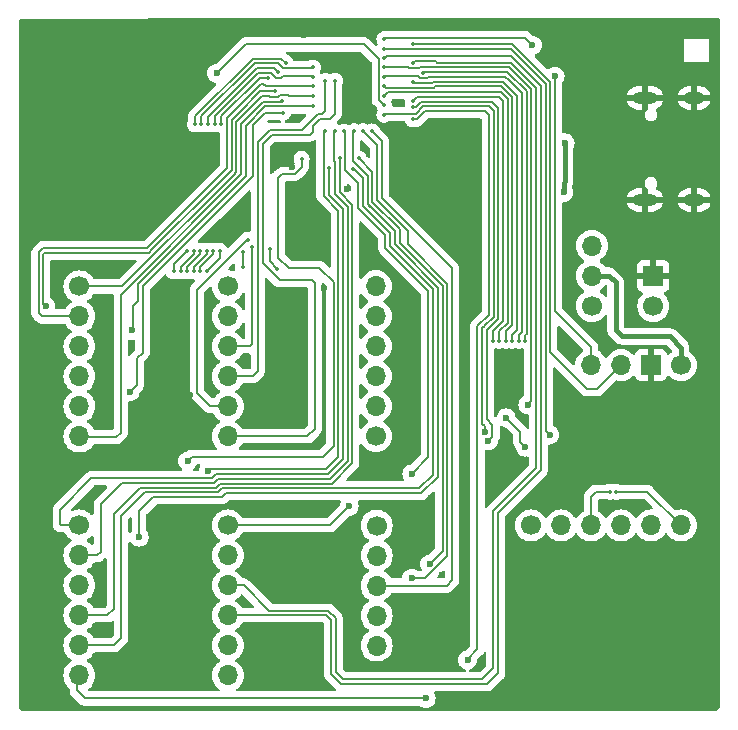
<source format=gbl>
G04 #@! TF.GenerationSoftware,KiCad,Pcbnew,8.0.3*
G04 #@! TF.CreationDate,2024-08-20T17:09:34+02:00*
G04 #@! TF.ProjectId,MDBT50Q-breakout,4d444254-3530-4512-9d62-7265616b6f75,rev?*
G04 #@! TF.SameCoordinates,Original*
G04 #@! TF.FileFunction,Copper,L2,Bot*
G04 #@! TF.FilePolarity,Positive*
%FSLAX46Y46*%
G04 Gerber Fmt 4.6, Leading zero omitted, Abs format (unit mm)*
G04 Created by KiCad (PCBNEW 8.0.3) date 2024-08-20 17:09:34*
%MOMM*%
%LPD*%
G01*
G04 APERTURE LIST*
G04 #@! TA.AperFunction,ComponentPad*
%ADD10O,2.100000X1.000000*%
G04 #@! TD*
G04 #@! TA.AperFunction,ComponentPad*
%ADD11O,1.800000X1.000000*%
G04 #@! TD*
G04 #@! TA.AperFunction,ComponentPad*
%ADD12C,1.700000*%
G04 #@! TD*
G04 #@! TA.AperFunction,ComponentPad*
%ADD13O,1.700000X1.700000*%
G04 #@! TD*
G04 #@! TA.AperFunction,ComponentPad*
%ADD14R,1.700000X1.700000*%
G04 #@! TD*
G04 #@! TA.AperFunction,ViaPad*
%ADD15C,0.600000*%
G04 #@! TD*
G04 #@! TA.AperFunction,ViaPad*
%ADD16C,0.350000*%
G04 #@! TD*
G04 #@! TA.AperFunction,Conductor*
%ADD17C,0.200000*%
G04 #@! TD*
G04 #@! TA.AperFunction,Conductor*
%ADD18C,0.400000*%
G04 #@! TD*
G04 #@! TA.AperFunction,Conductor*
%ADD19C,0.300000*%
G04 #@! TD*
G04 APERTURE END LIST*
D10*
X105795000Y-105420000D03*
X105795000Y-96780000D03*
D11*
X109975000Y-105420000D03*
X109975000Y-96780000D03*
D12*
X83015000Y-125415000D03*
D13*
X83015000Y-122875000D03*
X83015000Y-120335000D03*
X83015000Y-117795000D03*
X83015000Y-115255000D03*
X83015000Y-112715000D03*
D12*
X70470000Y-132970000D03*
D13*
X70470000Y-135510000D03*
X70470000Y-138050000D03*
X70470000Y-140590000D03*
X70470000Y-143130000D03*
X70470000Y-145670000D03*
D12*
X106500000Y-114410000D03*
D14*
X106500000Y-111870000D03*
D12*
X57900000Y-132970000D03*
D13*
X57900000Y-135510000D03*
X57900000Y-138050000D03*
X57900000Y-140590000D03*
X57900000Y-143130000D03*
X57900000Y-145670000D03*
D12*
X101300000Y-114375000D03*
D13*
X101300000Y-111835000D03*
X101300000Y-109295000D03*
D12*
X83080000Y-132980000D03*
D13*
X83080000Y-135520000D03*
X83080000Y-138060000D03*
X83080000Y-140600000D03*
X83080000Y-143140000D03*
D12*
X57910000Y-112740000D03*
D13*
X57910000Y-115280000D03*
X57910000Y-117820000D03*
X57910000Y-120360000D03*
X57910000Y-122900000D03*
X57910000Y-125440000D03*
D12*
X70470000Y-112727500D03*
D13*
X70470000Y-115267500D03*
X70470000Y-117807500D03*
X70470000Y-120347500D03*
X70470000Y-122887500D03*
X70470000Y-125427500D03*
D12*
X96140000Y-132975000D03*
D13*
X98680000Y-132975000D03*
X101220000Y-132975000D03*
X103760000Y-132975000D03*
X106300000Y-132975000D03*
X108840000Y-132975000D03*
D12*
X108850000Y-119400000D03*
D14*
X106310000Y-119400000D03*
D13*
X103770000Y-119400000D03*
X101230000Y-119400000D03*
D15*
X55770000Y-110910000D03*
X60890000Y-111380000D03*
X59050000Y-130320000D03*
X60170000Y-141760000D03*
X99010000Y-117510000D03*
X59750000Y-139230000D03*
X86090000Y-141540000D03*
X85270000Y-136500000D03*
X90810000Y-114840000D03*
X85200000Y-116530000D03*
X60360000Y-119100000D03*
X78170000Y-134200000D03*
X78350000Y-131480000D03*
X67230000Y-121970000D03*
X88610000Y-137190000D03*
X82930000Y-98720000D03*
X76910000Y-93140000D03*
X60430000Y-113800000D03*
X71490000Y-106390000D03*
X80510000Y-96640000D03*
X76950000Y-123180000D03*
X99960000Y-132020000D03*
X87710000Y-130690000D03*
X76780000Y-113080000D03*
X78620000Y-112870000D03*
X78160000Y-126010000D03*
X68810000Y-125270000D03*
X76900000Y-119940000D03*
X76930000Y-117770000D03*
X76960000Y-115460000D03*
X94040000Y-123860000D03*
X95660000Y-126340000D03*
X97730000Y-125310000D03*
X78030000Y-142550000D03*
X78420000Y-137930000D03*
X65340000Y-133100000D03*
X65510000Y-126360000D03*
X94200000Y-128040000D03*
X93980000Y-121690000D03*
X63940000Y-94620000D03*
X66140000Y-103900000D03*
X56590000Y-97780000D03*
X83630000Y-128850000D03*
X82530000Y-109560000D03*
X82090000Y-108180000D03*
X62550000Y-107100000D03*
D16*
X71730000Y-111100000D03*
X71716751Y-109825000D03*
D15*
X103830000Y-104780000D03*
X104050000Y-97950000D03*
X91270000Y-110360000D03*
X80570000Y-104510000D03*
X69530000Y-94690000D03*
D16*
X72180000Y-108780000D03*
X72525000Y-109430000D03*
X74660000Y-111250000D03*
X74030000Y-109580000D03*
X65880000Y-111450000D03*
X67030000Y-109730000D03*
X66493625Y-111450000D03*
X67043412Y-111465421D03*
X68153625Y-111460000D03*
X67593386Y-111459865D03*
X68703628Y-111450000D03*
X68689994Y-109730000D03*
X68130000Y-109730000D03*
X69239997Y-109730000D03*
X67579997Y-109730000D03*
X69790000Y-109730000D03*
X67689997Y-99000000D03*
X68240000Y-99000000D03*
X68799994Y-99000000D03*
X69349997Y-99000000D03*
X69900000Y-99000000D03*
D15*
X62330000Y-116450000D03*
X62190000Y-121660000D03*
X55070000Y-114400000D03*
D16*
X77670000Y-97420000D03*
X77670000Y-96620000D03*
X77670000Y-95800000D03*
X77670000Y-95010000D03*
X77670000Y-94200000D03*
X75140000Y-98020000D03*
X75090000Y-97020000D03*
X74430000Y-96220000D03*
X73850000Y-95125000D03*
X74760000Y-94610000D03*
X75360000Y-93810000D03*
X78730000Y-95340000D03*
X79530000Y-95320000D03*
D15*
X67070000Y-127520000D03*
D16*
X76720000Y-101940000D03*
D15*
X62960000Y-133960000D03*
X68830000Y-128380000D03*
X80750000Y-131350000D03*
X92540000Y-125800000D03*
X92210000Y-125071233D03*
X87260000Y-147620000D03*
X90770000Y-144370000D03*
X95870000Y-122750000D03*
D16*
X93999991Y-117325000D03*
X83725000Y-95800000D03*
X95650000Y-117325000D03*
X86975000Y-94625000D03*
X86150000Y-97000000D03*
X92899985Y-117325000D03*
X93449988Y-117325000D03*
X83725000Y-96600000D03*
X95099997Y-117325000D03*
X83725000Y-95000000D03*
X103350000Y-130125000D03*
X94549994Y-117325000D03*
X102800000Y-130125000D03*
X86150000Y-95400000D03*
X83725000Y-94200000D03*
D15*
X87560000Y-136240000D03*
D16*
X81540000Y-101890000D03*
D15*
X86050000Y-128610000D03*
D16*
X80340000Y-99620000D03*
X82720000Y-99610000D03*
X81930000Y-99610000D03*
D15*
X86040000Y-137460000D03*
D16*
X86150000Y-92200000D03*
D15*
X104450000Y-93200000D03*
X86350000Y-103425000D03*
X83175000Y-90400000D03*
X76925000Y-91425000D03*
X86375000Y-102425000D03*
D16*
X86275000Y-90325000D03*
D15*
X76925000Y-90425000D03*
X74000000Y-90400000D03*
X103325000Y-101050000D03*
X85525000Y-102550000D03*
X106600000Y-90875000D03*
X74875000Y-90400000D03*
X75900000Y-102600000D03*
X74875000Y-91400000D03*
X84450000Y-104500000D03*
X103225000Y-97450000D03*
X74675000Y-102575000D03*
D16*
X86800000Y-90325000D03*
D15*
X86675000Y-101200000D03*
X74000000Y-91400000D03*
X74675000Y-101200000D03*
X100750000Y-92200000D03*
X98175000Y-94950000D03*
D16*
X83725000Y-92600000D03*
X79930000Y-101890000D03*
X79530000Y-99620000D03*
X81130000Y-99610000D03*
X79050000Y-102740000D03*
X81051281Y-102763033D03*
X86150000Y-98600000D03*
X86150000Y-97550000D03*
X83725000Y-93400000D03*
X83725000Y-98200000D03*
X86150000Y-93800000D03*
X78730000Y-99620000D03*
X83725000Y-91800000D03*
D15*
X96250000Y-92325000D03*
D16*
X83725000Y-97400000D03*
D15*
X98925000Y-104775000D03*
X99025000Y-100575000D03*
D17*
X62770000Y-121080000D02*
X62770000Y-118831471D01*
X73656860Y-98020000D02*
X75140000Y-98020000D01*
X62770000Y-118831471D02*
X63250000Y-118351471D01*
X63250000Y-118351471D02*
X63250000Y-112730000D01*
X62190000Y-121660000D02*
X62770000Y-121080000D01*
X72600000Y-99076860D02*
X73656860Y-98020000D01*
X63250000Y-112730000D02*
X72600000Y-103380000D01*
X72600000Y-103380000D02*
X72600000Y-99076860D01*
X62410000Y-116370000D02*
X62410000Y-114418529D01*
X71990000Y-99121174D02*
X73611174Y-97500000D01*
X62410000Y-114418529D02*
X62850000Y-113978529D01*
X71990000Y-103402743D02*
X71990000Y-99121174D01*
X62850000Y-112542743D02*
X71990000Y-103402743D01*
X62850000Y-113978529D02*
X62850000Y-112542743D01*
X62330000Y-116450000D02*
X62410000Y-116370000D01*
X77590000Y-97500000D02*
X77670000Y-97420000D01*
X73611174Y-97500000D02*
X77590000Y-97500000D01*
X62330000Y-116450000D02*
X62490000Y-116290000D01*
X75090000Y-97020000D02*
X75010000Y-97100000D01*
X73445488Y-97100000D02*
X71590000Y-98955488D01*
X71590000Y-98955488D02*
X71590000Y-103237057D01*
X75010000Y-97100000D02*
X73445488Y-97100000D01*
X61030000Y-125490000D02*
X57960000Y-125490000D01*
X71590000Y-103237057D02*
X61397057Y-113430000D01*
X61397057Y-113430000D02*
X61397057Y-125122943D01*
X61397057Y-125122943D02*
X61030000Y-125490000D01*
X57960000Y-125490000D02*
X57910000Y-125440000D01*
X79050000Y-102740000D02*
X79050000Y-104991372D01*
X69160000Y-128980000D02*
X58910000Y-128980000D01*
X79050000Y-104991372D02*
X80220000Y-106161372D01*
X56260000Y-131630000D02*
X56260000Y-132870000D01*
X80220000Y-106161372D02*
X80220000Y-127348628D01*
X80220000Y-127348628D02*
X78938628Y-128630000D01*
X78938628Y-128630000D02*
X69510000Y-128630000D01*
X69510000Y-128630000D02*
X69160000Y-128980000D01*
X56360000Y-132970000D02*
X57900000Y-132970000D01*
X58910000Y-128980000D02*
X56260000Y-131630000D01*
X56260000Y-132870000D02*
X56360000Y-132970000D01*
X78730000Y-95340000D02*
X78730000Y-97860000D01*
X78730000Y-97860000D02*
X78460000Y-98130000D01*
X78460000Y-98130000D02*
X78120000Y-98130000D01*
X78120000Y-98130000D02*
X76760000Y-99490000D01*
X95660000Y-126340000D02*
X95240000Y-125920000D01*
X95240000Y-125920000D02*
X95240000Y-125060000D01*
X95240000Y-125060000D02*
X94040000Y-123860000D01*
X97375000Y-119975000D02*
X97375000Y-124955000D01*
X97375000Y-124955000D02*
X97730000Y-125310000D01*
X71716751Y-111086751D02*
X71716751Y-109825000D01*
X71730000Y-111100000D02*
X71716751Y-111086751D01*
X68153625Y-111094623D02*
X68153625Y-111460000D01*
X68703628Y-111450000D02*
X69790000Y-110363628D01*
X69790000Y-110363628D02*
X69790000Y-109730000D01*
X68153625Y-111094623D02*
X69239997Y-110008251D01*
X69239997Y-110008251D02*
X69239997Y-109730000D01*
X67593386Y-111459865D02*
X67593386Y-111089176D01*
X67593386Y-111089176D02*
X68689994Y-109992568D01*
X68689994Y-109992568D02*
X68689994Y-109730000D01*
X67043412Y-111465421D02*
X67043412Y-111073464D01*
X67043412Y-111073464D02*
X68130000Y-109986876D01*
X68130000Y-109986876D02*
X68130000Y-109730000D01*
X66493625Y-111450000D02*
X66493625Y-111057565D01*
X66493625Y-111057565D02*
X67579997Y-109971193D01*
X67579997Y-109971193D02*
X67579997Y-109730000D01*
X65880000Y-110880000D02*
X67030000Y-109730000D01*
X65880000Y-111450000D02*
X65880000Y-110880000D01*
X72090000Y-108780000D02*
X67870000Y-113000000D01*
X67870000Y-121770000D02*
X68987500Y-122887500D01*
X72180000Y-108780000D02*
X72090000Y-108780000D01*
X67870000Y-113000000D02*
X67870000Y-121770000D01*
X68987500Y-122887500D02*
X70470000Y-122887500D01*
X83725000Y-91800000D02*
X83855000Y-91670000D01*
X95595000Y-91670000D02*
X96250000Y-92325000D01*
X83855000Y-91670000D02*
X95595000Y-91670000D01*
X87430000Y-94120000D02*
X86790000Y-94120000D01*
X86635000Y-94275000D02*
X85800000Y-94275000D01*
X86790000Y-94120000D02*
X86635000Y-94275000D01*
X85800000Y-94275000D02*
X85725000Y-94200000D01*
X87430000Y-94120000D02*
X87510000Y-94200000D01*
X87510000Y-94200000D02*
X94312256Y-94200000D01*
X94312256Y-94200000D02*
X96175000Y-96062744D01*
X86150000Y-93800000D02*
X86280000Y-93670000D01*
X96575000Y-128119314D02*
X92960000Y-131734314D01*
X88200000Y-93800000D02*
X94477942Y-93800000D01*
X86280000Y-93670000D02*
X88070000Y-93670000D01*
X88070000Y-93670000D02*
X88200000Y-93800000D01*
X73960000Y-140190000D02*
X71820000Y-138050000D01*
X94477942Y-93800000D02*
X96575000Y-95897058D01*
X96575000Y-95897058D02*
X96575000Y-128119314D01*
X92960000Y-131734314D02*
X92960000Y-145050000D01*
X92020000Y-145990000D02*
X80235686Y-145990000D01*
X79620000Y-140834314D02*
X78975686Y-140190000D01*
X92960000Y-145050000D02*
X92020000Y-145990000D01*
X80235686Y-145990000D02*
X79620000Y-145374314D01*
X79620000Y-145374314D02*
X79620000Y-140834314D01*
X78975686Y-140190000D02*
X73960000Y-140190000D01*
X71820000Y-138050000D02*
X70470000Y-138050000D01*
X83725000Y-93400000D02*
X83925000Y-93200000D01*
X92450000Y-146390000D02*
X80070000Y-146390000D01*
X83925000Y-93200000D02*
X94443628Y-93200000D01*
X93360000Y-131900000D02*
X93360000Y-145480000D01*
X94443628Y-93200000D02*
X96975000Y-95731372D01*
X96975000Y-95731372D02*
X96975000Y-128285000D01*
X78810000Y-140590000D02*
X70470000Y-140590000D01*
X93360000Y-145480000D02*
X92450000Y-146390000D01*
X79220000Y-141000000D02*
X78810000Y-140590000D01*
X80070000Y-146390000D02*
X79220000Y-145540000D01*
X96975000Y-128285000D02*
X93360000Y-131900000D01*
X79220000Y-145540000D02*
X79220000Y-141000000D01*
X102800000Y-130125000D02*
X101625000Y-130125000D01*
X101625000Y-130125000D02*
X101220000Y-130530000D01*
X101220000Y-130530000D02*
X101220000Y-132975000D01*
X95870000Y-122750000D02*
X96175000Y-122445000D01*
X96175000Y-122445000D02*
X96175000Y-97200000D01*
X69530000Y-94700000D02*
X69560000Y-94670000D01*
X69530000Y-94690000D02*
X69530000Y-94700000D01*
X69540000Y-94690000D02*
X69530000Y-94690000D01*
X71980000Y-92250000D02*
X69540000Y-94690000D01*
X77750000Y-92250000D02*
X73780000Y-92250000D01*
X73780000Y-92250000D02*
X71980000Y-92250000D01*
X72525000Y-109430000D02*
X72525000Y-110985000D01*
X72525000Y-110985000D02*
X72520000Y-110990000D01*
X72342500Y-117807500D02*
X70470000Y-117807500D01*
X72520000Y-110990000D02*
X72520000Y-117630000D01*
X72520000Y-117630000D02*
X72342500Y-117807500D01*
X74030000Y-109580000D02*
X74030000Y-110620000D01*
X74030000Y-110620000D02*
X74660000Y-111250000D01*
X69790000Y-109730000D02*
X69760000Y-109730000D01*
X69760000Y-109730000D02*
X69714997Y-109775003D01*
X69826372Y-109693628D02*
X69790000Y-109730000D01*
X74760000Y-94610000D02*
X74400000Y-94250000D01*
X72901372Y-94250000D02*
X68799994Y-98351378D01*
X68799994Y-98351378D02*
X68799994Y-99000000D01*
X74400000Y-94250000D02*
X72901372Y-94250000D01*
X75360000Y-93810000D02*
X75000000Y-93450000D01*
X75000000Y-93450000D02*
X72570000Y-93450000D01*
X72570000Y-93450000D02*
X67689997Y-98330003D01*
X67689997Y-98330003D02*
X67689997Y-99000000D01*
X77670000Y-94200000D02*
X77585000Y-94285000D01*
X77585000Y-94285000D02*
X75115000Y-94285000D01*
X75115000Y-94285000D02*
X74680000Y-93850000D01*
X74680000Y-93850000D02*
X72735686Y-93850000D01*
X72735686Y-93850000D02*
X68240000Y-98345686D01*
X68240000Y-98345686D02*
X68240000Y-99000000D01*
X77670000Y-95010000D02*
X77595000Y-94935000D01*
X69380000Y-98969997D02*
X69349997Y-99000000D01*
X77595000Y-94935000D02*
X75106752Y-94935000D01*
X74563248Y-95085000D02*
X74128248Y-94650000D01*
X75106752Y-94935000D02*
X74956752Y-95085000D01*
X74956752Y-95085000D02*
X74563248Y-95085000D01*
X74128248Y-94650000D02*
X73067058Y-94650000D01*
X73067058Y-94650000D02*
X69380000Y-98337058D01*
X69380000Y-98337058D02*
X69380000Y-98969997D01*
X69936372Y-98346372D02*
X69936372Y-98963628D01*
X69936372Y-98963628D02*
X69900000Y-99000000D01*
X75556752Y-96545000D02*
X74865000Y-96545000D01*
X73970000Y-96620000D02*
X73359802Y-96620000D01*
X70955685Y-103305686D02*
X61521371Y-112740000D01*
X74050000Y-96700000D02*
X73970000Y-96620000D01*
X77670000Y-96620000D02*
X75631752Y-96620000D01*
X74710000Y-96700000D02*
X74050000Y-96700000D01*
X75631752Y-96620000D02*
X75556752Y-96545000D01*
X73359802Y-96620000D02*
X71190000Y-98789802D01*
X71190000Y-103071372D02*
X70955685Y-103305686D01*
X74865000Y-96545000D02*
X74710000Y-96700000D01*
X71190000Y-98789802D02*
X71190000Y-103071372D01*
X61521371Y-112740000D02*
X57910000Y-112740000D01*
X55070000Y-114430000D02*
X54980000Y-114340000D01*
X55070000Y-114400000D02*
X55070000Y-114430000D01*
X55040000Y-114400000D02*
X55070000Y-114400000D01*
X54850000Y-114210000D02*
X55040000Y-114400000D01*
X54850000Y-110520000D02*
X54850000Y-114210000D01*
X64090000Y-109605686D02*
X63825686Y-109870000D01*
X63825686Y-109870000D02*
X55960000Y-109870000D01*
X54850000Y-110020000D02*
X54850000Y-110520000D01*
X55960000Y-109870000D02*
X55000000Y-109870000D01*
X55000000Y-109870000D02*
X54850000Y-110020000D01*
X70390000Y-98460000D02*
X70390000Y-102740000D01*
X63660000Y-109470000D02*
X54830000Y-109470000D01*
X54450000Y-114990000D02*
X54740000Y-115280000D01*
X73288430Y-95560000D02*
X70389215Y-98459215D01*
X77670000Y-95800000D02*
X77615000Y-95745000D01*
X73490000Y-95560000D02*
X73288430Y-95560000D01*
X70389215Y-98459215D02*
X70390000Y-98460000D01*
X77615000Y-95745000D02*
X73675000Y-95745000D01*
X70390000Y-102740000D02*
X63660000Y-109470000D01*
X54830000Y-109470000D02*
X54450000Y-109850000D01*
X73675000Y-95745000D02*
X73490000Y-95560000D01*
X54450000Y-109850000D02*
X54450000Y-114990000D01*
X54740000Y-115280000D02*
X57910000Y-115280000D01*
X69822843Y-103872843D02*
X64090000Y-109605686D01*
X70790000Y-98624116D02*
X70790000Y-101120000D01*
X70790000Y-101120000D02*
X70790000Y-102905686D01*
X71377058Y-98037058D02*
X70790000Y-98624116D01*
X70790000Y-102905686D02*
X69822843Y-103872843D01*
X74430000Y-96220000D02*
X73194116Y-96220000D01*
X73194116Y-96220000D02*
X71377058Y-98037058D01*
X73232744Y-95050000D02*
X69936372Y-98346372D01*
X73775000Y-95050000D02*
X73232744Y-95050000D01*
X73850000Y-95125000D02*
X73775000Y-95050000D01*
X76720000Y-101940000D02*
X76720000Y-102628529D01*
X79420000Y-112370000D02*
X79420000Y-126260000D01*
X76148529Y-103200000D02*
X75050000Y-103200000D01*
X79420000Y-126260000D02*
X78510000Y-127170000D01*
X75050000Y-103200000D02*
X74780000Y-103470000D01*
X74780000Y-103470000D02*
X74770000Y-103470000D01*
X74770000Y-103470000D02*
X74750000Y-103490000D01*
X74750000Y-110310000D02*
X75620000Y-111180000D01*
X74750000Y-103490000D02*
X74750000Y-110310000D01*
X75620000Y-111180000D02*
X78230000Y-111180000D01*
X76720000Y-102628529D02*
X76148529Y-103200000D01*
X78230000Y-111180000D02*
X79420000Y-112370000D01*
X78510000Y-127170000D02*
X67400000Y-127170000D01*
X67400000Y-127170000D02*
X67070000Y-127500000D01*
X67070000Y-127500000D02*
X67070000Y-127520000D01*
X79530000Y-95320000D02*
X79520000Y-95330000D01*
X78300000Y-98530000D02*
X77650000Y-99180000D01*
X77840000Y-112470000D02*
X77840000Y-124790000D01*
X79520000Y-98120000D02*
X79110000Y-98530000D01*
X77650000Y-99180000D02*
X77650000Y-99630000D01*
X73410000Y-110750000D02*
X74850000Y-112190000D01*
X79110000Y-98530000D02*
X78300000Y-98530000D01*
X79520000Y-95330000D02*
X79520000Y-98120000D01*
X77650000Y-99630000D02*
X77390000Y-99890000D01*
X77390000Y-99890000D02*
X74210000Y-99890000D01*
X73410000Y-100690000D02*
X73410000Y-110750000D01*
X77560000Y-112190000D02*
X77840000Y-112470000D01*
X77202500Y-125427500D02*
X70470000Y-125427500D01*
X74210000Y-99890000D02*
X73410000Y-100690000D01*
X74850000Y-112190000D02*
X77560000Y-112190000D01*
X77840000Y-124790000D02*
X77202500Y-125427500D01*
X92210000Y-124590000D02*
X92010000Y-124390000D01*
X92010000Y-124390000D02*
X92010000Y-116267941D01*
X92210000Y-125071233D02*
X92210000Y-124590000D01*
X92010000Y-116267941D02*
X92193970Y-116083971D01*
X92193970Y-116083971D02*
X92193971Y-116083971D01*
X92850000Y-97100000D02*
X86825000Y-97100000D01*
X86375000Y-97550000D02*
X86150000Y-97550000D01*
X92410000Y-123960000D02*
X92410000Y-116433627D01*
X92410000Y-116433627D02*
X93375000Y-115468627D01*
X92880000Y-125460000D02*
X92880000Y-124430000D01*
X92540000Y-125800000D02*
X92880000Y-125460000D01*
X93375000Y-115468627D02*
X93375000Y-97625000D01*
X92880000Y-124430000D02*
X92410000Y-123960000D01*
X93375000Y-97625000D02*
X92850000Y-97100000D01*
X86825000Y-97100000D02*
X86375000Y-97550000D01*
X79820000Y-127170000D02*
X79820000Y-106327058D01*
X79820000Y-106327058D02*
X78575000Y-105082058D01*
X68830000Y-128380000D02*
X68980000Y-128230000D01*
X68980000Y-128230000D02*
X78760000Y-128230000D01*
X78760000Y-128230000D02*
X79820000Y-127170000D01*
X78575000Y-105082058D02*
X78575000Y-99775000D01*
X78575000Y-99775000D02*
X78730000Y-99620000D01*
X67050000Y-127520000D02*
X67080000Y-127490000D01*
X67070000Y-127520000D02*
X67050000Y-127520000D01*
X79130000Y-132970000D02*
X70470000Y-132970000D01*
X80750000Y-131350000D02*
X79130000Y-132970000D01*
X86050000Y-128600000D02*
X87450000Y-127200000D01*
X87450000Y-127200000D02*
X87450000Y-113161271D01*
X87450000Y-113161271D02*
X83805736Y-109517007D01*
X83805736Y-109517007D02*
X83805736Y-108385637D01*
X86050000Y-128610000D02*
X86050000Y-128600000D01*
X81510000Y-104000000D02*
X80405000Y-102895000D01*
X83805736Y-108385637D02*
X81510000Y-106089901D01*
X81510000Y-106089901D02*
X81510000Y-104000000D01*
X80405000Y-102895000D02*
X80405000Y-99685000D01*
X80405000Y-99685000D02*
X80340000Y-99620000D01*
X81065000Y-102105000D02*
X81065000Y-99675000D01*
X88250000Y-113534315D02*
X88250050Y-113534265D01*
X62960000Y-133960000D02*
X62960000Y-131790000D01*
X62960000Y-131790000D02*
X64170000Y-130580000D01*
X88250050Y-112829950D02*
X84936422Y-109516322D01*
X84605736Y-109185635D02*
X84605736Y-108054265D01*
X88250000Y-128840000D02*
X88250000Y-113534315D01*
X82544315Y-105992843D02*
X82310000Y-105758528D01*
X82310000Y-103350000D02*
X81065000Y-102105000D01*
X64170000Y-130580000D02*
X69940000Y-130580000D01*
X82310000Y-105758529D02*
X82544315Y-105992843D01*
X69940000Y-130580000D02*
X70290000Y-130230000D01*
X70290000Y-130230000D02*
X86860000Y-130230000D01*
X86860000Y-130230000D02*
X88250000Y-128840000D01*
X88250050Y-113534265D02*
X88250050Y-112829950D01*
X81065000Y-99675000D02*
X81130000Y-99610000D01*
X84936422Y-109516322D02*
X84605736Y-109185635D01*
X84605736Y-108054265D02*
X82310000Y-105758529D01*
X82310000Y-105758528D02*
X82310000Y-103350000D01*
X87260000Y-147620000D02*
X58350000Y-147620000D01*
X58350000Y-147620000D02*
X57670000Y-146940000D01*
X57670000Y-146940000D02*
X57670000Y-145900000D01*
X57670000Y-145900000D02*
X57900000Y-145670000D01*
X84205736Y-109351321D02*
X87850050Y-112995635D01*
X87850050Y-112995635D02*
X87850050Y-113120000D01*
X87850050Y-113120000D02*
X87850000Y-113120050D01*
X81910000Y-103515686D02*
X81910000Y-105924215D01*
X81910000Y-105924215D02*
X84205736Y-108219951D01*
X63440000Y-130180000D02*
X61460000Y-132160000D01*
X84205736Y-108219951D02*
X84205736Y-109351321D01*
X86694314Y-129830000D02*
X70007058Y-129830000D01*
X81051281Y-102763033D02*
X81157347Y-102763033D01*
X69657058Y-130180000D02*
X63440000Y-130180000D01*
X61460000Y-132160000D02*
X61460000Y-142480000D01*
X87850000Y-113120050D02*
X87850000Y-128674314D01*
X87850000Y-128674314D02*
X86694314Y-129830000D01*
X81157347Y-102763033D02*
X81910000Y-103515686D01*
X70007058Y-129830000D02*
X69657058Y-130180000D01*
X61460000Y-142480000D02*
X60810000Y-143130000D01*
X60810000Y-143130000D02*
X57900000Y-143130000D01*
X79930000Y-101890000D02*
X79930000Y-104740000D01*
X79930000Y-104740000D02*
X81020000Y-105830000D01*
X60280000Y-140590000D02*
X57900000Y-140590000D01*
X81020000Y-105830000D02*
X81020000Y-127680000D01*
X79270000Y-129430000D02*
X69841372Y-129430000D01*
X81020000Y-127680000D02*
X79270000Y-129430000D01*
X60820000Y-131980000D02*
X60820000Y-140050000D01*
X69841372Y-129430000D02*
X69491372Y-129780000D01*
X69491372Y-129780000D02*
X63020000Y-129780000D01*
X63020000Y-129780000D02*
X60820000Y-131980000D01*
X60820000Y-140050000D02*
X60280000Y-140590000D01*
X79530000Y-99620000D02*
X79455000Y-99695000D01*
X79104314Y-129030000D02*
X69675686Y-129030000D01*
X79455000Y-99695000D02*
X79455000Y-102086752D01*
X59410000Y-135510000D02*
X57900000Y-135510000D01*
X79530000Y-104905686D02*
X80620000Y-105995686D01*
X79455000Y-102086752D02*
X79530000Y-102161752D01*
X79530000Y-102161752D02*
X79530000Y-104905686D01*
X80620000Y-127514314D02*
X79104314Y-129030000D01*
X69675686Y-129030000D02*
X69325686Y-129380000D01*
X69325686Y-129380000D02*
X61510000Y-129380000D01*
X80620000Y-105995686D02*
X80620000Y-127514314D01*
X61510000Y-129380000D02*
X59710000Y-131180000D01*
X59710000Y-131180000D02*
X59710000Y-135210000D01*
X59710000Y-135210000D02*
X59410000Y-135510000D01*
X90700000Y-144370000D02*
X90750000Y-144320000D01*
X90770000Y-144370000D02*
X90700000Y-144370000D01*
X90770000Y-144300000D02*
X90770000Y-144370000D01*
X91610000Y-143460000D02*
X90770000Y-144300000D01*
X91610000Y-124810000D02*
X91610000Y-143460000D01*
X86150000Y-98600000D02*
X86456372Y-98600000D01*
X86456372Y-98600000D02*
X87156372Y-97900000D01*
X87156372Y-97900000D02*
X92250000Y-97900000D01*
X92250000Y-97900000D02*
X92575000Y-98225000D01*
X92575000Y-98225000D02*
X92575000Y-115125000D01*
X92575000Y-115125000D02*
X91610000Y-116090000D01*
X91610000Y-116090000D02*
X91610000Y-124810000D01*
X92975000Y-115302941D02*
X92193971Y-116083971D01*
X92193971Y-116083971D02*
X92126470Y-116151471D01*
X83725000Y-95800000D02*
X83825000Y-95900000D01*
X87915685Y-95900000D02*
X88015685Y-95800000D01*
X83825000Y-95900000D02*
X87915685Y-95900000D01*
X93634314Y-95800000D02*
X94575000Y-96740686D01*
X88015685Y-95800000D02*
X93634314Y-95800000D01*
X94124991Y-116415694D02*
X94124991Y-116425009D01*
X94575000Y-115965685D02*
X94124991Y-116415694D01*
X93999991Y-116550009D02*
X93999991Y-117325000D01*
X94124991Y-116425009D02*
X93999991Y-116550009D01*
X94575000Y-96740686D02*
X94575000Y-115965685D01*
X86975000Y-94625000D02*
X87000000Y-94600000D01*
X94146570Y-94600000D02*
X95775000Y-96228430D01*
X95775000Y-96228430D02*
X95775000Y-116740685D01*
X95650000Y-116865685D02*
X95650000Y-117325000D01*
X95775000Y-116740685D02*
X95650000Y-116865685D01*
X87000000Y-94600000D02*
X94146570Y-94600000D01*
X92899985Y-117325000D02*
X92899985Y-116509328D01*
X93775000Y-97075000D02*
X93400000Y-96700000D01*
X93400000Y-96700000D02*
X86450000Y-96700000D01*
X93775000Y-115634313D02*
X93775000Y-97075000D01*
X92899985Y-116509328D02*
X93775000Y-115634313D01*
X86450000Y-96700000D02*
X86150000Y-97000000D01*
X94175000Y-96906372D02*
X94175000Y-115799999D01*
X93568628Y-96300000D02*
X94175000Y-96906372D01*
X84025000Y-96300000D02*
X93568628Y-96300000D01*
X93449988Y-116525011D02*
X93449988Y-117325000D01*
X83725000Y-96600000D02*
X84025000Y-96300000D01*
X94175000Y-115799999D02*
X93449988Y-116525011D01*
X95375000Y-116575000D02*
X95099997Y-116850003D01*
X88375000Y-95000000D02*
X93980884Y-95000000D01*
X104800000Y-130125000D02*
X105990000Y-130125000D01*
X105990000Y-130125000D02*
X108840000Y-132975000D01*
X83725000Y-95000000D02*
X83800000Y-94925000D01*
X93980884Y-95000000D02*
X94252942Y-95272058D01*
X87450000Y-95000000D02*
X88375000Y-95000000D01*
X94252942Y-95272058D02*
X95375000Y-96394116D01*
X95375000Y-96394116D02*
X95375000Y-96700000D01*
X86603248Y-94925000D02*
X86778248Y-95100000D01*
X95099997Y-116850003D02*
X95099997Y-117325000D01*
X83800000Y-94925000D02*
X86603248Y-94925000D01*
X95375000Y-96700000D02*
X95375000Y-97575000D01*
X87350000Y-95100000D02*
X87450000Y-95000000D01*
X103350000Y-130125000D02*
X104800000Y-130125000D01*
X95375000Y-97600000D02*
X95375000Y-116575000D01*
X86778248Y-95100000D02*
X87350000Y-95100000D01*
X86150000Y-95400000D02*
X86250000Y-95500000D01*
X94549994Y-116834320D02*
X94549994Y-117325000D01*
X86250000Y-95500000D02*
X87750000Y-95500000D01*
X93800000Y-95400000D02*
X94975000Y-96575000D01*
X94975000Y-96575000D02*
X94975000Y-116409314D01*
X87850000Y-95400000D02*
X93800000Y-95400000D01*
X87750000Y-95500000D02*
X87850000Y-95400000D01*
X94975000Y-116409314D02*
X94549994Y-116834320D01*
X85800000Y-94275000D02*
X86650000Y-94275000D01*
X83725000Y-94200000D02*
X85725000Y-94200000D01*
X88650000Y-112664214D02*
X85655786Y-109670000D01*
X85336422Y-109350636D02*
X85023579Y-109037793D01*
X85336422Y-109350637D02*
X85336422Y-109350636D01*
X87560000Y-136240000D02*
X88650000Y-135150000D01*
X85023579Y-109037793D02*
X85023579Y-107906422D01*
X85023579Y-107906422D02*
X82710000Y-105592843D01*
X88650000Y-135150000D02*
X88650000Y-112664214D01*
X82710000Y-103060000D02*
X81540000Y-101890000D01*
X82710000Y-105592843D02*
X82710000Y-103060000D01*
X85655786Y-109670000D02*
X85336422Y-109350637D01*
X82720000Y-99610000D02*
X83510000Y-100400000D01*
X89010000Y-138060000D02*
X83080000Y-138060000D01*
X89450000Y-137620000D02*
X89010000Y-138060000D01*
X83510000Y-100400000D02*
X83510000Y-105261471D01*
X83510000Y-105261471D02*
X89450000Y-111201471D01*
X89450000Y-111201471D02*
X89450000Y-137620000D01*
X89050000Y-135598529D02*
X89050000Y-112498529D01*
X83110000Y-105427157D02*
X83110000Y-100790000D01*
X85736422Y-108053579D02*
X83110000Y-105427157D01*
X86040000Y-137460000D02*
X87188529Y-137460000D01*
X87188529Y-137460000D02*
X89050000Y-135598529D01*
X83110000Y-100790000D02*
X81930000Y-99610000D01*
X89050000Y-112498529D02*
X85736422Y-109184951D01*
X85736422Y-109184951D02*
X85736422Y-108053579D01*
X101720000Y-121450000D02*
X103770000Y-119400000D01*
X97775000Y-95400000D02*
X97775000Y-118325000D01*
X97775000Y-118325000D02*
X100900000Y-121450000D01*
X100900000Y-121450000D02*
X101720000Y-121450000D01*
X94575000Y-92200000D02*
X97775000Y-95400000D01*
X86150000Y-92200000D02*
X94575000Y-92200000D01*
D18*
X103875000Y-116975000D02*
X107900000Y-116975000D01*
X108850000Y-117925000D02*
X108850000Y-119400000D01*
X107900000Y-116975000D02*
X108850000Y-117925000D01*
X103300000Y-116400000D02*
X103875000Y-116975000D01*
X101300000Y-111835000D02*
X102735000Y-111835000D01*
X102735000Y-111835000D02*
X103300000Y-112400000D01*
X103300000Y-112400000D02*
X103300000Y-116400000D01*
D17*
X98175000Y-94950000D02*
X98175000Y-114850000D01*
X101230000Y-117905000D02*
X101230000Y-119400000D01*
X98175000Y-114850000D02*
X101230000Y-117905000D01*
X97375000Y-97625000D02*
X97375000Y-119975000D01*
X94075000Y-92675000D02*
X94484314Y-92675000D01*
X83800000Y-92675000D02*
X94075000Y-92675000D01*
X97375000Y-95565686D02*
X97375000Y-97625000D01*
X83725000Y-92600000D02*
X83800000Y-92675000D01*
X94484314Y-92675000D02*
X97375000Y-95565686D01*
X86365686Y-98125000D02*
X86990686Y-97500000D01*
X86990686Y-97500000D02*
X92550000Y-97500000D01*
X83800000Y-98125000D02*
X86365686Y-98125000D01*
X92550000Y-97500000D02*
X92975000Y-97925000D01*
X83725000Y-98200000D02*
X83800000Y-98125000D01*
X92975000Y-97925000D02*
X92975000Y-115302941D01*
D18*
X99025000Y-100575000D02*
X99025000Y-103850000D01*
X98925000Y-103950000D02*
X98925000Y-104775000D01*
D19*
X99025000Y-103850000D02*
X98925000Y-103950000D01*
D17*
X76760000Y-99490000D02*
X74044314Y-99490000D01*
X74044314Y-99490000D02*
X73010000Y-100524314D01*
X73010000Y-100524314D02*
X73010000Y-101690000D01*
X73010000Y-101690000D02*
X73000000Y-101700000D01*
X73000000Y-101700000D02*
X73000000Y-119930000D01*
X73000000Y-119930000D02*
X72582500Y-120347500D01*
X72582500Y-120347500D02*
X70470000Y-120347500D01*
X83725000Y-97400000D02*
X83250000Y-96925000D01*
X83250000Y-96925000D02*
X83250000Y-93500000D01*
X83250000Y-93500000D02*
X82000000Y-92250000D01*
X82000000Y-92250000D02*
X77750000Y-92250000D01*
X96175000Y-96062744D02*
X96175000Y-97200000D01*
G04 #@! TA.AperFunction,Conductor*
G36*
X79975966Y-130850185D02*
G01*
X80021721Y-130902989D01*
X80031665Y-130972147D01*
X80025969Y-130995454D01*
X79964630Y-131170750D01*
X79954837Y-131257668D01*
X79927770Y-131322082D01*
X79919298Y-131331465D01*
X78917584Y-132333181D01*
X78856261Y-132366666D01*
X78829903Y-132369500D01*
X71759091Y-132369500D01*
X71692052Y-132349815D01*
X71646711Y-132297909D01*
X71644037Y-132292175D01*
X71644034Y-132292170D01*
X71644033Y-132292169D01*
X71579564Y-132200096D01*
X71508494Y-132098597D01*
X71341402Y-131931506D01*
X71341395Y-131931501D01*
X71147834Y-131795967D01*
X71147830Y-131795965D01*
X71147828Y-131795964D01*
X70933663Y-131696097D01*
X70933659Y-131696096D01*
X70933655Y-131696094D01*
X70705413Y-131634938D01*
X70705403Y-131634936D01*
X70470001Y-131614341D01*
X70469999Y-131614341D01*
X70234596Y-131634936D01*
X70234586Y-131634938D01*
X70006344Y-131696094D01*
X70006335Y-131696098D01*
X69792171Y-131795964D01*
X69792169Y-131795965D01*
X69598597Y-131931505D01*
X69431505Y-132098597D01*
X69295965Y-132292169D01*
X69295964Y-132292171D01*
X69241441Y-132409097D01*
X69197669Y-132502967D01*
X69196098Y-132506335D01*
X69196094Y-132506344D01*
X69134938Y-132734586D01*
X69134936Y-132734596D01*
X69114341Y-132969999D01*
X69114341Y-132970000D01*
X69134936Y-133205403D01*
X69134938Y-133205413D01*
X69196094Y-133433655D01*
X69196096Y-133433659D01*
X69196097Y-133433663D01*
X69281690Y-133617217D01*
X69295965Y-133647830D01*
X69295967Y-133647834D01*
X69431501Y-133841395D01*
X69431506Y-133841402D01*
X69598597Y-134008493D01*
X69598603Y-134008498D01*
X69784158Y-134138425D01*
X69827783Y-134193002D01*
X69834977Y-134262500D01*
X69803454Y-134324855D01*
X69784158Y-134341575D01*
X69598597Y-134471505D01*
X69431505Y-134638597D01*
X69295965Y-134832169D01*
X69295964Y-134832171D01*
X69196098Y-135046335D01*
X69196094Y-135046344D01*
X69134938Y-135274586D01*
X69134936Y-135274596D01*
X69114341Y-135509999D01*
X69114341Y-135510000D01*
X69134936Y-135745403D01*
X69134938Y-135745413D01*
X69196094Y-135973655D01*
X69196096Y-135973659D01*
X69196097Y-135973663D01*
X69259906Y-136110501D01*
X69295965Y-136187830D01*
X69295967Y-136187834D01*
X69431501Y-136381395D01*
X69431506Y-136381402D01*
X69598597Y-136548493D01*
X69598603Y-136548498D01*
X69784158Y-136678425D01*
X69827783Y-136733002D01*
X69834977Y-136802500D01*
X69803454Y-136864855D01*
X69784158Y-136881575D01*
X69598597Y-137011505D01*
X69431505Y-137178597D01*
X69295965Y-137372169D01*
X69295964Y-137372171D01*
X69196098Y-137586335D01*
X69196094Y-137586344D01*
X69134938Y-137814586D01*
X69134936Y-137814596D01*
X69114341Y-138049999D01*
X69114341Y-138050000D01*
X69134936Y-138285403D01*
X69134938Y-138285413D01*
X69196094Y-138513655D01*
X69196096Y-138513659D01*
X69196097Y-138513663D01*
X69264569Y-138660501D01*
X69295965Y-138727830D01*
X69295967Y-138727834D01*
X69404281Y-138882521D01*
X69431501Y-138921396D01*
X69431506Y-138921402D01*
X69598597Y-139088493D01*
X69598603Y-139088498D01*
X69784158Y-139218425D01*
X69827783Y-139273002D01*
X69834977Y-139342500D01*
X69803454Y-139404855D01*
X69784158Y-139421575D01*
X69598597Y-139551505D01*
X69431505Y-139718597D01*
X69295965Y-139912169D01*
X69295964Y-139912171D01*
X69196098Y-140126335D01*
X69196094Y-140126344D01*
X69134938Y-140354586D01*
X69134936Y-140354596D01*
X69114341Y-140589999D01*
X69114341Y-140590000D01*
X69134936Y-140825403D01*
X69134938Y-140825413D01*
X69196094Y-141053655D01*
X69196096Y-141053659D01*
X69196097Y-141053663D01*
X69259906Y-141190501D01*
X69295965Y-141267830D01*
X69295967Y-141267834D01*
X69431501Y-141461395D01*
X69431506Y-141461402D01*
X69598597Y-141628493D01*
X69598603Y-141628498D01*
X69784158Y-141758425D01*
X69827783Y-141813002D01*
X69834977Y-141882500D01*
X69803454Y-141944855D01*
X69784158Y-141961575D01*
X69598597Y-142091505D01*
X69431505Y-142258597D01*
X69295965Y-142452169D01*
X69295964Y-142452171D01*
X69196098Y-142666335D01*
X69196094Y-142666344D01*
X69134938Y-142894586D01*
X69134936Y-142894596D01*
X69114341Y-143129999D01*
X69114341Y-143130000D01*
X69134936Y-143365403D01*
X69134938Y-143365413D01*
X69196094Y-143593655D01*
X69196096Y-143593659D01*
X69196097Y-143593663D01*
X69259906Y-143730501D01*
X69295965Y-143807830D01*
X69295967Y-143807834D01*
X69431501Y-144001395D01*
X69431506Y-144001402D01*
X69598597Y-144168493D01*
X69598603Y-144168498D01*
X69784158Y-144298425D01*
X69827783Y-144353002D01*
X69834977Y-144422500D01*
X69803454Y-144484855D01*
X69784158Y-144501575D01*
X69598597Y-144631505D01*
X69431505Y-144798597D01*
X69295965Y-144992169D01*
X69295964Y-144992171D01*
X69196098Y-145206335D01*
X69196094Y-145206344D01*
X69134938Y-145434586D01*
X69134936Y-145434596D01*
X69114341Y-145669999D01*
X69114341Y-145670000D01*
X69134936Y-145905403D01*
X69134938Y-145905413D01*
X69196094Y-146133655D01*
X69196096Y-146133659D01*
X69196097Y-146133663D01*
X69295965Y-146347830D01*
X69295967Y-146347834D01*
X69404281Y-146502521D01*
X69431505Y-146541401D01*
X69598599Y-146708495D01*
X69655733Y-146748501D01*
X69720606Y-146793925D01*
X69764230Y-146848502D01*
X69771423Y-146918001D01*
X69739901Y-146980355D01*
X69679671Y-147015769D01*
X69649482Y-147019500D01*
X58720518Y-147019500D01*
X58653479Y-146999815D01*
X58607724Y-146947011D01*
X58597780Y-146877853D01*
X58626805Y-146814297D01*
X58649394Y-146793925D01*
X58771401Y-146708495D01*
X58938495Y-146541401D01*
X59074035Y-146347830D01*
X59173903Y-146133663D01*
X59235063Y-145905408D01*
X59255659Y-145670000D01*
X59235063Y-145434592D01*
X59173903Y-145206337D01*
X59074035Y-144992171D01*
X58990075Y-144872262D01*
X58938494Y-144798597D01*
X58771402Y-144631506D01*
X58771396Y-144631501D01*
X58585842Y-144501575D01*
X58542217Y-144446998D01*
X58535023Y-144377500D01*
X58566546Y-144315145D01*
X58585842Y-144298425D01*
X58608026Y-144282891D01*
X58771401Y-144168495D01*
X58938495Y-144001401D01*
X59074035Y-143807830D01*
X59076707Y-143802097D01*
X59122878Y-143749658D01*
X59189091Y-143730500D01*
X60723331Y-143730500D01*
X60723347Y-143730501D01*
X60730943Y-143730501D01*
X60889054Y-143730501D01*
X60889057Y-143730501D01*
X61041785Y-143689577D01*
X61091904Y-143660639D01*
X61178716Y-143610520D01*
X61290520Y-143498716D01*
X61290520Y-143498714D01*
X61300728Y-143488507D01*
X61300730Y-143488504D01*
X61818506Y-142970728D01*
X61818511Y-142970724D01*
X61828714Y-142960520D01*
X61828716Y-142960520D01*
X61940520Y-142848716D01*
X61990998Y-142761284D01*
X62019577Y-142711785D01*
X62060501Y-142559057D01*
X62060501Y-142400943D01*
X62060501Y-142393348D01*
X62060500Y-142393330D01*
X62060500Y-134463476D01*
X62080185Y-134396437D01*
X62132989Y-134350682D01*
X62202147Y-134340738D01*
X62265703Y-134369763D01*
X62289493Y-134397503D01*
X62330184Y-134462262D01*
X62457738Y-134589816D01*
X62535376Y-134638599D01*
X62551290Y-134648599D01*
X62610478Y-134685789D01*
X62780745Y-134745368D01*
X62780750Y-134745369D01*
X62959996Y-134765565D01*
X62960000Y-134765565D01*
X62960004Y-134765565D01*
X63139249Y-134745369D01*
X63139252Y-134745368D01*
X63139255Y-134745368D01*
X63309522Y-134685789D01*
X63462262Y-134589816D01*
X63589816Y-134462262D01*
X63685789Y-134309522D01*
X63745368Y-134139255D01*
X63758974Y-134018498D01*
X63765565Y-133960003D01*
X63765565Y-133959996D01*
X63745369Y-133780750D01*
X63745368Y-133780745D01*
X63703412Y-133660842D01*
X63685789Y-133610478D01*
X63589816Y-133457738D01*
X63589814Y-133457736D01*
X63589813Y-133457734D01*
X63587550Y-133454896D01*
X63586659Y-133452715D01*
X63586111Y-133451842D01*
X63586264Y-133451745D01*
X63561144Y-133390209D01*
X63560500Y-133377587D01*
X63560500Y-132090097D01*
X63580185Y-132023058D01*
X63596819Y-132002416D01*
X64382416Y-131216819D01*
X64443739Y-131183334D01*
X64470097Y-131180500D01*
X69853331Y-131180500D01*
X69853347Y-131180501D01*
X69860943Y-131180501D01*
X70019054Y-131180501D01*
X70019057Y-131180501D01*
X70171785Y-131139577D01*
X70221904Y-131110639D01*
X70308716Y-131060520D01*
X70420520Y-130948716D01*
X70420521Y-130948714D01*
X70502418Y-130866816D01*
X70563740Y-130833334D01*
X70590097Y-130830500D01*
X79908927Y-130830500D01*
X79975966Y-130850185D01*
G37*
G04 #@! TD.AperFunction*
G04 #@! TA.AperFunction,Conductor*
G36*
X78562539Y-141210185D02*
G01*
X78608294Y-141262989D01*
X78619500Y-141314500D01*
X78619500Y-145453330D01*
X78619499Y-145453348D01*
X78619499Y-145619054D01*
X78619498Y-145619054D01*
X78644346Y-145711784D01*
X78660423Y-145771785D01*
X78670651Y-145789500D01*
X78739477Y-145908712D01*
X78739481Y-145908717D01*
X78858349Y-146027585D01*
X78858355Y-146027590D01*
X79638583Y-146807819D01*
X79672068Y-146869142D01*
X79667084Y-146938834D01*
X79625212Y-146994767D01*
X79559748Y-147019184D01*
X79550902Y-147019500D01*
X71290518Y-147019500D01*
X71223479Y-146999815D01*
X71177724Y-146947011D01*
X71167780Y-146877853D01*
X71196805Y-146814297D01*
X71219394Y-146793925D01*
X71341401Y-146708495D01*
X71508495Y-146541401D01*
X71644035Y-146347830D01*
X71743903Y-146133663D01*
X71805063Y-145905408D01*
X71825659Y-145670000D01*
X71805063Y-145434592D01*
X71743903Y-145206337D01*
X71644035Y-144992171D01*
X71560075Y-144872262D01*
X71508494Y-144798597D01*
X71341402Y-144631506D01*
X71341396Y-144631501D01*
X71155842Y-144501575D01*
X71112217Y-144446998D01*
X71105023Y-144377500D01*
X71136546Y-144315145D01*
X71155842Y-144298425D01*
X71178026Y-144282891D01*
X71341401Y-144168495D01*
X71508495Y-144001401D01*
X71644035Y-143807830D01*
X71743903Y-143593663D01*
X71805063Y-143365408D01*
X71825659Y-143130000D01*
X71805063Y-142894592D01*
X71746584Y-142676344D01*
X71743905Y-142666344D01*
X71743904Y-142666343D01*
X71743903Y-142666337D01*
X71644035Y-142452171D01*
X71644034Y-142452169D01*
X71508494Y-142258597D01*
X71341402Y-142091506D01*
X71341396Y-142091501D01*
X71155842Y-141961575D01*
X71112217Y-141906998D01*
X71105023Y-141837500D01*
X71136546Y-141775145D01*
X71155842Y-141758425D01*
X71327115Y-141638498D01*
X71341401Y-141628495D01*
X71508495Y-141461401D01*
X71644035Y-141267830D01*
X71646707Y-141262097D01*
X71692878Y-141209658D01*
X71759091Y-141190500D01*
X78495500Y-141190500D01*
X78562539Y-141210185D01*
G37*
G04 #@! TD.AperFunction*
G04 #@! TA.AperFunction,Conductor*
G36*
X81766942Y-92870185D02*
G01*
X81787584Y-92886819D01*
X82613181Y-93712416D01*
X82646666Y-93773739D01*
X82649500Y-93800097D01*
X82649500Y-96838330D01*
X82649499Y-96838348D01*
X82649499Y-97004054D01*
X82649498Y-97004054D01*
X82690422Y-97156783D01*
X82715663Y-97200502D01*
X82769477Y-97293712D01*
X82769481Y-97293717D01*
X82888349Y-97412585D01*
X82888355Y-97412590D01*
X83061191Y-97585426D01*
X83089452Y-97629135D01*
X83122482Y-97716226D01*
X83129838Y-97726883D01*
X83131687Y-97729562D01*
X83153568Y-97795918D01*
X83136101Y-97863569D01*
X83131687Y-97870438D01*
X83124473Y-97880890D01*
X83122482Y-97883774D01*
X83099852Y-97943443D01*
X83064312Y-98037154D01*
X83064311Y-98037157D01*
X83044539Y-98199999D01*
X83044539Y-98200000D01*
X83064311Y-98362842D01*
X83064312Y-98362845D01*
X83105418Y-98471233D01*
X83122483Y-98516228D01*
X83194457Y-98620500D01*
X83215668Y-98651229D01*
X83215670Y-98651231D01*
X83215672Y-98651233D01*
X83338451Y-98760006D01*
X83338452Y-98760006D01*
X83338454Y-98760008D01*
X83483705Y-98836242D01*
X83483707Y-98836242D01*
X83483708Y-98836243D01*
X83642978Y-98875500D01*
X83642979Y-98875500D01*
X83807022Y-98875500D01*
X83966291Y-98836243D01*
X83966291Y-98836242D01*
X83966295Y-98836242D01*
X84111546Y-98760008D01*
X84115296Y-98756685D01*
X84178527Y-98726964D01*
X84197524Y-98725500D01*
X85389558Y-98725500D01*
X85456597Y-98745185D01*
X85502352Y-98797989D01*
X85505499Y-98805528D01*
X85547482Y-98916226D01*
X85640668Y-99051229D01*
X85640670Y-99051231D01*
X85640672Y-99051233D01*
X85763451Y-99160006D01*
X85763452Y-99160006D01*
X85763454Y-99160008D01*
X85908705Y-99236242D01*
X85908707Y-99236242D01*
X85908708Y-99236243D01*
X86067978Y-99275500D01*
X86067979Y-99275500D01*
X86232022Y-99275500D01*
X86311658Y-99255871D01*
X86391295Y-99236242D01*
X86432330Y-99214704D01*
X86489956Y-99200501D01*
X86535426Y-99200501D01*
X86535429Y-99200501D01*
X86688157Y-99159577D01*
X86754482Y-99121284D01*
X86825088Y-99080520D01*
X86936892Y-98968716D01*
X86936892Y-98968714D01*
X86947096Y-98958511D01*
X86947099Y-98958506D01*
X87368788Y-98536819D01*
X87430111Y-98503334D01*
X87456469Y-98500500D01*
X91850500Y-98500500D01*
X91917539Y-98520185D01*
X91963294Y-98572989D01*
X91974500Y-98624500D01*
X91974500Y-114824902D01*
X91954815Y-114891941D01*
X91938181Y-114912583D01*
X91129481Y-115721282D01*
X91129479Y-115721285D01*
X91116559Y-115743664D01*
X91091296Y-115787421D01*
X91050423Y-115858215D01*
X91009499Y-116010943D01*
X91009499Y-116010945D01*
X91009499Y-116179046D01*
X91009500Y-116179059D01*
X91009500Y-143159902D01*
X90989815Y-143226941D01*
X90973181Y-143247583D01*
X90672576Y-143548187D01*
X90611253Y-143581672D01*
X90598787Y-143583725D01*
X90590753Y-143584630D01*
X90590744Y-143584632D01*
X90420478Y-143644210D01*
X90267737Y-143740184D01*
X90140184Y-143867737D01*
X90044211Y-144020476D01*
X89984631Y-144190745D01*
X89984630Y-144190750D01*
X89964435Y-144369996D01*
X89964435Y-144370003D01*
X89984630Y-144549249D01*
X89984631Y-144549254D01*
X90044211Y-144719523D01*
X90063300Y-144749902D01*
X90140184Y-144872262D01*
X90267738Y-144999816D01*
X90420478Y-145095789D01*
X90546876Y-145140017D01*
X90570997Y-145148458D01*
X90627773Y-145189180D01*
X90653520Y-145254133D01*
X90640064Y-145322695D01*
X90591676Y-145373097D01*
X90530042Y-145389500D01*
X80535783Y-145389500D01*
X80468744Y-145369815D01*
X80448102Y-145353181D01*
X80256819Y-145161898D01*
X80223334Y-145100575D01*
X80220500Y-145074217D01*
X80220500Y-140923374D01*
X80220501Y-140923361D01*
X80220501Y-140755258D01*
X80179576Y-140602528D01*
X80179573Y-140602523D01*
X80100524Y-140465604D01*
X80100518Y-140465596D01*
X79463276Y-139828355D01*
X79463274Y-139828352D01*
X79344403Y-139709481D01*
X79344398Y-139709477D01*
X79220506Y-139637949D01*
X79220506Y-139637948D01*
X79220503Y-139637947D01*
X79207471Y-139630423D01*
X79054743Y-139589499D01*
X78896629Y-139589499D01*
X78889033Y-139589499D01*
X78889017Y-139589500D01*
X74260097Y-139589500D01*
X74193058Y-139569815D01*
X74172416Y-139553181D01*
X72307590Y-137688355D01*
X72307588Y-137688352D01*
X72188717Y-137569481D01*
X72188709Y-137569475D01*
X72069106Y-137500423D01*
X72069106Y-137500422D01*
X72069101Y-137500421D01*
X72063058Y-137496932D01*
X72051786Y-137490423D01*
X72013603Y-137480192D01*
X71899057Y-137449499D01*
X71759090Y-137449499D01*
X71692051Y-137429814D01*
X71646708Y-137377903D01*
X71644037Y-137372176D01*
X71644034Y-137372170D01*
X71644033Y-137372169D01*
X71508495Y-137178599D01*
X71508494Y-137178597D01*
X71341402Y-137011506D01*
X71341396Y-137011501D01*
X71155842Y-136881575D01*
X71112217Y-136826998D01*
X71105023Y-136757500D01*
X71136546Y-136695145D01*
X71155842Y-136678425D01*
X71327115Y-136558498D01*
X71341401Y-136548495D01*
X71508495Y-136381401D01*
X71644035Y-136187830D01*
X71743903Y-135973663D01*
X71805063Y-135745408D01*
X71825659Y-135510000D01*
X71805063Y-135274592D01*
X71746584Y-135056344D01*
X71743905Y-135046344D01*
X71743904Y-135046343D01*
X71743903Y-135046337D01*
X71644035Y-134832171D01*
X71597398Y-134765565D01*
X71508494Y-134638597D01*
X71341402Y-134471506D01*
X71341396Y-134471501D01*
X71155842Y-134341575D01*
X71112217Y-134286998D01*
X71105023Y-134217500D01*
X71136546Y-134155145D01*
X71155842Y-134138425D01*
X71327115Y-134018498D01*
X71341401Y-134008495D01*
X71508495Y-133841401D01*
X71644035Y-133647830D01*
X71646707Y-133642097D01*
X71692878Y-133589658D01*
X71759091Y-133570500D01*
X79043331Y-133570500D01*
X79043347Y-133570501D01*
X79050943Y-133570501D01*
X79209054Y-133570501D01*
X79209057Y-133570501D01*
X79361785Y-133529577D01*
X79411904Y-133500639D01*
X79498716Y-133450520D01*
X79610520Y-133338716D01*
X79610520Y-133338714D01*
X79620728Y-133328507D01*
X79620730Y-133328504D01*
X80768535Y-132180698D01*
X80829856Y-132147215D01*
X80842311Y-132145163D01*
X80929255Y-132135368D01*
X81099522Y-132075789D01*
X81252262Y-131979816D01*
X81379816Y-131852262D01*
X81475789Y-131699522D01*
X81535368Y-131529255D01*
X81535369Y-131529249D01*
X81555565Y-131350003D01*
X81555565Y-131349996D01*
X81535369Y-131170750D01*
X81535366Y-131170737D01*
X81474032Y-130995455D01*
X81470470Y-130925676D01*
X81505198Y-130865049D01*
X81567192Y-130832821D01*
X81591073Y-130830500D01*
X86773331Y-130830500D01*
X86773347Y-130830501D01*
X86780943Y-130830501D01*
X86939054Y-130830501D01*
X86939057Y-130830501D01*
X87091785Y-130789577D01*
X87141904Y-130760639D01*
X87228716Y-130710520D01*
X87340520Y-130598716D01*
X87340520Y-130598714D01*
X87350728Y-130588507D01*
X87350729Y-130588504D01*
X87837820Y-130101414D01*
X87899142Y-130067930D01*
X87968834Y-130072914D01*
X88024767Y-130114786D01*
X88049184Y-130180250D01*
X88049500Y-130189096D01*
X88049500Y-134849902D01*
X88029815Y-134916941D01*
X88013181Y-134937583D01*
X87541465Y-135409298D01*
X87480142Y-135442783D01*
X87467668Y-135444837D01*
X87380750Y-135454630D01*
X87210478Y-135514210D01*
X87057737Y-135610184D01*
X86930184Y-135737737D01*
X86834211Y-135890476D01*
X86774631Y-136060745D01*
X86774630Y-136060750D01*
X86754435Y-136239996D01*
X86754435Y-136240003D01*
X86774630Y-136419249D01*
X86774631Y-136419254D01*
X86834211Y-136589523D01*
X86884482Y-136669528D01*
X86903482Y-136736765D01*
X86883114Y-136803600D01*
X86829846Y-136848814D01*
X86779488Y-136859500D01*
X86622412Y-136859500D01*
X86555373Y-136839815D01*
X86545097Y-136832445D01*
X86542263Y-136830185D01*
X86542262Y-136830184D01*
X86462395Y-136780000D01*
X86389523Y-136734211D01*
X86219254Y-136674631D01*
X86219249Y-136674630D01*
X86040004Y-136654435D01*
X86039996Y-136654435D01*
X85860750Y-136674630D01*
X85860745Y-136674631D01*
X85690476Y-136734211D01*
X85537737Y-136830184D01*
X85410184Y-136957737D01*
X85314210Y-137110478D01*
X85254630Y-137280750D01*
X85246898Y-137349383D01*
X85219832Y-137413797D01*
X85162237Y-137453352D01*
X85123678Y-137459500D01*
X84369091Y-137459500D01*
X84302052Y-137439815D01*
X84256711Y-137387909D01*
X84254037Y-137382175D01*
X84254034Y-137382170D01*
X84254033Y-137382169D01*
X84118495Y-137188599D01*
X84118494Y-137188597D01*
X83951402Y-137021506D01*
X83951396Y-137021501D01*
X83765842Y-136891575D01*
X83722217Y-136836998D01*
X83715023Y-136767500D01*
X83746546Y-136705145D01*
X83765842Y-136688425D01*
X83792830Y-136669528D01*
X83951401Y-136558495D01*
X84118495Y-136391401D01*
X84254035Y-136197830D01*
X84353903Y-135983663D01*
X84415063Y-135755408D01*
X84435659Y-135520000D01*
X84435152Y-135514210D01*
X84428658Y-135439980D01*
X84415063Y-135284592D01*
X84353903Y-135056337D01*
X84254035Y-134842171D01*
X84200396Y-134765565D01*
X84118494Y-134648597D01*
X83951402Y-134481506D01*
X83951396Y-134481501D01*
X83765842Y-134351575D01*
X83722217Y-134296998D01*
X83715023Y-134227500D01*
X83746546Y-134165145D01*
X83765842Y-134148425D01*
X83788026Y-134132891D01*
X83951401Y-134018495D01*
X84118495Y-133851401D01*
X84254035Y-133657830D01*
X84353903Y-133443663D01*
X84415063Y-133215408D01*
X84435659Y-132980000D01*
X84435221Y-132974999D01*
X84415063Y-132744596D01*
X84415063Y-132744592D01*
X84353903Y-132516337D01*
X84254035Y-132302171D01*
X84247033Y-132292170D01*
X84118494Y-132108597D01*
X83951402Y-131941506D01*
X83951395Y-131941501D01*
X83944261Y-131936506D01*
X83912521Y-131914281D01*
X83757834Y-131805967D01*
X83757830Y-131805965D01*
X83736383Y-131795964D01*
X83543663Y-131706097D01*
X83543659Y-131706096D01*
X83543655Y-131706094D01*
X83315413Y-131644938D01*
X83315403Y-131644936D01*
X83080001Y-131624341D01*
X83079999Y-131624341D01*
X82844596Y-131644936D01*
X82844586Y-131644938D01*
X82616344Y-131706094D01*
X82616335Y-131706098D01*
X82402171Y-131805964D01*
X82402169Y-131805965D01*
X82208597Y-131941505D01*
X82041505Y-132108597D01*
X81905965Y-132302169D01*
X81905964Y-132302171D01*
X81863583Y-132393058D01*
X81808430Y-132511335D01*
X81806098Y-132516335D01*
X81806094Y-132516344D01*
X81744938Y-132744586D01*
X81744936Y-132744596D01*
X81724341Y-132979999D01*
X81724341Y-132980000D01*
X81744936Y-133215403D01*
X81744938Y-133215413D01*
X81806094Y-133443655D01*
X81806096Y-133443659D01*
X81806097Y-133443663D01*
X81901302Y-133647830D01*
X81905965Y-133657830D01*
X81905967Y-133657834D01*
X82014281Y-133812521D01*
X82038000Y-133846396D01*
X82041501Y-133851395D01*
X82041506Y-133851402D01*
X82208597Y-134018493D01*
X82208603Y-134018498D01*
X82394158Y-134148425D01*
X82437783Y-134203002D01*
X82444977Y-134272500D01*
X82413454Y-134334855D01*
X82394158Y-134351575D01*
X82208597Y-134481505D01*
X82041505Y-134648597D01*
X81905965Y-134842169D01*
X81905964Y-134842171D01*
X81806098Y-135056335D01*
X81806094Y-135056344D01*
X81744938Y-135284586D01*
X81744936Y-135284596D01*
X81724341Y-135519999D01*
X81724341Y-135520000D01*
X81744936Y-135755403D01*
X81744938Y-135755413D01*
X81806094Y-135983655D01*
X81806096Y-135983659D01*
X81806097Y-135983663D01*
X81901302Y-136187830D01*
X81905965Y-136197830D01*
X81905967Y-136197834D01*
X82041501Y-136391395D01*
X82041506Y-136391402D01*
X82208597Y-136558493D01*
X82208603Y-136558498D01*
X82394158Y-136688425D01*
X82437783Y-136743002D01*
X82444977Y-136812500D01*
X82413454Y-136874855D01*
X82394158Y-136891575D01*
X82208597Y-137021505D01*
X82041505Y-137188597D01*
X81905965Y-137382169D01*
X81905964Y-137382171D01*
X81806098Y-137596335D01*
X81806094Y-137596344D01*
X81744938Y-137824586D01*
X81744936Y-137824596D01*
X81724341Y-138059999D01*
X81724341Y-138060000D01*
X81744936Y-138295403D01*
X81744938Y-138295413D01*
X81806094Y-138523655D01*
X81806096Y-138523659D01*
X81806097Y-138523663D01*
X81869906Y-138660501D01*
X81905965Y-138737830D01*
X81905967Y-138737834D01*
X82014281Y-138892521D01*
X82034499Y-138921396D01*
X82041501Y-138931395D01*
X82041506Y-138931402D01*
X82208597Y-139098493D01*
X82208603Y-139098498D01*
X82394158Y-139228425D01*
X82437783Y-139283002D01*
X82444977Y-139352500D01*
X82413454Y-139414855D01*
X82394158Y-139431575D01*
X82208597Y-139561505D01*
X82041505Y-139728597D01*
X81905965Y-139922169D01*
X81905964Y-139922171D01*
X81806098Y-140136335D01*
X81806094Y-140136344D01*
X81744938Y-140364586D01*
X81744936Y-140364596D01*
X81724341Y-140599999D01*
X81724341Y-140600000D01*
X81744936Y-140835403D01*
X81744938Y-140835413D01*
X81806094Y-141063655D01*
X81806096Y-141063659D01*
X81806097Y-141063663D01*
X81899045Y-141262989D01*
X81905965Y-141277830D01*
X81905967Y-141277834D01*
X82041501Y-141471395D01*
X82041506Y-141471402D01*
X82208597Y-141638493D01*
X82208603Y-141638498D01*
X82394158Y-141768425D01*
X82437783Y-141823002D01*
X82444977Y-141892500D01*
X82413454Y-141954855D01*
X82394158Y-141971575D01*
X82208597Y-142101505D01*
X82041505Y-142268597D01*
X81905965Y-142462169D01*
X81905964Y-142462171D01*
X81806098Y-142676335D01*
X81806094Y-142676344D01*
X81744938Y-142904586D01*
X81744936Y-142904596D01*
X81724341Y-143139999D01*
X81724341Y-143140000D01*
X81744936Y-143375403D01*
X81744938Y-143375413D01*
X81806094Y-143603655D01*
X81806096Y-143603659D01*
X81806097Y-143603663D01*
X81901302Y-143807830D01*
X81905965Y-143817830D01*
X81905967Y-143817834D01*
X81991874Y-143940521D01*
X82041505Y-144011401D01*
X82208599Y-144178495D01*
X82305384Y-144246265D01*
X82402165Y-144314032D01*
X82402167Y-144314033D01*
X82402170Y-144314035D01*
X82616337Y-144413903D01*
X82844592Y-144475063D01*
X83032918Y-144491539D01*
X83079999Y-144495659D01*
X83080000Y-144495659D01*
X83080001Y-144495659D01*
X83119234Y-144492226D01*
X83315408Y-144475063D01*
X83543663Y-144413903D01*
X83757830Y-144314035D01*
X83951401Y-144178495D01*
X84118495Y-144011401D01*
X84254035Y-143817830D01*
X84353903Y-143603663D01*
X84415063Y-143375408D01*
X84435659Y-143140000D01*
X84415063Y-142904592D01*
X84353903Y-142676337D01*
X84254035Y-142462171D01*
X84247033Y-142452170D01*
X84118494Y-142268597D01*
X83951402Y-142101506D01*
X83951396Y-142101501D01*
X83765842Y-141971575D01*
X83722217Y-141916998D01*
X83715023Y-141847500D01*
X83746546Y-141785145D01*
X83765842Y-141768425D01*
X83788026Y-141752891D01*
X83951401Y-141638495D01*
X84118495Y-141471401D01*
X84254035Y-141277830D01*
X84353903Y-141063663D01*
X84415063Y-140835408D01*
X84435659Y-140600000D01*
X84415063Y-140364592D01*
X84353903Y-140136337D01*
X84254035Y-139922171D01*
X84247033Y-139912170D01*
X84118494Y-139728597D01*
X83951402Y-139561506D01*
X83951396Y-139561501D01*
X83765842Y-139431575D01*
X83722217Y-139376998D01*
X83715023Y-139307500D01*
X83746546Y-139245145D01*
X83765842Y-139228425D01*
X83788026Y-139212891D01*
X83951401Y-139098495D01*
X84118495Y-138931401D01*
X84254035Y-138737830D01*
X84256707Y-138732097D01*
X84302878Y-138679658D01*
X84369091Y-138660500D01*
X88923331Y-138660500D01*
X88923347Y-138660501D01*
X88930943Y-138660501D01*
X89089054Y-138660501D01*
X89089057Y-138660501D01*
X89241785Y-138619577D01*
X89291904Y-138590639D01*
X89378716Y-138540520D01*
X89490520Y-138428716D01*
X89490520Y-138428714D01*
X89500728Y-138418507D01*
X89500730Y-138418504D01*
X89808506Y-138110728D01*
X89808511Y-138110724D01*
X89818714Y-138100520D01*
X89818716Y-138100520D01*
X89930520Y-137988716D01*
X89934164Y-137982403D01*
X89984898Y-137894531D01*
X89984899Y-137894529D01*
X90009574Y-137851790D01*
X90009575Y-137851789D01*
X90009575Y-137851787D01*
X90009577Y-137851785D01*
X90050501Y-137699057D01*
X90050501Y-137540943D01*
X90050501Y-137533348D01*
X90050500Y-137533330D01*
X90050500Y-111290531D01*
X90050501Y-111290518D01*
X90050501Y-111122415D01*
X90044495Y-111100000D01*
X90009577Y-110969687D01*
X89976630Y-110912620D01*
X89930524Y-110832761D01*
X89930518Y-110832753D01*
X84146819Y-105049054D01*
X84113334Y-104987731D01*
X84110500Y-104961373D01*
X84110500Y-100489060D01*
X84110501Y-100489047D01*
X84110501Y-100320944D01*
X84087221Y-100234063D01*
X84069577Y-100168216D01*
X84061794Y-100154735D01*
X83990524Y-100031290D01*
X83990518Y-100031282D01*
X83701844Y-99742608D01*
X83383805Y-99424570D01*
X83355545Y-99380861D01*
X83331033Y-99316228D01*
X83322518Y-99293774D01*
X83309904Y-99275500D01*
X83275925Y-99226272D01*
X83229332Y-99158771D01*
X83229329Y-99158768D01*
X83229327Y-99158766D01*
X83106548Y-99049993D01*
X82961291Y-98973756D01*
X82802022Y-98934500D01*
X82802021Y-98934500D01*
X82637979Y-98934500D01*
X82637978Y-98934500D01*
X82478708Y-98973756D01*
X82438448Y-98994886D01*
X82382624Y-99024185D01*
X82314117Y-99037910D01*
X82267376Y-99024185D01*
X82171295Y-98973758D01*
X82171294Y-98973757D01*
X82171291Y-98973756D01*
X82012022Y-98934500D01*
X82012021Y-98934500D01*
X81847979Y-98934500D01*
X81847978Y-98934500D01*
X81688707Y-98973757D01*
X81587625Y-99026809D01*
X81519117Y-99040533D01*
X81472375Y-99026809D01*
X81439357Y-99009480D01*
X81371295Y-98973758D01*
X81371292Y-98973757D01*
X81212022Y-98934500D01*
X81212021Y-98934500D01*
X81047979Y-98934500D01*
X81047978Y-98934500D01*
X80888707Y-98973757D01*
X80783098Y-99029185D01*
X80714590Y-99042910D01*
X80667850Y-99029185D01*
X80581295Y-98983758D01*
X80581294Y-98983757D01*
X80581291Y-98983756D01*
X80422022Y-98944500D01*
X80422021Y-98944500D01*
X80257979Y-98944500D01*
X80257978Y-98944500D01*
X80098706Y-98983757D01*
X79992625Y-99039433D01*
X79924117Y-99053157D01*
X79877375Y-99039433D01*
X79771291Y-98983756D01*
X79764277Y-98981096D01*
X79764741Y-98979871D01*
X79711123Y-98948649D01*
X79679337Y-98886428D01*
X79686237Y-98816900D01*
X79713497Y-98775737D01*
X80000520Y-98488716D01*
X80079577Y-98351784D01*
X80120501Y-98199057D01*
X80120501Y-98040942D01*
X80120501Y-98033347D01*
X80120500Y-98033329D01*
X80120500Y-95689687D01*
X80131769Y-95643963D01*
X80129858Y-95643238D01*
X80132516Y-95636228D01*
X80132518Y-95636226D01*
X80190688Y-95482845D01*
X80210461Y-95320000D01*
X80190688Y-95157155D01*
X80132518Y-95003774D01*
X80039332Y-94868771D01*
X80039329Y-94868768D01*
X80039327Y-94868766D01*
X79916548Y-94759993D01*
X79809398Y-94703756D01*
X79771295Y-94683758D01*
X79771294Y-94683757D01*
X79771291Y-94683756D01*
X79612022Y-94644500D01*
X79612021Y-94644500D01*
X79447979Y-94644500D01*
X79447978Y-94644500D01*
X79288706Y-94683757D01*
X79168571Y-94746809D01*
X79100063Y-94760533D01*
X79053323Y-94746809D01*
X78971295Y-94703758D01*
X78971294Y-94703757D01*
X78971291Y-94703756D01*
X78812022Y-94664500D01*
X78812021Y-94664500D01*
X78647979Y-94664500D01*
X78647978Y-94664500D01*
X78488706Y-94703757D01*
X78432339Y-94733341D01*
X78363830Y-94747065D01*
X78298777Y-94721573D01*
X78272667Y-94693988D01*
X78259866Y-94675444D01*
X78237980Y-94609090D01*
X78255443Y-94541438D01*
X78259864Y-94534558D01*
X78272518Y-94516226D01*
X78330688Y-94362845D01*
X78350461Y-94200000D01*
X78330688Y-94037155D01*
X78272518Y-93883774D01*
X78179332Y-93748771D01*
X78179329Y-93748768D01*
X78179327Y-93748766D01*
X78056548Y-93639993D01*
X77911291Y-93563756D01*
X77752022Y-93524500D01*
X77752021Y-93524500D01*
X77587979Y-93524500D01*
X77587978Y-93524500D01*
X77428708Y-93563756D01*
X77283451Y-93639993D01*
X77268415Y-93653315D01*
X77205182Y-93683037D01*
X77186188Y-93684500D01*
X76120442Y-93684500D01*
X76053403Y-93664815D01*
X76007648Y-93612011D01*
X76004500Y-93604471D01*
X75962518Y-93493774D01*
X75869332Y-93358771D01*
X75869329Y-93358768D01*
X75869327Y-93358766D01*
X75746546Y-93249992D01*
X75746544Y-93249990D01*
X75601295Y-93173757D01*
X75601292Y-93173756D01*
X75597294Y-93172771D01*
X75594419Y-93171149D01*
X75594278Y-93171096D01*
X75594286Y-93171074D01*
X75539291Y-93140056D01*
X75487590Y-93088355D01*
X75487588Y-93088352D01*
X75461417Y-93062181D01*
X75427932Y-93000858D01*
X75432916Y-92931166D01*
X75474788Y-92875233D01*
X75540252Y-92850816D01*
X75549098Y-92850500D01*
X77670943Y-92850500D01*
X81699903Y-92850500D01*
X81766942Y-92870185D01*
G37*
G04 #@! TD.AperFunction*
G04 #@! TA.AperFunction,Conductor*
G36*
X60778822Y-141042912D02*
G01*
X60834759Y-141084777D01*
X60859183Y-141150239D01*
X60859500Y-141159098D01*
X60859500Y-142179903D01*
X60839815Y-142246942D01*
X60823181Y-142267584D01*
X60597584Y-142493181D01*
X60536261Y-142526666D01*
X60509903Y-142529500D01*
X59189091Y-142529500D01*
X59122052Y-142509815D01*
X59076711Y-142457909D01*
X59074037Y-142452175D01*
X59074034Y-142452170D01*
X59074033Y-142452169D01*
X58945496Y-142268597D01*
X58938494Y-142258597D01*
X58771402Y-142091506D01*
X58771396Y-142091501D01*
X58585842Y-141961575D01*
X58542217Y-141906998D01*
X58535023Y-141837500D01*
X58566546Y-141775145D01*
X58585842Y-141758425D01*
X58757115Y-141638498D01*
X58771401Y-141628495D01*
X58938495Y-141461401D01*
X59074035Y-141267830D01*
X59076707Y-141262097D01*
X59122878Y-141209658D01*
X59189091Y-141190500D01*
X60193331Y-141190500D01*
X60193347Y-141190501D01*
X60200943Y-141190501D01*
X60359054Y-141190501D01*
X60359057Y-141190501D01*
X60511785Y-141149577D01*
X60561904Y-141120639D01*
X60648716Y-141070520D01*
X60648720Y-141070515D01*
X60655169Y-141065569D01*
X60656162Y-141066864D01*
X60709129Y-141037935D01*
X60778822Y-141042912D01*
G37*
G04 #@! TD.AperFunction*
G04 #@! TA.AperFunction,Conductor*
G36*
X60138834Y-135732914D02*
G01*
X60194767Y-135774786D01*
X60219184Y-135840251D01*
X60219500Y-135849096D01*
X60219500Y-139749903D01*
X60199815Y-139816942D01*
X60183181Y-139837584D01*
X60067584Y-139953181D01*
X60006261Y-139986666D01*
X59979903Y-139989500D01*
X59189091Y-139989500D01*
X59122052Y-139969815D01*
X59076711Y-139917909D01*
X59074037Y-139912175D01*
X59074034Y-139912170D01*
X59074033Y-139912169D01*
X58938495Y-139718599D01*
X58938494Y-139718597D01*
X58771402Y-139551506D01*
X58771396Y-139551501D01*
X58585842Y-139421575D01*
X58542217Y-139366998D01*
X58535023Y-139297500D01*
X58566546Y-139235145D01*
X58585842Y-139218425D01*
X58757115Y-139098498D01*
X58771401Y-139088495D01*
X58938495Y-138921401D01*
X59074035Y-138727830D01*
X59173903Y-138513663D01*
X59235063Y-138285408D01*
X59255659Y-138050000D01*
X59235063Y-137814592D01*
X59176584Y-137596344D01*
X59173905Y-137586344D01*
X59173904Y-137586343D01*
X59173903Y-137586337D01*
X59074035Y-137372171D01*
X59074034Y-137372169D01*
X58938494Y-137178597D01*
X58771402Y-137011506D01*
X58771396Y-137011501D01*
X58585842Y-136881575D01*
X58542217Y-136826998D01*
X58535023Y-136757500D01*
X58566546Y-136695145D01*
X58585842Y-136678425D01*
X58757115Y-136558498D01*
X58771401Y-136548495D01*
X58938495Y-136381401D01*
X59074035Y-136187830D01*
X59076707Y-136182097D01*
X59122878Y-136129658D01*
X59189091Y-136110500D01*
X59323331Y-136110500D01*
X59323347Y-136110501D01*
X59330943Y-136110501D01*
X59489054Y-136110501D01*
X59489057Y-136110501D01*
X59641785Y-136069577D01*
X59691904Y-136040639D01*
X59778716Y-135990520D01*
X59890520Y-135878716D01*
X59890521Y-135878713D01*
X60007821Y-135761412D01*
X60069142Y-135727930D01*
X60138834Y-135732914D01*
G37*
G04 #@! TD.AperFunction*
G04 #@! TA.AperFunction,Conductor*
G36*
X88768834Y-136831444D02*
G01*
X88824767Y-136873316D01*
X88849184Y-136938780D01*
X88849500Y-136947626D01*
X88849500Y-137319903D01*
X88829815Y-137386942D01*
X88813181Y-137407584D01*
X88797584Y-137423181D01*
X88736261Y-137456666D01*
X88709903Y-137459500D01*
X88337626Y-137459500D01*
X88270587Y-137439815D01*
X88224832Y-137387011D01*
X88214888Y-137317853D01*
X88243913Y-137254297D01*
X88249945Y-137247819D01*
X88637819Y-136859945D01*
X88699142Y-136826460D01*
X88768834Y-136831444D01*
G37*
G04 #@! TD.AperFunction*
G04 #@! TA.AperFunction,Conductor*
G36*
X60227942Y-129600185D02*
G01*
X60273697Y-129652989D01*
X60283641Y-129722147D01*
X60254616Y-129785703D01*
X60248586Y-129792178D01*
X59742551Y-130298213D01*
X59341286Y-130699478D01*
X59229481Y-130811282D01*
X59229479Y-130811285D01*
X59179361Y-130898094D01*
X59179359Y-130898096D01*
X59150425Y-130948209D01*
X59150424Y-130948210D01*
X59144010Y-130972147D01*
X59109499Y-131100943D01*
X59109499Y-131100945D01*
X59109499Y-131269046D01*
X59109500Y-131269059D01*
X59109500Y-131970241D01*
X59089815Y-132037280D01*
X59037011Y-132083035D01*
X58967853Y-132092979D01*
X58904297Y-132063954D01*
X58897819Y-132057923D01*
X58842312Y-132002416D01*
X58771401Y-131931505D01*
X58771397Y-131931502D01*
X58771396Y-131931501D01*
X58577834Y-131795967D01*
X58577830Y-131795965D01*
X58577828Y-131795964D01*
X58363663Y-131696097D01*
X58363659Y-131696096D01*
X58363655Y-131696094D01*
X58135413Y-131634938D01*
X58135403Y-131634936D01*
X57900001Y-131614341D01*
X57899999Y-131614341D01*
X57664596Y-131634936D01*
X57664586Y-131634938D01*
X57436344Y-131696094D01*
X57436330Y-131696099D01*
X57336933Y-131742449D01*
X57267856Y-131752941D01*
X57204072Y-131724421D01*
X57165833Y-131665944D01*
X57165279Y-131596077D01*
X57196846Y-131542388D01*
X59122416Y-129616819D01*
X59183739Y-129583334D01*
X59210097Y-129580500D01*
X60160903Y-129580500D01*
X60227942Y-129600185D01*
G37*
G04 #@! TD.AperFunction*
G04 #@! TA.AperFunction,Conductor*
G36*
X93670471Y-124573218D02*
G01*
X93690478Y-124585789D01*
X93860745Y-124645368D01*
X93947669Y-124655161D01*
X94012080Y-124682226D01*
X94021465Y-124690700D01*
X94603181Y-125272416D01*
X94636666Y-125333739D01*
X94639500Y-125360097D01*
X94639500Y-125833330D01*
X94639499Y-125833348D01*
X94639499Y-125999054D01*
X94639498Y-125999054D01*
X94639499Y-125999057D01*
X94680423Y-126151785D01*
X94680424Y-126151787D01*
X94680423Y-126151787D01*
X94697255Y-126180939D01*
X94697257Y-126180941D01*
X94697258Y-126180943D01*
X94729572Y-126236913D01*
X94759479Y-126288715D01*
X94829298Y-126358534D01*
X94862783Y-126419857D01*
X94864837Y-126432331D01*
X94874630Y-126519249D01*
X94934210Y-126689521D01*
X95000901Y-126795659D01*
X95030184Y-126842262D01*
X95157738Y-126969816D01*
X95310478Y-127065789D01*
X95480745Y-127125368D01*
X95480750Y-127125369D01*
X95659996Y-127145565D01*
X95660000Y-127145565D01*
X95660004Y-127145565D01*
X95836617Y-127125666D01*
X95905439Y-127137721D01*
X95956818Y-127185070D01*
X95974500Y-127248886D01*
X95974500Y-127819216D01*
X95954815Y-127886255D01*
X95938181Y-127906897D01*
X92479481Y-131365596D01*
X92479477Y-131365601D01*
X92441887Y-131430711D01*
X92391321Y-131478926D01*
X92322714Y-131492150D01*
X92257849Y-131466182D01*
X92217320Y-131409268D01*
X92210500Y-131368711D01*
X92210500Y-126706567D01*
X92230185Y-126639528D01*
X92282989Y-126593773D01*
X92352147Y-126583829D01*
X92359969Y-126585281D01*
X92539996Y-126605565D01*
X92540000Y-126605565D01*
X92540004Y-126605565D01*
X92719249Y-126585369D01*
X92719252Y-126585368D01*
X92719255Y-126585368D01*
X92889522Y-126525789D01*
X93042262Y-126429816D01*
X93169816Y-126302262D01*
X93265789Y-126149522D01*
X93325368Y-125979255D01*
X93335338Y-125890755D01*
X93357321Y-125836254D01*
X93356456Y-125835755D01*
X93359997Y-125829620D01*
X93360190Y-125829144D01*
X93360510Y-125828725D01*
X93360520Y-125828716D01*
X93439577Y-125691784D01*
X93480501Y-125539057D01*
X93480501Y-125380942D01*
X93480501Y-125373347D01*
X93480500Y-125373329D01*
X93480500Y-124678212D01*
X93500185Y-124611173D01*
X93552989Y-124565418D01*
X93622147Y-124555474D01*
X93670471Y-124573218D01*
G37*
G04 #@! TD.AperFunction*
G04 #@! TA.AperFunction,Conductor*
G36*
X81825703Y-107255285D02*
G01*
X81832181Y-107261317D01*
X83168917Y-108598053D01*
X83202402Y-108659376D01*
X83205236Y-108685734D01*
X83205236Y-109430337D01*
X83205235Y-109430355D01*
X83205235Y-109596061D01*
X83205234Y-109596061D01*
X83205235Y-109596064D01*
X83246159Y-109748792D01*
X83257777Y-109768914D01*
X83258950Y-109770945D01*
X83325215Y-109885721D01*
X83325217Y-109885724D01*
X83444085Y-110004592D01*
X83444091Y-110004597D01*
X86813181Y-113373687D01*
X86846666Y-113435010D01*
X86849500Y-113461368D01*
X86849500Y-126899902D01*
X86829815Y-126966941D01*
X86813181Y-126987583D01*
X86020195Y-127780568D01*
X85958872Y-127814053D01*
X85946398Y-127816107D01*
X85870750Y-127824630D01*
X85700478Y-127884210D01*
X85547737Y-127980184D01*
X85420184Y-128107737D01*
X85324211Y-128260476D01*
X85264631Y-128430745D01*
X85264630Y-128430750D01*
X85244435Y-128609996D01*
X85244435Y-128610003D01*
X85264630Y-128789249D01*
X85264631Y-128789254D01*
X85324211Y-128959523D01*
X85374482Y-129039528D01*
X85393482Y-129106765D01*
X85373114Y-129173600D01*
X85319846Y-129218814D01*
X85269488Y-129229500D01*
X80619097Y-129229500D01*
X80552058Y-129209815D01*
X80506303Y-129157011D01*
X80496359Y-129087853D01*
X80525384Y-129024297D01*
X80531416Y-129017819D01*
X80901290Y-128647945D01*
X81500520Y-128048716D01*
X81579577Y-127911784D01*
X81620501Y-127759057D01*
X81620501Y-127600942D01*
X81620501Y-127593347D01*
X81620500Y-127593329D01*
X81620500Y-126171251D01*
X81640185Y-126104212D01*
X81692989Y-126058457D01*
X81762147Y-126048513D01*
X81825703Y-126077538D01*
X81846075Y-126100128D01*
X81976500Y-126286395D01*
X81976505Y-126286401D01*
X82143599Y-126453495D01*
X82205746Y-126497011D01*
X82337165Y-126589032D01*
X82337167Y-126589033D01*
X82337170Y-126589035D01*
X82551337Y-126688903D01*
X82551343Y-126688904D01*
X82551344Y-126688905D01*
X82571016Y-126694176D01*
X82779592Y-126750063D01*
X82967918Y-126766539D01*
X83014999Y-126770659D01*
X83015000Y-126770659D01*
X83015001Y-126770659D01*
X83054234Y-126767226D01*
X83250408Y-126750063D01*
X83478663Y-126688903D01*
X83692830Y-126589035D01*
X83886401Y-126453495D01*
X84053495Y-126286401D01*
X84189035Y-126092830D01*
X84288903Y-125878663D01*
X84350063Y-125650408D01*
X84370659Y-125415000D01*
X84350063Y-125179592D01*
X84288903Y-124951337D01*
X84189035Y-124737171D01*
X84187834Y-124735455D01*
X84053494Y-124543597D01*
X83886402Y-124376506D01*
X83886396Y-124376501D01*
X83700842Y-124246575D01*
X83657217Y-124191998D01*
X83650023Y-124122500D01*
X83681546Y-124060145D01*
X83700842Y-124043425D01*
X83841767Y-123944748D01*
X83886401Y-123913495D01*
X84053495Y-123746401D01*
X84189035Y-123552830D01*
X84288903Y-123338663D01*
X84350063Y-123110408D01*
X84370659Y-122875000D01*
X84350063Y-122639592D01*
X84298022Y-122445369D01*
X84288905Y-122411344D01*
X84288904Y-122411343D01*
X84288903Y-122411337D01*
X84189035Y-122197171D01*
X84183925Y-122189872D01*
X84053494Y-122003597D01*
X83886402Y-121836506D01*
X83886396Y-121836501D01*
X83700842Y-121706575D01*
X83657217Y-121651998D01*
X83650023Y-121582500D01*
X83681546Y-121520145D01*
X83700842Y-121503425D01*
X83778980Y-121448712D01*
X83886401Y-121373495D01*
X84053495Y-121206401D01*
X84189035Y-121012830D01*
X84288903Y-120798663D01*
X84350063Y-120570408D01*
X84370659Y-120335000D01*
X84367484Y-120298716D01*
X84355504Y-120161784D01*
X84350063Y-120099592D01*
X84288903Y-119871337D01*
X84189035Y-119657171D01*
X84183925Y-119649872D01*
X84053494Y-119463597D01*
X83886402Y-119296506D01*
X83886396Y-119296501D01*
X83700842Y-119166575D01*
X83657217Y-119111998D01*
X83650023Y-119042500D01*
X83681546Y-118980145D01*
X83700842Y-118963425D01*
X83723026Y-118947891D01*
X83886401Y-118833495D01*
X84053495Y-118666401D01*
X84189035Y-118472830D01*
X84288903Y-118258663D01*
X84350063Y-118030408D01*
X84370659Y-117795000D01*
X84350063Y-117559592D01*
X84288903Y-117331337D01*
X84189035Y-117117171D01*
X84183925Y-117109872D01*
X84053494Y-116923597D01*
X83886402Y-116756506D01*
X83886396Y-116756501D01*
X83700842Y-116626575D01*
X83657217Y-116571998D01*
X83650023Y-116502500D01*
X83681546Y-116440145D01*
X83700842Y-116423425D01*
X83723026Y-116407891D01*
X83886401Y-116293495D01*
X84053495Y-116126401D01*
X84189035Y-115932830D01*
X84288903Y-115718663D01*
X84350063Y-115490408D01*
X84370659Y-115255000D01*
X84350063Y-115019592D01*
X84288903Y-114791337D01*
X84189035Y-114577171D01*
X84183925Y-114569872D01*
X84053494Y-114383597D01*
X83886402Y-114216506D01*
X83886396Y-114216501D01*
X83700842Y-114086575D01*
X83657217Y-114031998D01*
X83650023Y-113962500D01*
X83681546Y-113900145D01*
X83700842Y-113883425D01*
X83723026Y-113867891D01*
X83886401Y-113753495D01*
X84053495Y-113586401D01*
X84189035Y-113392830D01*
X84288903Y-113178663D01*
X84350063Y-112950408D01*
X84370659Y-112715000D01*
X84368485Y-112690157D01*
X84357016Y-112559060D01*
X84350063Y-112479592D01*
X84288903Y-112251337D01*
X84189035Y-112037171D01*
X84183925Y-112029872D01*
X84053494Y-111843597D01*
X83886402Y-111676506D01*
X83886395Y-111676501D01*
X83692834Y-111540967D01*
X83692830Y-111540965D01*
X83692828Y-111540964D01*
X83478663Y-111441097D01*
X83478659Y-111441096D01*
X83478655Y-111441094D01*
X83250413Y-111379938D01*
X83250403Y-111379936D01*
X83015001Y-111359341D01*
X83014999Y-111359341D01*
X82779596Y-111379936D01*
X82779586Y-111379938D01*
X82551344Y-111441094D01*
X82551335Y-111441098D01*
X82337171Y-111540964D01*
X82337169Y-111540965D01*
X82143597Y-111676505D01*
X81976505Y-111843597D01*
X81846075Y-112029872D01*
X81791498Y-112073497D01*
X81722000Y-112080691D01*
X81659645Y-112049168D01*
X81624231Y-111988938D01*
X81620500Y-111958749D01*
X81620500Y-107348998D01*
X81640185Y-107281959D01*
X81692989Y-107236204D01*
X81762147Y-107226260D01*
X81825703Y-107255285D01*
G37*
G04 #@! TD.AperFunction*
G04 #@! TA.AperFunction,Conductor*
G36*
X78645704Y-112445385D02*
G01*
X78652182Y-112451417D01*
X78783181Y-112582416D01*
X78816666Y-112643739D01*
X78819500Y-112670097D01*
X78819500Y-125959903D01*
X78799815Y-126026942D01*
X78783181Y-126047584D01*
X78297584Y-126533181D01*
X78236261Y-126566666D01*
X78209903Y-126569500D01*
X71537258Y-126569500D01*
X71470219Y-126549815D01*
X71424464Y-126497011D01*
X71414520Y-126427853D01*
X71443545Y-126364297D01*
X71449577Y-126357819D01*
X71508495Y-126298901D01*
X71644035Y-126105330D01*
X71646707Y-126099597D01*
X71692878Y-126047158D01*
X71759091Y-126028000D01*
X77115831Y-126028000D01*
X77115847Y-126028001D01*
X77123443Y-126028001D01*
X77281554Y-126028001D01*
X77281557Y-126028001D01*
X77434285Y-125987077D01*
X77486695Y-125956818D01*
X77486696Y-125956818D01*
X77571209Y-125908024D01*
X77571208Y-125908024D01*
X77571216Y-125908020D01*
X77683020Y-125796216D01*
X77683020Y-125796214D01*
X77693224Y-125786011D01*
X77693228Y-125786006D01*
X78198506Y-125280728D01*
X78198511Y-125280724D01*
X78208714Y-125270520D01*
X78208716Y-125270520D01*
X78320520Y-125158716D01*
X78388030Y-125041784D01*
X78399577Y-125021785D01*
X78440500Y-124869057D01*
X78440500Y-124710943D01*
X78440500Y-112559060D01*
X78440501Y-112559047D01*
X78440501Y-112539098D01*
X78460186Y-112472059D01*
X78512990Y-112426304D01*
X78582148Y-112416360D01*
X78645704Y-112445385D01*
G37*
G04 #@! TD.AperFunction*
G04 #@! TA.AperFunction,Conductor*
G36*
X60739595Y-113360185D02*
G01*
X60785350Y-113412989D01*
X60796556Y-113464500D01*
X60796556Y-113519046D01*
X60796557Y-113519059D01*
X60796557Y-124765500D01*
X60776872Y-124832539D01*
X60724068Y-124878294D01*
X60672557Y-124889500D01*
X59222407Y-124889500D01*
X59155368Y-124869815D01*
X59110025Y-124817906D01*
X59097550Y-124791154D01*
X59084035Y-124762171D01*
X59075285Y-124749675D01*
X58948494Y-124568597D01*
X58781402Y-124401506D01*
X58781396Y-124401501D01*
X58595842Y-124271575D01*
X58552217Y-124216998D01*
X58545023Y-124147500D01*
X58576546Y-124085145D01*
X58595842Y-124068425D01*
X58631546Y-124043425D01*
X58781401Y-123938495D01*
X58948495Y-123771401D01*
X59084035Y-123577830D01*
X59183903Y-123363663D01*
X59245063Y-123135408D01*
X59265659Y-122900000D01*
X59245063Y-122664592D01*
X59191735Y-122465565D01*
X59183905Y-122436344D01*
X59183904Y-122436343D01*
X59183903Y-122436337D01*
X59084035Y-122222171D01*
X59075283Y-122209671D01*
X58948494Y-122028597D01*
X58781402Y-121861506D01*
X58781396Y-121861501D01*
X58595842Y-121731575D01*
X58552217Y-121676998D01*
X58545023Y-121607500D01*
X58576546Y-121545145D01*
X58595842Y-121528425D01*
X58679421Y-121469902D01*
X58781401Y-121398495D01*
X58948495Y-121231401D01*
X59084035Y-121037830D01*
X59183903Y-120823663D01*
X59245063Y-120595408D01*
X59265659Y-120360000D01*
X59245063Y-120124592D01*
X59198626Y-119951285D01*
X59183905Y-119896344D01*
X59183904Y-119896343D01*
X59183903Y-119896337D01*
X59084035Y-119682171D01*
X59079301Y-119675409D01*
X58948494Y-119488597D01*
X58781402Y-119321506D01*
X58781396Y-119321501D01*
X58595842Y-119191575D01*
X58552217Y-119136998D01*
X58545023Y-119067500D01*
X58576546Y-119005145D01*
X58595842Y-118988425D01*
X58670234Y-118936335D01*
X58781401Y-118858495D01*
X58948495Y-118691401D01*
X59084035Y-118497830D01*
X59183903Y-118283663D01*
X59245063Y-118055408D01*
X59265659Y-117820000D01*
X59245063Y-117584592D01*
X59183903Y-117356337D01*
X59084035Y-117142171D01*
X59079301Y-117135409D01*
X58948494Y-116948597D01*
X58781402Y-116781506D01*
X58781396Y-116781501D01*
X58595842Y-116651575D01*
X58552217Y-116596998D01*
X58545023Y-116527500D01*
X58576546Y-116465145D01*
X58595842Y-116448425D01*
X58730373Y-116354225D01*
X58781401Y-116318495D01*
X58948495Y-116151401D01*
X59084035Y-115957830D01*
X59183903Y-115743663D01*
X59245063Y-115515408D01*
X59265659Y-115280000D01*
X59262719Y-115246402D01*
X59245784Y-115052834D01*
X59245063Y-115044592D01*
X59198626Y-114871285D01*
X59183905Y-114816344D01*
X59183904Y-114816343D01*
X59183903Y-114816337D01*
X59084035Y-114602171D01*
X59084034Y-114602169D01*
X58948494Y-114408597D01*
X58781402Y-114241506D01*
X58781396Y-114241501D01*
X58595842Y-114111575D01*
X58552217Y-114056998D01*
X58545023Y-113987500D01*
X58576546Y-113925145D01*
X58595842Y-113908425D01*
X58631546Y-113883425D01*
X58781401Y-113778495D01*
X58948495Y-113611401D01*
X59084035Y-113417830D01*
X59086707Y-113412097D01*
X59132878Y-113359658D01*
X59199091Y-113340500D01*
X60672556Y-113340500D01*
X60739595Y-113360185D01*
G37*
G04 #@! TD.AperFunction*
G04 #@! TA.AperFunction,Conductor*
G36*
X73805703Y-111995384D02*
G01*
X73812177Y-112001412D01*
X74481284Y-112670520D01*
X74481286Y-112670521D01*
X74481290Y-112670524D01*
X74558326Y-112715000D01*
X74618216Y-112749577D01*
X74770943Y-112790501D01*
X74770945Y-112790501D01*
X74936654Y-112790501D01*
X74936670Y-112790500D01*
X77115500Y-112790500D01*
X77182539Y-112810185D01*
X77228294Y-112862989D01*
X77239500Y-112914500D01*
X77239500Y-124489903D01*
X77219815Y-124556942D01*
X77203181Y-124577584D01*
X76990084Y-124790681D01*
X76928761Y-124824166D01*
X76902403Y-124827000D01*
X71759091Y-124827000D01*
X71692052Y-124807315D01*
X71646711Y-124755409D01*
X71644037Y-124749675D01*
X71644034Y-124749670D01*
X71644033Y-124749669D01*
X71528179Y-124584211D01*
X71508494Y-124556097D01*
X71341402Y-124389006D01*
X71341396Y-124389001D01*
X71155842Y-124259075D01*
X71112217Y-124204498D01*
X71105023Y-124135000D01*
X71136546Y-124072645D01*
X71155842Y-124055925D01*
X71178026Y-124040391D01*
X71341401Y-123925995D01*
X71508495Y-123758901D01*
X71644035Y-123565330D01*
X71743903Y-123351163D01*
X71805063Y-123122908D01*
X71825659Y-122887500D01*
X71805063Y-122652092D01*
X71743903Y-122423837D01*
X71644035Y-122209671D01*
X71635282Y-122197171D01*
X71508493Y-122016096D01*
X71341402Y-121849006D01*
X71341396Y-121849001D01*
X71155842Y-121719075D01*
X71112217Y-121664498D01*
X71105023Y-121595000D01*
X71136546Y-121532645D01*
X71155842Y-121515925D01*
X71221569Y-121469902D01*
X71341401Y-121385995D01*
X71508495Y-121218901D01*
X71644035Y-121025330D01*
X71646707Y-121019597D01*
X71692878Y-120967158D01*
X71759091Y-120948000D01*
X72495831Y-120948000D01*
X72495847Y-120948001D01*
X72503443Y-120948001D01*
X72661554Y-120948001D01*
X72661557Y-120948001D01*
X72814285Y-120907077D01*
X72905463Y-120854435D01*
X72951216Y-120828020D01*
X73063020Y-120716216D01*
X73063020Y-120716214D01*
X73073224Y-120706011D01*
X73073228Y-120706006D01*
X73368713Y-120410521D01*
X73368716Y-120410520D01*
X73480520Y-120298716D01*
X73530639Y-120211904D01*
X73559577Y-120161785D01*
X73600500Y-120009057D01*
X73600500Y-119850943D01*
X73600500Y-112089097D01*
X73620185Y-112022058D01*
X73672989Y-111976303D01*
X73742147Y-111966359D01*
X73805703Y-111995384D01*
G37*
G04 #@! TD.AperFunction*
G04 #@! TA.AperFunction,Conductor*
G36*
X93208691Y-117961241D02*
G01*
X93208693Y-117961242D01*
X93367967Y-118000500D01*
X93367968Y-118000500D01*
X93532008Y-118000500D01*
X93532009Y-118000500D01*
X93691283Y-117961242D01*
X93691285Y-117961240D01*
X93695313Y-117960248D01*
X93754665Y-117960248D01*
X93758694Y-117961241D01*
X93758696Y-117961242D01*
X93917970Y-118000500D01*
X93917971Y-118000500D01*
X94082011Y-118000500D01*
X94082012Y-118000500D01*
X94241286Y-117961242D01*
X94241288Y-117961240D01*
X94245316Y-117960248D01*
X94304668Y-117960248D01*
X94308697Y-117961241D01*
X94308699Y-117961242D01*
X94467973Y-118000500D01*
X94467974Y-118000500D01*
X94632014Y-118000500D01*
X94632015Y-118000500D01*
X94791289Y-117961242D01*
X94791291Y-117961240D01*
X94795319Y-117960248D01*
X94854671Y-117960248D01*
X94858700Y-117961241D01*
X94858702Y-117961242D01*
X95017976Y-118000500D01*
X95017977Y-118000500D01*
X95182017Y-118000500D01*
X95182018Y-118000500D01*
X95341292Y-117961242D01*
X95341294Y-117961240D01*
X95345322Y-117960248D01*
X95404674Y-117960248D01*
X95408703Y-117961241D01*
X95408705Y-117961242D01*
X95480176Y-117978858D01*
X95540556Y-118014015D01*
X95572344Y-118076234D01*
X95574500Y-118099255D01*
X95574500Y-121921734D01*
X95554815Y-121988773D01*
X95516472Y-122026728D01*
X95367737Y-122120184D01*
X95240184Y-122247737D01*
X95144211Y-122400476D01*
X95084631Y-122570745D01*
X95084630Y-122570750D01*
X95064435Y-122749996D01*
X95064435Y-122750003D01*
X95084630Y-122929249D01*
X95084631Y-122929254D01*
X95144211Y-123099523D01*
X95226311Y-123230184D01*
X95240184Y-123252262D01*
X95367738Y-123379816D01*
X95458080Y-123436582D01*
X95474781Y-123447076D01*
X95520478Y-123475789D01*
X95642416Y-123518457D01*
X95690745Y-123535368D01*
X95690750Y-123535369D01*
X95826467Y-123550660D01*
X95864383Y-123554932D01*
X95928797Y-123581998D01*
X95968352Y-123639593D01*
X95974500Y-123678152D01*
X95974500Y-124668416D01*
X95954815Y-124735455D01*
X95902011Y-124781210D01*
X95832853Y-124791154D01*
X95769297Y-124762129D01*
X95743113Y-124730416D01*
X95720522Y-124691287D01*
X95720521Y-124691286D01*
X95720520Y-124691284D01*
X95608716Y-124579480D01*
X95608715Y-124579479D01*
X95604385Y-124575149D01*
X95604374Y-124575139D01*
X94870700Y-123841465D01*
X94837215Y-123780142D01*
X94835163Y-123767686D01*
X94825368Y-123680745D01*
X94765789Y-123510478D01*
X94669816Y-123357738D01*
X94542262Y-123230184D01*
X94389523Y-123134211D01*
X94219254Y-123074631D01*
X94219249Y-123074630D01*
X94040004Y-123054435D01*
X94039996Y-123054435D01*
X93860750Y-123074630D01*
X93860745Y-123074631D01*
X93690476Y-123134211D01*
X93537737Y-123230184D01*
X93410184Y-123357737D01*
X93314211Y-123510476D01*
X93252332Y-123687318D01*
X93250258Y-123686592D01*
X93221281Y-123738396D01*
X93159619Y-123771253D01*
X93089982Y-123765557D01*
X93034479Y-123723117D01*
X93010732Y-123657406D01*
X93010500Y-123649824D01*
X93010500Y-118090624D01*
X93030185Y-118023585D01*
X93082989Y-117977830D01*
X93104822Y-117970227D01*
X93141280Y-117961242D01*
X93141281Y-117961241D01*
X93145311Y-117960248D01*
X93204662Y-117960248D01*
X93208691Y-117961241D01*
G37*
G04 #@! TD.AperFunction*
G04 #@! TA.AperFunction,Conductor*
G36*
X98580703Y-116105384D02*
G01*
X98587181Y-116111416D01*
X100535641Y-118059876D01*
X100569126Y-118121199D01*
X100564142Y-118190891D01*
X100522270Y-118246824D01*
X100519084Y-118249132D01*
X100358594Y-118361508D01*
X100191505Y-118528597D01*
X100055965Y-118722169D01*
X100055964Y-118722171D01*
X99956098Y-118936335D01*
X99956094Y-118936344D01*
X99894938Y-119164586D01*
X99894936Y-119164596D01*
X99883430Y-119296113D01*
X99857977Y-119361181D01*
X99801386Y-119402160D01*
X99731624Y-119406038D01*
X99672221Y-119372986D01*
X98411819Y-118112584D01*
X98378334Y-118051261D01*
X98375500Y-118024903D01*
X98375500Y-116199097D01*
X98395185Y-116132058D01*
X98447989Y-116086303D01*
X98517147Y-116076359D01*
X98580703Y-116105384D01*
G37*
G04 #@! TD.AperFunction*
G04 #@! TA.AperFunction,Conductor*
G36*
X62709313Y-110490185D02*
G01*
X62755068Y-110542989D01*
X62765012Y-110612147D01*
X62735987Y-110675703D01*
X62729955Y-110682181D01*
X61308955Y-112103181D01*
X61247632Y-112136666D01*
X61221274Y-112139500D01*
X59199091Y-112139500D01*
X59132052Y-112119815D01*
X59086711Y-112067909D01*
X59084037Y-112062175D01*
X59084034Y-112062170D01*
X59084033Y-112062169D01*
X59016947Y-111966359D01*
X58948494Y-111868597D01*
X58781402Y-111701506D01*
X58781395Y-111701501D01*
X58587834Y-111565967D01*
X58587830Y-111565965D01*
X58561024Y-111553465D01*
X58373663Y-111466097D01*
X58373659Y-111466096D01*
X58373655Y-111466094D01*
X58145413Y-111404938D01*
X58145403Y-111404936D01*
X57910001Y-111384341D01*
X57909999Y-111384341D01*
X57674596Y-111404936D01*
X57674586Y-111404938D01*
X57446344Y-111466094D01*
X57446335Y-111466098D01*
X57232171Y-111565964D01*
X57232169Y-111565965D01*
X57038597Y-111701505D01*
X56871505Y-111868597D01*
X56735965Y-112062169D01*
X56735964Y-112062171D01*
X56636098Y-112276335D01*
X56636094Y-112276344D01*
X56574938Y-112504586D01*
X56574936Y-112504596D01*
X56554341Y-112739999D01*
X56554341Y-112740000D01*
X56574936Y-112975403D01*
X56574938Y-112975413D01*
X56636094Y-113203655D01*
X56636096Y-113203659D01*
X56636097Y-113203663D01*
X56722069Y-113388029D01*
X56735965Y-113417830D01*
X56735967Y-113417834D01*
X56796020Y-113503598D01*
X56862752Y-113598901D01*
X56871501Y-113611395D01*
X56871506Y-113611402D01*
X57038597Y-113778493D01*
X57038603Y-113778498D01*
X57224158Y-113908425D01*
X57267783Y-113963002D01*
X57274977Y-114032500D01*
X57243454Y-114094855D01*
X57224158Y-114111575D01*
X57038597Y-114241505D01*
X56871506Y-114408596D01*
X56735965Y-114602170D01*
X56735962Y-114602175D01*
X56733289Y-114607909D01*
X56687115Y-114660346D01*
X56620909Y-114679500D01*
X55982829Y-114679500D01*
X55915790Y-114659815D01*
X55870035Y-114607011D01*
X55859609Y-114541616D01*
X55875565Y-114400002D01*
X55875565Y-114399996D01*
X55855369Y-114220750D01*
X55855368Y-114220745D01*
X55795788Y-114050476D01*
X55730353Y-113946337D01*
X55699816Y-113897738D01*
X55572262Y-113770184D01*
X55572260Y-113770182D01*
X55572258Y-113770181D01*
X55508527Y-113730135D01*
X55462236Y-113677800D01*
X55450500Y-113625142D01*
X55450500Y-110594500D01*
X55470185Y-110527461D01*
X55522989Y-110481706D01*
X55574500Y-110470500D01*
X55880943Y-110470500D01*
X62642274Y-110470500D01*
X62709313Y-110490185D01*
G37*
G04 #@! TD.AperFunction*
G04 #@! TA.AperFunction,Conductor*
G36*
X77893834Y-100337916D02*
G01*
X77949767Y-100379788D01*
X77974184Y-100445252D01*
X77974500Y-100454098D01*
X77974500Y-104995388D01*
X77974499Y-104995406D01*
X77974499Y-105161112D01*
X77974498Y-105161112D01*
X77974499Y-105161115D01*
X78015423Y-105313843D01*
X78015424Y-105313845D01*
X78015423Y-105313845D01*
X78030811Y-105340496D01*
X78030813Y-105340498D01*
X78030814Y-105340500D01*
X78073258Y-105414016D01*
X78094479Y-105450773D01*
X78213349Y-105569643D01*
X78213355Y-105569648D01*
X79183181Y-106539474D01*
X79216666Y-106600797D01*
X79219500Y-106627155D01*
X79219500Y-111020903D01*
X79199815Y-111087942D01*
X79147011Y-111133697D01*
X79077853Y-111143641D01*
X79014297Y-111114616D01*
X79007819Y-111108584D01*
X78717590Y-110818355D01*
X78717588Y-110818352D01*
X78598717Y-110699481D01*
X78598716Y-110699480D01*
X78498973Y-110641894D01*
X78498972Y-110641893D01*
X78461783Y-110620422D01*
X78396703Y-110602984D01*
X78309057Y-110579499D01*
X78150943Y-110579499D01*
X78143347Y-110579499D01*
X78143331Y-110579500D01*
X75920098Y-110579500D01*
X75853059Y-110559815D01*
X75832417Y-110543181D01*
X75386819Y-110097583D01*
X75353334Y-110036260D01*
X75350500Y-110009902D01*
X75350500Y-103924500D01*
X75370185Y-103857461D01*
X75422989Y-103811706D01*
X75474500Y-103800500D01*
X76061860Y-103800500D01*
X76061876Y-103800501D01*
X76069472Y-103800501D01*
X76227583Y-103800501D01*
X76227586Y-103800501D01*
X76380314Y-103759577D01*
X76451087Y-103718716D01*
X76517245Y-103680520D01*
X76629049Y-103568716D01*
X76629049Y-103568714D01*
X76639253Y-103558511D01*
X76639257Y-103558506D01*
X77078506Y-103119257D01*
X77078511Y-103119253D01*
X77088714Y-103109049D01*
X77088716Y-103109049D01*
X77200520Y-102997245D01*
X77256964Y-102899481D01*
X77279577Y-102860314D01*
X77320501Y-102707586D01*
X77320501Y-102549472D01*
X77320501Y-102541877D01*
X77320500Y-102541859D01*
X77320500Y-102284270D01*
X77328557Y-102240301D01*
X77380688Y-102102845D01*
X77400461Y-101940000D01*
X77380688Y-101777155D01*
X77322518Y-101623774D01*
X77229332Y-101488771D01*
X77229329Y-101488768D01*
X77229327Y-101488766D01*
X77106548Y-101379993D01*
X76961291Y-101303756D01*
X76802022Y-101264500D01*
X76802021Y-101264500D01*
X76637979Y-101264500D01*
X76637978Y-101264500D01*
X76478708Y-101303756D01*
X76333451Y-101379993D01*
X76210672Y-101488766D01*
X76210666Y-101488773D01*
X76117483Y-101623771D01*
X76059312Y-101777154D01*
X76059311Y-101777157D01*
X76039539Y-101939999D01*
X76039539Y-101940000D01*
X76059311Y-102102842D01*
X76059312Y-102102845D01*
X76111442Y-102240301D01*
X76119500Y-102284270D01*
X76119500Y-102328432D01*
X76099815Y-102395471D01*
X76083181Y-102416113D01*
X75936113Y-102563181D01*
X75874790Y-102596666D01*
X75848432Y-102599500D01*
X75136670Y-102599500D01*
X75136654Y-102599499D01*
X75129058Y-102599499D01*
X74970943Y-102599499D01*
X74894579Y-102619961D01*
X74818214Y-102640423D01*
X74818209Y-102640426D01*
X74681290Y-102719475D01*
X74681282Y-102719481D01*
X74436489Y-102964274D01*
X74410815Y-102983976D01*
X74401285Y-102989478D01*
X74393519Y-102997245D01*
X74381284Y-103009480D01*
X74269481Y-103121282D01*
X74269479Y-103121284D01*
X74250407Y-103154318D01*
X74242346Y-103168282D01*
X74241885Y-103169079D01*
X74191319Y-103217293D01*
X74122712Y-103230515D01*
X74057848Y-103204547D01*
X74017320Y-103147633D01*
X74010500Y-103107077D01*
X74010500Y-100990097D01*
X74030185Y-100923058D01*
X74046819Y-100902416D01*
X74422416Y-100526819D01*
X74483739Y-100493334D01*
X74510097Y-100490500D01*
X77303331Y-100490500D01*
X77303347Y-100490501D01*
X77310943Y-100490501D01*
X77469054Y-100490501D01*
X77469057Y-100490501D01*
X77621785Y-100449577D01*
X77676162Y-100418182D01*
X77758716Y-100370520D01*
X77762819Y-100366417D01*
X77824142Y-100332932D01*
X77893834Y-100337916D01*
G37*
G04 #@! TD.AperFunction*
G04 #@! TA.AperFunction,Conductor*
G36*
X72318834Y-104612914D02*
G01*
X72374767Y-104654786D01*
X72399184Y-104720250D01*
X72399500Y-104729096D01*
X72399500Y-107981225D01*
X72379815Y-108048264D01*
X72327011Y-108094019D01*
X72269522Y-108102934D01*
X72269522Y-108104500D01*
X72097978Y-108104500D01*
X71938708Y-108143756D01*
X71793451Y-108219993D01*
X71670668Y-108328769D01*
X71670667Y-108328771D01*
X71629544Y-108388347D01*
X71615192Y-108405571D01*
X71613097Y-108407665D01*
X71609480Y-108411284D01*
X71609478Y-108411286D01*
X70585311Y-109435452D01*
X70523988Y-109468937D01*
X70454296Y-109463953D01*
X70398363Y-109422081D01*
X70395580Y-109418211D01*
X70392518Y-109413776D01*
X70392518Y-109413774D01*
X70299332Y-109278771D01*
X70299329Y-109278768D01*
X70299327Y-109278766D01*
X70176548Y-109169993D01*
X70045638Y-109101286D01*
X70031295Y-109093758D01*
X70031294Y-109093757D01*
X70031291Y-109093756D01*
X69872022Y-109054500D01*
X69872021Y-109054500D01*
X69707979Y-109054500D01*
X69707978Y-109054500D01*
X69544673Y-109094751D01*
X69485323Y-109094751D01*
X69322019Y-109054500D01*
X69322018Y-109054500D01*
X69157976Y-109054500D01*
X69157975Y-109054500D01*
X68994670Y-109094751D01*
X68935320Y-109094751D01*
X68772016Y-109054500D01*
X68772015Y-109054500D01*
X68607973Y-109054500D01*
X68607972Y-109054500D01*
X68441416Y-109095553D01*
X68440733Y-109092783D01*
X68384280Y-109097121D01*
X68378602Y-109095453D01*
X68378578Y-109095553D01*
X68212022Y-109054500D01*
X68212021Y-109054500D01*
X68074096Y-109054500D01*
X68007057Y-109034815D01*
X67961302Y-108982011D01*
X67951358Y-108912853D01*
X67980383Y-108849297D01*
X67986415Y-108842819D01*
X69779598Y-107049636D01*
X72187821Y-104641413D01*
X72249142Y-104607930D01*
X72318834Y-104612914D01*
G37*
G04 #@! TD.AperFunction*
G04 #@! TA.AperFunction,Conductor*
G36*
X80735703Y-104075384D02*
G01*
X80742181Y-104081416D01*
X80873181Y-104212416D01*
X80906666Y-104273739D01*
X80909500Y-104300097D01*
X80909500Y-104570902D01*
X80889815Y-104637941D01*
X80837011Y-104683696D01*
X80767853Y-104693640D01*
X80704297Y-104664615D01*
X80697819Y-104658583D01*
X80566819Y-104527583D01*
X80533334Y-104466260D01*
X80530500Y-104439902D01*
X80530500Y-104169097D01*
X80550185Y-104102058D01*
X80602989Y-104056303D01*
X80672147Y-104046359D01*
X80735703Y-104075384D01*
G37*
G04 #@! TD.AperFunction*
G04 #@! TA.AperFunction,Conductor*
G36*
X112064837Y-90020916D02*
G01*
X112110694Y-90073631D01*
X112122000Y-90125361D01*
X112122000Y-148213038D01*
X112121220Y-148226923D01*
X112111040Y-148317264D01*
X112104862Y-148344333D01*
X112077148Y-148423537D01*
X112065100Y-148448555D01*
X112020457Y-148519604D01*
X112003144Y-148541313D01*
X111943813Y-148600644D01*
X111922104Y-148617957D01*
X111851055Y-148662600D01*
X111826037Y-148674648D01*
X111746833Y-148702362D01*
X111719764Y-148708540D01*
X111639575Y-148717576D01*
X111629421Y-148718720D01*
X111615538Y-148719500D01*
X53279462Y-148719500D01*
X53265578Y-148718720D01*
X53253053Y-148717308D01*
X53175235Y-148708540D01*
X53148166Y-148702362D01*
X53068962Y-148674648D01*
X53043944Y-148662600D01*
X52972895Y-148617957D01*
X52951186Y-148600644D01*
X52891855Y-148541313D01*
X52874542Y-148519604D01*
X52829899Y-148448555D01*
X52817851Y-148423537D01*
X52790646Y-148345789D01*
X52790136Y-148344331D01*
X52783959Y-148317263D01*
X52773780Y-148226922D01*
X52773000Y-148213038D01*
X52773000Y-115069054D01*
X53849498Y-115069054D01*
X53890423Y-115221785D01*
X53899054Y-115236735D01*
X53909600Y-115255000D01*
X53916817Y-115267500D01*
X53969479Y-115358714D01*
X53969481Y-115358717D01*
X54088349Y-115477585D01*
X54088355Y-115477590D01*
X54255139Y-115644374D01*
X54255149Y-115644385D01*
X54259479Y-115648715D01*
X54259480Y-115648716D01*
X54371284Y-115760520D01*
X54438800Y-115799500D01*
X54508215Y-115839577D01*
X54660943Y-115880501D01*
X54660946Y-115880501D01*
X54826653Y-115880501D01*
X54826669Y-115880500D01*
X56620909Y-115880500D01*
X56687948Y-115900185D01*
X56733292Y-115952097D01*
X56735965Y-115957830D01*
X56862753Y-116138902D01*
X56871501Y-116151395D01*
X56871506Y-116151402D01*
X57038597Y-116318493D01*
X57038603Y-116318498D01*
X57224158Y-116448425D01*
X57267783Y-116503002D01*
X57274977Y-116572500D01*
X57243454Y-116634855D01*
X57224158Y-116651575D01*
X57038597Y-116781505D01*
X56871505Y-116948597D01*
X56735965Y-117142169D01*
X56735964Y-117142171D01*
X56636098Y-117356335D01*
X56636094Y-117356344D01*
X56574938Y-117584586D01*
X56574936Y-117584596D01*
X56554341Y-117819999D01*
X56554341Y-117820000D01*
X56574936Y-118055403D01*
X56574938Y-118055413D01*
X56636094Y-118283655D01*
X56636096Y-118283659D01*
X56636097Y-118283663D01*
X56719609Y-118462755D01*
X56735965Y-118497830D01*
X56735967Y-118497834D01*
X56784823Y-118567607D01*
X56862752Y-118678901D01*
X56871501Y-118691395D01*
X56871506Y-118691402D01*
X57038597Y-118858493D01*
X57038603Y-118858498D01*
X57224158Y-118988425D01*
X57267783Y-119043002D01*
X57274977Y-119112500D01*
X57243454Y-119174855D01*
X57224158Y-119191575D01*
X57038597Y-119321505D01*
X56871505Y-119488597D01*
X56735965Y-119682169D01*
X56735964Y-119682171D01*
X56636098Y-119896335D01*
X56636094Y-119896344D01*
X56574938Y-120124586D01*
X56574936Y-120124596D01*
X56554341Y-120359999D01*
X56554341Y-120360000D01*
X56574936Y-120595403D01*
X56574938Y-120595413D01*
X56636094Y-120823655D01*
X56636096Y-120823659D01*
X56636097Y-120823663D01*
X56718762Y-121000939D01*
X56735965Y-121037830D01*
X56735967Y-121037834D01*
X56820847Y-121159054D01*
X56862752Y-121218901D01*
X56871501Y-121231395D01*
X56871506Y-121231402D01*
X57038597Y-121398493D01*
X57038603Y-121398498D01*
X57224158Y-121528425D01*
X57267783Y-121583002D01*
X57274977Y-121652500D01*
X57243454Y-121714855D01*
X57224158Y-121731575D01*
X57038597Y-121861505D01*
X56871505Y-122028597D01*
X56735965Y-122222169D01*
X56735964Y-122222171D01*
X56636098Y-122436335D01*
X56636094Y-122436344D01*
X56574938Y-122664586D01*
X56574936Y-122664596D01*
X56554341Y-122899999D01*
X56554341Y-122900000D01*
X56574936Y-123135403D01*
X56574938Y-123135413D01*
X56636094Y-123363655D01*
X56636096Y-123363659D01*
X56636097Y-123363663D01*
X56725583Y-123555565D01*
X56735965Y-123577830D01*
X56735967Y-123577834D01*
X56808027Y-123680745D01*
X56871401Y-123771253D01*
X56871501Y-123771395D01*
X56871506Y-123771402D01*
X57038597Y-123938493D01*
X57038603Y-123938498D01*
X57224158Y-124068425D01*
X57267783Y-124123002D01*
X57274977Y-124192500D01*
X57243454Y-124254855D01*
X57224158Y-124271575D01*
X57038597Y-124401505D01*
X56871505Y-124568597D01*
X56735965Y-124762169D01*
X56735964Y-124762171D01*
X56636098Y-124976335D01*
X56636094Y-124976344D01*
X56574938Y-125204586D01*
X56574936Y-125204596D01*
X56554341Y-125439999D01*
X56554341Y-125440000D01*
X56574936Y-125675403D01*
X56574938Y-125675413D01*
X56636094Y-125903655D01*
X56636096Y-125903659D01*
X56636097Y-125903663D01*
X56723221Y-126090500D01*
X56735965Y-126117830D01*
X56735967Y-126117834D01*
X56819348Y-126236913D01*
X56871505Y-126311401D01*
X57038599Y-126478495D01*
X57116699Y-126533181D01*
X57232165Y-126614032D01*
X57232167Y-126614033D01*
X57232170Y-126614035D01*
X57446337Y-126713903D01*
X57446343Y-126713904D01*
X57446344Y-126713905D01*
X57501285Y-126728626D01*
X57674592Y-126775063D01*
X57862918Y-126791539D01*
X57909999Y-126795659D01*
X57910000Y-126795659D01*
X57910001Y-126795659D01*
X57949234Y-126792226D01*
X58145408Y-126775063D01*
X58373663Y-126713903D01*
X58587830Y-126614035D01*
X58781401Y-126478495D01*
X58948495Y-126311401D01*
X59060258Y-126151787D01*
X59066147Y-126143377D01*
X59120724Y-126099752D01*
X59167722Y-126090500D01*
X60943331Y-126090500D01*
X60943347Y-126090501D01*
X60950943Y-126090501D01*
X61109054Y-126090501D01*
X61109057Y-126090501D01*
X61261785Y-126049577D01*
X61261787Y-126049575D01*
X61261789Y-126049575D01*
X61261790Y-126049574D01*
X61313745Y-126019578D01*
X61313746Y-126019577D01*
X61398716Y-125970520D01*
X61510520Y-125858716D01*
X61510520Y-125858714D01*
X61520724Y-125848511D01*
X61520728Y-125848506D01*
X61755563Y-125613671D01*
X61755568Y-125613667D01*
X61765771Y-125603463D01*
X61765773Y-125603463D01*
X61877577Y-125491659D01*
X61914619Y-125427500D01*
X61944492Y-125375759D01*
X61944493Y-125375757D01*
X61953534Y-125360097D01*
X61956634Y-125354728D01*
X61997558Y-125202000D01*
X61997558Y-125043886D01*
X61997558Y-125036291D01*
X61997557Y-125036273D01*
X61997557Y-122582638D01*
X62017242Y-122515599D01*
X62070046Y-122469844D01*
X62135441Y-122459418D01*
X62189997Y-122465565D01*
X62190000Y-122465565D01*
X62190004Y-122465565D01*
X62369249Y-122445369D01*
X62369252Y-122445368D01*
X62369255Y-122445368D01*
X62539522Y-122385789D01*
X62692262Y-122289816D01*
X62819816Y-122162262D01*
X62915789Y-122009522D01*
X62975368Y-121839255D01*
X62985161Y-121752329D01*
X63012226Y-121687918D01*
X63020690Y-121678543D01*
X63128506Y-121570728D01*
X63128511Y-121570724D01*
X63138714Y-121560520D01*
X63138716Y-121560520D01*
X63250520Y-121448716D01*
X63315885Y-121335500D01*
X63329577Y-121311785D01*
X63370501Y-121159057D01*
X63370501Y-121000943D01*
X63370501Y-120993348D01*
X63370500Y-120993330D01*
X63370500Y-119131568D01*
X63390185Y-119064529D01*
X63406819Y-119043887D01*
X63540178Y-118910528D01*
X63730520Y-118720187D01*
X63809577Y-118583255D01*
X63850501Y-118430528D01*
X63850501Y-118272413D01*
X63850501Y-118264818D01*
X63850500Y-118264800D01*
X63850500Y-113030096D01*
X63870185Y-112963057D01*
X63886814Y-112942420D01*
X65084689Y-111744544D01*
X65146010Y-111711061D01*
X65215702Y-111716045D01*
X65271635Y-111757917D01*
X65274418Y-111761787D01*
X65277481Y-111766225D01*
X65277482Y-111766226D01*
X65370668Y-111901229D01*
X65370670Y-111901231D01*
X65370672Y-111901233D01*
X65493451Y-112010006D01*
X65493452Y-112010006D01*
X65493454Y-112010008D01*
X65638705Y-112086242D01*
X65638707Y-112086242D01*
X65638708Y-112086243D01*
X65797978Y-112125500D01*
X65797979Y-112125500D01*
X65962022Y-112125500D01*
X66041658Y-112105871D01*
X66121295Y-112086242D01*
X66129181Y-112082102D01*
X66197688Y-112068374D01*
X66244438Y-112082100D01*
X66252330Y-112086242D01*
X66331967Y-112105871D01*
X66411603Y-112125500D01*
X66411604Y-112125500D01*
X66575648Y-112125500D01*
X66575648Y-112125499D01*
X66714990Y-112091154D01*
X66784791Y-112094222D01*
X66801805Y-112101545D01*
X66802114Y-112101662D01*
X66802116Y-112101662D01*
X66802117Y-112101663D01*
X66875762Y-112119815D01*
X66961390Y-112140921D01*
X66961391Y-112140921D01*
X67125434Y-112140921D01*
X67291991Y-112099868D01*
X67292342Y-112101292D01*
X67353640Y-112096558D01*
X67357595Y-112097463D01*
X67511362Y-112135364D01*
X67511363Y-112135365D01*
X67586037Y-112135365D01*
X67653076Y-112155050D01*
X67698831Y-112207854D01*
X67708775Y-112277012D01*
X67679750Y-112340568D01*
X67673718Y-112347046D01*
X67389481Y-112631282D01*
X67389479Y-112631285D01*
X67348778Y-112701783D01*
X67348777Y-112701785D01*
X67310423Y-112768214D01*
X67304452Y-112790500D01*
X67269499Y-112920943D01*
X67269499Y-112920945D01*
X67269499Y-113089046D01*
X67269500Y-113089059D01*
X67269500Y-121683330D01*
X67269499Y-121683348D01*
X67269499Y-121849054D01*
X67269498Y-121849054D01*
X67291328Y-121930524D01*
X67310423Y-122001785D01*
X67338549Y-122050500D01*
X67339358Y-122051900D01*
X67339359Y-122051904D01*
X67339360Y-122051904D01*
X67389479Y-122138714D01*
X67389481Y-122138717D01*
X67508349Y-122257585D01*
X67508354Y-122257589D01*
X68618784Y-123368020D01*
X68618786Y-123368021D01*
X68618790Y-123368024D01*
X68639215Y-123379816D01*
X68755716Y-123447077D01*
X68908443Y-123488001D01*
X68908445Y-123488001D01*
X69074154Y-123488001D01*
X69074170Y-123488000D01*
X69180909Y-123488000D01*
X69247948Y-123507685D01*
X69293292Y-123559597D01*
X69295965Y-123565330D01*
X69422753Y-123746402D01*
X69431501Y-123758895D01*
X69431506Y-123758902D01*
X69598597Y-123925993D01*
X69598603Y-123925998D01*
X69784158Y-124055925D01*
X69827783Y-124110502D01*
X69834977Y-124180000D01*
X69803454Y-124242355D01*
X69784158Y-124259075D01*
X69598597Y-124389005D01*
X69431505Y-124556097D01*
X69295965Y-124749669D01*
X69295964Y-124749671D01*
X69196098Y-124963835D01*
X69196094Y-124963844D01*
X69134938Y-125192086D01*
X69134936Y-125192096D01*
X69114341Y-125427499D01*
X69114341Y-125427500D01*
X69134936Y-125662903D01*
X69134938Y-125662913D01*
X69196094Y-125891155D01*
X69196096Y-125891159D01*
X69196097Y-125891163D01*
X69269966Y-126049575D01*
X69295965Y-126105330D01*
X69295967Y-126105334D01*
X69348911Y-126180945D01*
X69424373Y-126288716D01*
X69431501Y-126298895D01*
X69431506Y-126298902D01*
X69490423Y-126357819D01*
X69523908Y-126419142D01*
X69518924Y-126488834D01*
X69477052Y-126544767D01*
X69411588Y-126569184D01*
X69402742Y-126569500D01*
X67320940Y-126569500D01*
X67280019Y-126580464D01*
X67280019Y-126580465D01*
X67248047Y-126589032D01*
X67168214Y-126610423D01*
X67168209Y-126610426D01*
X67031291Y-126689475D01*
X67031276Y-126689486D01*
X67028914Y-126691848D01*
X67026435Y-126693201D01*
X67024839Y-126694426D01*
X67024647Y-126694176D01*
X66967587Y-126725325D01*
X66955129Y-126727376D01*
X66890750Y-126734630D01*
X66720478Y-126794210D01*
X66567737Y-126890184D01*
X66440184Y-127017737D01*
X66344211Y-127170476D01*
X66284631Y-127340745D01*
X66284630Y-127340750D01*
X66264435Y-127519996D01*
X66264435Y-127520003D01*
X66284630Y-127699249D01*
X66284631Y-127699254D01*
X66344211Y-127869523D01*
X66440184Y-128022262D01*
X66567737Y-128149815D01*
X66567741Y-128149818D01*
X66568834Y-128150505D01*
X66569389Y-128151132D01*
X66573184Y-128154159D01*
X66572654Y-128154823D01*
X66615127Y-128202838D01*
X66625777Y-128271891D01*
X66597403Y-128335740D01*
X66539015Y-128374114D01*
X66502865Y-128379500D01*
X58996669Y-128379500D01*
X58996653Y-128379499D01*
X58989057Y-128379499D01*
X58830943Y-128379499D01*
X58751010Y-128400917D01*
X58678216Y-128420422D01*
X58639925Y-128442530D01*
X58639924Y-128442529D01*
X58541287Y-128499477D01*
X58541282Y-128499481D01*
X55779481Y-131261282D01*
X55779479Y-131261285D01*
X55774991Y-131269059D01*
X55738962Y-131331465D01*
X55729361Y-131348094D01*
X55729359Y-131348096D01*
X55700425Y-131398209D01*
X55700424Y-131398210D01*
X55684544Y-131457472D01*
X55659499Y-131550943D01*
X55659499Y-131550945D01*
X55659499Y-131719046D01*
X55659500Y-131719059D01*
X55659500Y-132783330D01*
X55659499Y-132783348D01*
X55659499Y-132949054D01*
X55659498Y-132949054D01*
X55700423Y-133101785D01*
X55729358Y-133151900D01*
X55729359Y-133151904D01*
X55729360Y-133151904D01*
X55779480Y-133238716D01*
X55879480Y-133338716D01*
X55991284Y-133450520D01*
X55991286Y-133450521D01*
X55991290Y-133450524D01*
X56115951Y-133522496D01*
X56128216Y-133529577D01*
X56240019Y-133559534D01*
X56280942Y-133570500D01*
X56280943Y-133570500D01*
X56610909Y-133570500D01*
X56677948Y-133590185D01*
X56723292Y-133642097D01*
X56725965Y-133647830D01*
X56725966Y-133647831D01*
X56861501Y-133841395D01*
X56861506Y-133841402D01*
X57028597Y-134008493D01*
X57028603Y-134008498D01*
X57214158Y-134138425D01*
X57257783Y-134193002D01*
X57264977Y-134262500D01*
X57233454Y-134324855D01*
X57214158Y-134341575D01*
X57028597Y-134471505D01*
X56861505Y-134638597D01*
X56725965Y-134832169D01*
X56725964Y-134832171D01*
X56626098Y-135046335D01*
X56626094Y-135046344D01*
X56564938Y-135274586D01*
X56564936Y-135274596D01*
X56544341Y-135509999D01*
X56544341Y-135510000D01*
X56564936Y-135745403D01*
X56564938Y-135745413D01*
X56626094Y-135973655D01*
X56626096Y-135973659D01*
X56626097Y-135973663D01*
X56689906Y-136110501D01*
X56725965Y-136187830D01*
X56725967Y-136187834D01*
X56861501Y-136381395D01*
X56861506Y-136381402D01*
X57028597Y-136548493D01*
X57028603Y-136548498D01*
X57214158Y-136678425D01*
X57257783Y-136733002D01*
X57264977Y-136802500D01*
X57233454Y-136864855D01*
X57214158Y-136881575D01*
X57028597Y-137011505D01*
X56861505Y-137178597D01*
X56725965Y-137372169D01*
X56725964Y-137372171D01*
X56626098Y-137586335D01*
X56626094Y-137586344D01*
X56564938Y-137814586D01*
X56564936Y-137814596D01*
X56544341Y-138049999D01*
X56544341Y-138050000D01*
X56564936Y-138285403D01*
X56564938Y-138285413D01*
X56626094Y-138513655D01*
X56626096Y-138513659D01*
X56626097Y-138513663D01*
X56694569Y-138660501D01*
X56725965Y-138727830D01*
X56725967Y-138727834D01*
X56834281Y-138882521D01*
X56861501Y-138921396D01*
X56861506Y-138921402D01*
X57028597Y-139088493D01*
X57028603Y-139088498D01*
X57214158Y-139218425D01*
X57257783Y-139273002D01*
X57264977Y-139342500D01*
X57233454Y-139404855D01*
X57214158Y-139421575D01*
X57028597Y-139551505D01*
X56861505Y-139718597D01*
X56725965Y-139912169D01*
X56725964Y-139912171D01*
X56626098Y-140126335D01*
X56626094Y-140126344D01*
X56564938Y-140354586D01*
X56564936Y-140354596D01*
X56544341Y-140589999D01*
X56544341Y-140590000D01*
X56564936Y-140825403D01*
X56564938Y-140825413D01*
X56626094Y-141053655D01*
X56626096Y-141053659D01*
X56626097Y-141053663D01*
X56689906Y-141190501D01*
X56725965Y-141267830D01*
X56725967Y-141267834D01*
X56861501Y-141461395D01*
X56861506Y-141461402D01*
X57028597Y-141628493D01*
X57028603Y-141628498D01*
X57214158Y-141758425D01*
X57257783Y-141813002D01*
X57264977Y-141882500D01*
X57233454Y-141944855D01*
X57214158Y-141961575D01*
X57028597Y-142091505D01*
X56861505Y-142258597D01*
X56725965Y-142452169D01*
X56725964Y-142452171D01*
X56626098Y-142666335D01*
X56626094Y-142666344D01*
X56564938Y-142894586D01*
X56564936Y-142894596D01*
X56544341Y-143129999D01*
X56544341Y-143130000D01*
X56564936Y-143365403D01*
X56564938Y-143365413D01*
X56626094Y-143593655D01*
X56626096Y-143593659D01*
X56626097Y-143593663D01*
X56689906Y-143730501D01*
X56725965Y-143807830D01*
X56725967Y-143807834D01*
X56861501Y-144001395D01*
X56861506Y-144001402D01*
X57028597Y-144168493D01*
X57028603Y-144168498D01*
X57214158Y-144298425D01*
X57257783Y-144353002D01*
X57264977Y-144422500D01*
X57233454Y-144484855D01*
X57214158Y-144501575D01*
X57028597Y-144631505D01*
X56861505Y-144798597D01*
X56725965Y-144992169D01*
X56725964Y-144992171D01*
X56626098Y-145206335D01*
X56626094Y-145206344D01*
X56564938Y-145434586D01*
X56564936Y-145434596D01*
X56544341Y-145669999D01*
X56544341Y-145670000D01*
X56564936Y-145905403D01*
X56564938Y-145905413D01*
X56626094Y-146133655D01*
X56626096Y-146133659D01*
X56626097Y-146133663D01*
X56725965Y-146347830D01*
X56725967Y-146347834D01*
X56861501Y-146541395D01*
X56861506Y-146541402D01*
X57032427Y-146712324D01*
X57030748Y-146714002D01*
X57063888Y-146763756D01*
X57069500Y-146800637D01*
X57069500Y-146853330D01*
X57069499Y-146853348D01*
X57069499Y-147019054D01*
X57069498Y-147019054D01*
X57110423Y-147171785D01*
X57139358Y-147221900D01*
X57139359Y-147221904D01*
X57139360Y-147221904D01*
X57189479Y-147308714D01*
X57189481Y-147308717D01*
X57308349Y-147427585D01*
X57308355Y-147427590D01*
X57865139Y-147984374D01*
X57865149Y-147984385D01*
X57869479Y-147988715D01*
X57869480Y-147988716D01*
X57981284Y-148100520D01*
X58068095Y-148150639D01*
X58068097Y-148150641D01*
X58118213Y-148179576D01*
X58118215Y-148179577D01*
X58270942Y-148220500D01*
X58270943Y-148220500D01*
X86677588Y-148220500D01*
X86744627Y-148240185D01*
X86754903Y-148247555D01*
X86757736Y-148249814D01*
X86757738Y-148249816D01*
X86865079Y-148317263D01*
X86908160Y-148344333D01*
X86910478Y-148345789D01*
X87080745Y-148405368D01*
X87080750Y-148405369D01*
X87259996Y-148425565D01*
X87260000Y-148425565D01*
X87260004Y-148425565D01*
X87439249Y-148405369D01*
X87439252Y-148405368D01*
X87439255Y-148405368D01*
X87609522Y-148345789D01*
X87762262Y-148249816D01*
X87889816Y-148122262D01*
X87985789Y-147969522D01*
X88045368Y-147799255D01*
X88065565Y-147620000D01*
X88045368Y-147440745D01*
X87985789Y-147270478D01*
X87985788Y-147270475D01*
X87929235Y-147180473D01*
X87910234Y-147113236D01*
X87930601Y-147046401D01*
X87983869Y-147001186D01*
X88034228Y-146990500D01*
X92363331Y-146990500D01*
X92363347Y-146990501D01*
X92370943Y-146990501D01*
X92529054Y-146990501D01*
X92529057Y-146990501D01*
X92681785Y-146949577D01*
X92731904Y-146920639D01*
X92818716Y-146870520D01*
X92930520Y-146758716D01*
X92930520Y-146758714D01*
X92940728Y-146748507D01*
X92940730Y-146748504D01*
X93718506Y-145970728D01*
X93718511Y-145970724D01*
X93728714Y-145960520D01*
X93728716Y-145960520D01*
X93840520Y-145848716D01*
X93919577Y-145711784D01*
X93960500Y-145559057D01*
X93960500Y-132974999D01*
X94784341Y-132974999D01*
X94784341Y-132975000D01*
X94804936Y-133210403D01*
X94804938Y-133210413D01*
X94866094Y-133438655D01*
X94866096Y-133438659D01*
X94866097Y-133438663D01*
X94931740Y-133579434D01*
X94965965Y-133652830D01*
X94965967Y-133652834D01*
X95074281Y-133807521D01*
X95101505Y-133846401D01*
X95268599Y-134013495D01*
X95365384Y-134081265D01*
X95462165Y-134149032D01*
X95462167Y-134149033D01*
X95462170Y-134149035D01*
X95676337Y-134248903D01*
X95904592Y-134310063D01*
X96092918Y-134326539D01*
X96139999Y-134330659D01*
X96140000Y-134330659D01*
X96140001Y-134330659D01*
X96179234Y-134327226D01*
X96375408Y-134310063D01*
X96603663Y-134248903D01*
X96817830Y-134149035D01*
X97011401Y-134013495D01*
X97178495Y-133846401D01*
X97308425Y-133660842D01*
X97363002Y-133617217D01*
X97432500Y-133610023D01*
X97494855Y-133641546D01*
X97511575Y-133660842D01*
X97641500Y-133846395D01*
X97641505Y-133846401D01*
X97808599Y-134013495D01*
X97905384Y-134081265D01*
X98002165Y-134149032D01*
X98002167Y-134149033D01*
X98002170Y-134149035D01*
X98216337Y-134248903D01*
X98444592Y-134310063D01*
X98632918Y-134326539D01*
X98679999Y-134330659D01*
X98680000Y-134330659D01*
X98680001Y-134330659D01*
X98719234Y-134327226D01*
X98915408Y-134310063D01*
X99143663Y-134248903D01*
X99357830Y-134149035D01*
X99551401Y-134013495D01*
X99718495Y-133846401D01*
X99848425Y-133660842D01*
X99903002Y-133617217D01*
X99972500Y-133610023D01*
X100034855Y-133641546D01*
X100051575Y-133660842D01*
X100181500Y-133846395D01*
X100181505Y-133846401D01*
X100348599Y-134013495D01*
X100445384Y-134081265D01*
X100542165Y-134149032D01*
X100542167Y-134149033D01*
X100542170Y-134149035D01*
X100756337Y-134248903D01*
X100984592Y-134310063D01*
X101172918Y-134326539D01*
X101219999Y-134330659D01*
X101220000Y-134330659D01*
X101220001Y-134330659D01*
X101259234Y-134327226D01*
X101455408Y-134310063D01*
X101683663Y-134248903D01*
X101897830Y-134149035D01*
X102091401Y-134013495D01*
X102258495Y-133846401D01*
X102388425Y-133660842D01*
X102443002Y-133617217D01*
X102512500Y-133610023D01*
X102574855Y-133641546D01*
X102591575Y-133660842D01*
X102721500Y-133846395D01*
X102721505Y-133846401D01*
X102888599Y-134013495D01*
X102985384Y-134081265D01*
X103082165Y-134149032D01*
X103082167Y-134149033D01*
X103082170Y-134149035D01*
X103296337Y-134248903D01*
X103524592Y-134310063D01*
X103712918Y-134326539D01*
X103759999Y-134330659D01*
X103760000Y-134330659D01*
X103760001Y-134330659D01*
X103799234Y-134327226D01*
X103995408Y-134310063D01*
X104223663Y-134248903D01*
X104437830Y-134149035D01*
X104631401Y-134013495D01*
X104798495Y-133846401D01*
X104928425Y-133660842D01*
X104983002Y-133617217D01*
X105052500Y-133610023D01*
X105114855Y-133641546D01*
X105131575Y-133660842D01*
X105261500Y-133846395D01*
X105261505Y-133846401D01*
X105428599Y-134013495D01*
X105525384Y-134081265D01*
X105622165Y-134149032D01*
X105622167Y-134149033D01*
X105622170Y-134149035D01*
X105836337Y-134248903D01*
X106064592Y-134310063D01*
X106252918Y-134326539D01*
X106299999Y-134330659D01*
X106300000Y-134330659D01*
X106300001Y-134330659D01*
X106339234Y-134327226D01*
X106535408Y-134310063D01*
X106763663Y-134248903D01*
X106977830Y-134149035D01*
X107171401Y-134013495D01*
X107338495Y-133846401D01*
X107468425Y-133660842D01*
X107523002Y-133617217D01*
X107592500Y-133610023D01*
X107654855Y-133641546D01*
X107671575Y-133660842D01*
X107801500Y-133846395D01*
X107801505Y-133846401D01*
X107968599Y-134013495D01*
X108065384Y-134081265D01*
X108162165Y-134149032D01*
X108162167Y-134149033D01*
X108162170Y-134149035D01*
X108376337Y-134248903D01*
X108604592Y-134310063D01*
X108792918Y-134326539D01*
X108839999Y-134330659D01*
X108840000Y-134330659D01*
X108840001Y-134330659D01*
X108879234Y-134327226D01*
X109075408Y-134310063D01*
X109303663Y-134248903D01*
X109517830Y-134149035D01*
X109711401Y-134013495D01*
X109878495Y-133846401D01*
X110014035Y-133652830D01*
X110113903Y-133438663D01*
X110175063Y-133210408D01*
X110195659Y-132975000D01*
X110195221Y-132969999D01*
X110191539Y-132927918D01*
X110175063Y-132739592D01*
X110113903Y-132511337D01*
X110014035Y-132297171D01*
X110010534Y-132292170D01*
X109878494Y-132103597D01*
X109711402Y-131936506D01*
X109711395Y-131936501D01*
X109704261Y-131931506D01*
X109591090Y-131852262D01*
X109517834Y-131800967D01*
X109517830Y-131800965D01*
X109414842Y-131752941D01*
X109303663Y-131701097D01*
X109303659Y-131701096D01*
X109303655Y-131701094D01*
X109075413Y-131639938D01*
X109075403Y-131639936D01*
X108840001Y-131619341D01*
X108839999Y-131619341D01*
X108604596Y-131639936D01*
X108604586Y-131639938D01*
X108476243Y-131674327D01*
X108406393Y-131672664D01*
X108356469Y-131642233D01*
X106477590Y-129763355D01*
X106477588Y-129763352D01*
X106358717Y-129644481D01*
X106358716Y-129644480D01*
X106271904Y-129594360D01*
X106271904Y-129594359D01*
X106271900Y-129594358D01*
X106221785Y-129565423D01*
X106069057Y-129524499D01*
X105910943Y-129524499D01*
X105903347Y-129524499D01*
X105903331Y-129524500D01*
X103689958Y-129524500D01*
X103632332Y-129510296D01*
X103612904Y-129500099D01*
X103591294Y-129488757D01*
X103432022Y-129449500D01*
X103432021Y-129449500D01*
X103267979Y-129449500D01*
X103267978Y-129449500D01*
X103104675Y-129489751D01*
X103045325Y-129489751D01*
X102882022Y-129449500D01*
X102882021Y-129449500D01*
X102717979Y-129449500D01*
X102717978Y-129449500D01*
X102558705Y-129488757D01*
X102529950Y-129503849D01*
X102517667Y-129510296D01*
X102460042Y-129524500D01*
X101545940Y-129524500D01*
X101505019Y-129535464D01*
X101505019Y-129535465D01*
X101467751Y-129545451D01*
X101393214Y-129565423D01*
X101393209Y-129565426D01*
X101256290Y-129644475D01*
X101256282Y-129644481D01*
X100739481Y-130161282D01*
X100739477Y-130161287D01*
X100723423Y-130189096D01*
X100714785Y-130204058D01*
X100660423Y-130298215D01*
X100619499Y-130450943D01*
X100619499Y-130450945D01*
X100619499Y-130619046D01*
X100619500Y-130619059D01*
X100619500Y-131685908D01*
X100599815Y-131752947D01*
X100547914Y-131798286D01*
X100542173Y-131800963D01*
X100542169Y-131800965D01*
X100348597Y-131936505D01*
X100181505Y-132103597D01*
X100051575Y-132289158D01*
X99996998Y-132332783D01*
X99927500Y-132339977D01*
X99865145Y-132308454D01*
X99848425Y-132289158D01*
X99718494Y-132103597D01*
X99551402Y-131936506D01*
X99551395Y-131936501D01*
X99544261Y-131931506D01*
X99431090Y-131852262D01*
X99357834Y-131800967D01*
X99357830Y-131800965D01*
X99254842Y-131752941D01*
X99143663Y-131701097D01*
X99143659Y-131701096D01*
X99143655Y-131701094D01*
X98915413Y-131639938D01*
X98915403Y-131639936D01*
X98680001Y-131619341D01*
X98679999Y-131619341D01*
X98444596Y-131639936D01*
X98444586Y-131639938D01*
X98216344Y-131701094D01*
X98216335Y-131701098D01*
X98002171Y-131800964D01*
X98002169Y-131800965D01*
X97808597Y-131936505D01*
X97641505Y-132103597D01*
X97511575Y-132289158D01*
X97456998Y-132332783D01*
X97387500Y-132339977D01*
X97325145Y-132308454D01*
X97308425Y-132289158D01*
X97178494Y-132103597D01*
X97011402Y-131936506D01*
X97011395Y-131936501D01*
X97004261Y-131931506D01*
X96891090Y-131852262D01*
X96817834Y-131800967D01*
X96817830Y-131800965D01*
X96714842Y-131752941D01*
X96603663Y-131701097D01*
X96603659Y-131701096D01*
X96603655Y-131701094D01*
X96375413Y-131639938D01*
X96375403Y-131639936D01*
X96140001Y-131619341D01*
X96139999Y-131619341D01*
X95904596Y-131639936D01*
X95904586Y-131639938D01*
X95676344Y-131701094D01*
X95676335Y-131701098D01*
X95462171Y-131800964D01*
X95462169Y-131800965D01*
X95268597Y-131936505D01*
X95101505Y-132103597D01*
X94965965Y-132297169D01*
X94965964Y-132297171D01*
X94889991Y-132460097D01*
X94868430Y-132506335D01*
X94866098Y-132511335D01*
X94866094Y-132511344D01*
X94804938Y-132739586D01*
X94804936Y-132739596D01*
X94784341Y-132974999D01*
X93960500Y-132974999D01*
X93960500Y-132200096D01*
X93980185Y-132133057D01*
X93996814Y-132112420D01*
X97333506Y-128775727D01*
X97333511Y-128775724D01*
X97343714Y-128765520D01*
X97343716Y-128765520D01*
X97455520Y-128653716D01*
X97510057Y-128559255D01*
X97534577Y-128516785D01*
X97575501Y-128364057D01*
X97575501Y-128205943D01*
X97575501Y-128198348D01*
X97575500Y-128198330D01*
X97575500Y-126236913D01*
X97595185Y-126169874D01*
X97647989Y-126124119D01*
X97713384Y-126113693D01*
X97729998Y-126115565D01*
X97730000Y-126115565D01*
X97730004Y-126115565D01*
X97909249Y-126095369D01*
X97909252Y-126095368D01*
X97909255Y-126095368D01*
X98079522Y-126035789D01*
X98232262Y-125939816D01*
X98359816Y-125812262D01*
X98455789Y-125659522D01*
X98515368Y-125489255D01*
X98522326Y-125427499D01*
X98535565Y-125310003D01*
X98535565Y-125309996D01*
X98515369Y-125130750D01*
X98515368Y-125130745D01*
X98462950Y-124980943D01*
X98455789Y-124960478D01*
X98450045Y-124951337D01*
X98416582Y-124898080D01*
X98359816Y-124807738D01*
X98232262Y-124680184D01*
X98200170Y-124660019D01*
X98079521Y-124584210D01*
X98058546Y-124576871D01*
X98001770Y-124536149D01*
X97976022Y-124471197D01*
X97975500Y-124459829D01*
X97975500Y-119674097D01*
X97995185Y-119607058D01*
X98047989Y-119561303D01*
X98117147Y-119551359D01*
X98180703Y-119580384D01*
X98187181Y-119586416D01*
X100415139Y-121814374D01*
X100415149Y-121814385D01*
X100419479Y-121818715D01*
X100419480Y-121818716D01*
X100531284Y-121930520D01*
X100531286Y-121930521D01*
X100531290Y-121930524D01*
X100632182Y-121988773D01*
X100668216Y-122009577D01*
X100780019Y-122039534D01*
X100820942Y-122050500D01*
X100820943Y-122050500D01*
X101633331Y-122050500D01*
X101633347Y-122050501D01*
X101640943Y-122050501D01*
X101799054Y-122050501D01*
X101799057Y-122050501D01*
X101951785Y-122009577D01*
X102001904Y-121980639D01*
X102088716Y-121930520D01*
X102200520Y-121818716D01*
X102200520Y-121818714D01*
X102210728Y-121808507D01*
X102210730Y-121808504D01*
X103286470Y-120732763D01*
X103347791Y-120699280D01*
X103406238Y-120700670D01*
X103534592Y-120735063D01*
X103705319Y-120750000D01*
X103769999Y-120755659D01*
X103770000Y-120755659D01*
X103770001Y-120755659D01*
X103834681Y-120750000D01*
X104005408Y-120735063D01*
X104233663Y-120673903D01*
X104447830Y-120574035D01*
X104641401Y-120438495D01*
X104763717Y-120316178D01*
X104825036Y-120282696D01*
X104894728Y-120287680D01*
X104950662Y-120329551D01*
X104967577Y-120360528D01*
X105016646Y-120492088D01*
X105016649Y-120492093D01*
X105102809Y-120607187D01*
X105102812Y-120607190D01*
X105217906Y-120693350D01*
X105217913Y-120693354D01*
X105352620Y-120743596D01*
X105352627Y-120743598D01*
X105412155Y-120749999D01*
X105412172Y-120750000D01*
X106060000Y-120750000D01*
X106060000Y-119833012D01*
X106117007Y-119865925D01*
X106244174Y-119900000D01*
X106375826Y-119900000D01*
X106502993Y-119865925D01*
X106560000Y-119833012D01*
X106560000Y-120750000D01*
X107207828Y-120750000D01*
X107207844Y-120749999D01*
X107267372Y-120743598D01*
X107267379Y-120743596D01*
X107402086Y-120693354D01*
X107402093Y-120693350D01*
X107517187Y-120607190D01*
X107517190Y-120607187D01*
X107603350Y-120492093D01*
X107603354Y-120492086D01*
X107652422Y-120360529D01*
X107694293Y-120304595D01*
X107759757Y-120280178D01*
X107828030Y-120295030D01*
X107856285Y-120316181D01*
X107978599Y-120438495D01*
X108055135Y-120492086D01*
X108172165Y-120574032D01*
X108172167Y-120574033D01*
X108172170Y-120574035D01*
X108386337Y-120673903D01*
X108614592Y-120735063D01*
X108785319Y-120750000D01*
X108849999Y-120755659D01*
X108850000Y-120755659D01*
X108850001Y-120755659D01*
X108914681Y-120750000D01*
X109085408Y-120735063D01*
X109313663Y-120673903D01*
X109527830Y-120574035D01*
X109721401Y-120438495D01*
X109888495Y-120271401D01*
X110024035Y-120077830D01*
X110123903Y-119863663D01*
X110185063Y-119635408D01*
X110205659Y-119400000D01*
X110185063Y-119164592D01*
X110123903Y-118936337D01*
X110024035Y-118722171D01*
X110022647Y-118720188D01*
X109888494Y-118528597D01*
X109721404Y-118361508D01*
X109721402Y-118361506D01*
X109721401Y-118361505D01*
X109721396Y-118361501D01*
X109721393Y-118361499D01*
X109603376Y-118278861D01*
X109559751Y-118224284D01*
X109550500Y-118177287D01*
X109550500Y-117856008D01*
X109548208Y-117844485D01*
X109548207Y-117844481D01*
X109523580Y-117720672D01*
X109513023Y-117695185D01*
X109470777Y-117593192D01*
X109394112Y-117478454D01*
X108346545Y-116430887D01*
X108231807Y-116354222D01*
X108104332Y-116301421D01*
X108104322Y-116301418D01*
X107968996Y-116274500D01*
X107968994Y-116274500D01*
X107968993Y-116274500D01*
X104216519Y-116274500D01*
X104149480Y-116254815D01*
X104128838Y-116238181D01*
X104036819Y-116146162D01*
X104003334Y-116084839D01*
X104000500Y-116058481D01*
X104000500Y-114409999D01*
X105144341Y-114409999D01*
X105144341Y-114410000D01*
X105164936Y-114645403D01*
X105164938Y-114645413D01*
X105226094Y-114873655D01*
X105226096Y-114873659D01*
X105226097Y-114873663D01*
X105243481Y-114910943D01*
X105325965Y-115087830D01*
X105325967Y-115087834D01*
X105434281Y-115242521D01*
X105461505Y-115281401D01*
X105628599Y-115448495D01*
X105670144Y-115477585D01*
X105822165Y-115584032D01*
X105822167Y-115584033D01*
X105822170Y-115584035D01*
X106036337Y-115683903D01*
X106264592Y-115745063D01*
X106441274Y-115760521D01*
X106499999Y-115765659D01*
X106500000Y-115765659D01*
X106500001Y-115765659D01*
X106558726Y-115760521D01*
X106735408Y-115745063D01*
X106963663Y-115683903D01*
X107177830Y-115584035D01*
X107371401Y-115448495D01*
X107538495Y-115281401D01*
X107674035Y-115087830D01*
X107773903Y-114873663D01*
X107835063Y-114645408D01*
X107855659Y-114410000D01*
X107855536Y-114408599D01*
X107840917Y-114241501D01*
X107835063Y-114174592D01*
X107773903Y-113946337D01*
X107674035Y-113732171D01*
X107672609Y-113730135D01*
X107538496Y-113538600D01*
X107482970Y-113483074D01*
X107416179Y-113416283D01*
X107382696Y-113354963D01*
X107387680Y-113285271D01*
X107429551Y-113229337D01*
X107460529Y-113212422D01*
X107592086Y-113163354D01*
X107592093Y-113163350D01*
X107707187Y-113077190D01*
X107707190Y-113077187D01*
X107793350Y-112962093D01*
X107793354Y-112962086D01*
X107843596Y-112827379D01*
X107843598Y-112827372D01*
X107849999Y-112767844D01*
X107850000Y-112767827D01*
X107850000Y-112120000D01*
X106933012Y-112120000D01*
X106965925Y-112062993D01*
X107000000Y-111935826D01*
X107000000Y-111804174D01*
X106965925Y-111677007D01*
X106933012Y-111620000D01*
X107850000Y-111620000D01*
X107850000Y-110972172D01*
X107849999Y-110972155D01*
X107843598Y-110912627D01*
X107843596Y-110912620D01*
X107793354Y-110777913D01*
X107793350Y-110777906D01*
X107707190Y-110662812D01*
X107707187Y-110662809D01*
X107592093Y-110576649D01*
X107592086Y-110576645D01*
X107457379Y-110526403D01*
X107457372Y-110526401D01*
X107397844Y-110520000D01*
X106750000Y-110520000D01*
X106750000Y-111436988D01*
X106692993Y-111404075D01*
X106565826Y-111370000D01*
X106434174Y-111370000D01*
X106307007Y-111404075D01*
X106250000Y-111436988D01*
X106250000Y-110520000D01*
X105602155Y-110520000D01*
X105542627Y-110526401D01*
X105542620Y-110526403D01*
X105407913Y-110576645D01*
X105407906Y-110576649D01*
X105292812Y-110662809D01*
X105292809Y-110662812D01*
X105206649Y-110777906D01*
X105206645Y-110777913D01*
X105156403Y-110912620D01*
X105156401Y-110912627D01*
X105150000Y-110972155D01*
X105150000Y-111620000D01*
X106066988Y-111620000D01*
X106034075Y-111677007D01*
X106000000Y-111804174D01*
X106000000Y-111935826D01*
X106034075Y-112062993D01*
X106066988Y-112120000D01*
X105150000Y-112120000D01*
X105150000Y-112767844D01*
X105156401Y-112827372D01*
X105156403Y-112827379D01*
X105206645Y-112962086D01*
X105206649Y-112962093D01*
X105292809Y-113077187D01*
X105292812Y-113077190D01*
X105407906Y-113163350D01*
X105407913Y-113163354D01*
X105539470Y-113212421D01*
X105595403Y-113254292D01*
X105619821Y-113319756D01*
X105604970Y-113388029D01*
X105583819Y-113416284D01*
X105461503Y-113538600D01*
X105325965Y-113732169D01*
X105325964Y-113732171D01*
X105226098Y-113946335D01*
X105226094Y-113946344D01*
X105164938Y-114174586D01*
X105164936Y-114174596D01*
X105144341Y-114409999D01*
X104000500Y-114409999D01*
X104000500Y-112331007D01*
X103996105Y-112308916D01*
X103996105Y-112308912D01*
X103973581Y-112195679D01*
X103973580Y-112195672D01*
X103956754Y-112155050D01*
X103920777Y-112068192D01*
X103844112Y-111953454D01*
X103181545Y-111290887D01*
X103066807Y-111214222D01*
X102939332Y-111161421D01*
X102939322Y-111161418D01*
X102803996Y-111134500D01*
X102803994Y-111134500D01*
X102803993Y-111134500D01*
X102522711Y-111134500D01*
X102455672Y-111114815D01*
X102421136Y-111081623D01*
X102338494Y-110963597D01*
X102171402Y-110796506D01*
X102171396Y-110796501D01*
X101985842Y-110666575D01*
X101942217Y-110611998D01*
X101935023Y-110542500D01*
X101966546Y-110480145D01*
X101985842Y-110463425D01*
X102008026Y-110447891D01*
X102171401Y-110333495D01*
X102338495Y-110166401D01*
X102474035Y-109972830D01*
X102573903Y-109758663D01*
X102635063Y-109530408D01*
X102655659Y-109295000D01*
X102635063Y-109059592D01*
X102573903Y-108831337D01*
X102474035Y-108617171D01*
X102460649Y-108598053D01*
X102338494Y-108423597D01*
X102171402Y-108256506D01*
X102171395Y-108256501D01*
X101977834Y-108120967D01*
X101977830Y-108120965D01*
X101942521Y-108104500D01*
X101763663Y-108021097D01*
X101763659Y-108021096D01*
X101763655Y-108021094D01*
X101535413Y-107959938D01*
X101535403Y-107959936D01*
X101300001Y-107939341D01*
X101299999Y-107939341D01*
X101064596Y-107959936D01*
X101064586Y-107959938D01*
X100836344Y-108021094D01*
X100836335Y-108021098D01*
X100622171Y-108120964D01*
X100622169Y-108120965D01*
X100428597Y-108256505D01*
X100261505Y-108423597D01*
X100125965Y-108617169D01*
X100125964Y-108617171D01*
X100026098Y-108831335D01*
X100026094Y-108831344D01*
X99964938Y-109059586D01*
X99964936Y-109059596D01*
X99944341Y-109294999D01*
X99944341Y-109295000D01*
X99964936Y-109530403D01*
X99964938Y-109530413D01*
X100026094Y-109758655D01*
X100026096Y-109758659D01*
X100026097Y-109758663D01*
X100085346Y-109885723D01*
X100125965Y-109972830D01*
X100125967Y-109972834D01*
X100261501Y-110166395D01*
X100261506Y-110166402D01*
X100428597Y-110333493D01*
X100428603Y-110333498D01*
X100614158Y-110463425D01*
X100657783Y-110518002D01*
X100664977Y-110587500D01*
X100633454Y-110649855D01*
X100614158Y-110666575D01*
X100428597Y-110796505D01*
X100261505Y-110963597D01*
X100125965Y-111157169D01*
X100125964Y-111157171D01*
X100057913Y-111303108D01*
X100026721Y-111370000D01*
X100026098Y-111371335D01*
X100026094Y-111371344D01*
X99964938Y-111599586D01*
X99964936Y-111599596D01*
X99944341Y-111834999D01*
X99944341Y-111835000D01*
X99964936Y-112070403D01*
X99964938Y-112070413D01*
X100026094Y-112298655D01*
X100026096Y-112298659D01*
X100026097Y-112298663D01*
X100059362Y-112370000D01*
X100125965Y-112512830D01*
X100125967Y-112512834D01*
X100218572Y-112645087D01*
X100258271Y-112701783D01*
X100261501Y-112706395D01*
X100261506Y-112706402D01*
X100428597Y-112873493D01*
X100428603Y-112873498D01*
X100614158Y-113003425D01*
X100657783Y-113058002D01*
X100664977Y-113127500D01*
X100633454Y-113189855D01*
X100614158Y-113206575D01*
X100428597Y-113336505D01*
X100261505Y-113503597D01*
X100125965Y-113697169D01*
X100125964Y-113697171D01*
X100026098Y-113911335D01*
X100026094Y-113911344D01*
X99964938Y-114139586D01*
X99964936Y-114139596D01*
X99944341Y-114374999D01*
X99944341Y-114375000D01*
X99964936Y-114610403D01*
X99964938Y-114610413D01*
X100026094Y-114838655D01*
X100026096Y-114838659D01*
X100026097Y-114838663D01*
X100059800Y-114910939D01*
X100125965Y-115052830D01*
X100125967Y-115052834D01*
X100212564Y-115176506D01*
X100261505Y-115246401D01*
X100428599Y-115413495D01*
X100520129Y-115477585D01*
X100622165Y-115549032D01*
X100622167Y-115549033D01*
X100622170Y-115549035D01*
X100836337Y-115648903D01*
X101064592Y-115710063D01*
X101252918Y-115726539D01*
X101299999Y-115730659D01*
X101300000Y-115730659D01*
X101300001Y-115730659D01*
X101339234Y-115727226D01*
X101535408Y-115710063D01*
X101763663Y-115648903D01*
X101977830Y-115549035D01*
X102171401Y-115413495D01*
X102338495Y-115246401D01*
X102373925Y-115195802D01*
X102428502Y-115152177D01*
X102498000Y-115144983D01*
X102560355Y-115176506D01*
X102595769Y-115236735D01*
X102599500Y-115266925D01*
X102599500Y-116331006D01*
X102599500Y-116468994D01*
X102599500Y-116468996D01*
X102599499Y-116468996D01*
X102626418Y-116604322D01*
X102626421Y-116604332D01*
X102679222Y-116731807D01*
X102755887Y-116846545D01*
X103428454Y-117519112D01*
X103543192Y-117595777D01*
X103670667Y-117648578D01*
X103670672Y-117648580D01*
X103670676Y-117648580D01*
X103670677Y-117648581D01*
X103806003Y-117675500D01*
X103806006Y-117675500D01*
X103806007Y-117675500D01*
X107558481Y-117675500D01*
X107625520Y-117695185D01*
X107646162Y-117711819D01*
X108060698Y-118126355D01*
X108094183Y-118187678D01*
X108089199Y-118257370D01*
X108047327Y-118313303D01*
X108044142Y-118315610D01*
X107978599Y-118361504D01*
X107856284Y-118483819D01*
X107794961Y-118517303D01*
X107725269Y-118512319D01*
X107669336Y-118470447D01*
X107652421Y-118439470D01*
X107603354Y-118307913D01*
X107603350Y-118307906D01*
X107517190Y-118192812D01*
X107517187Y-118192809D01*
X107402093Y-118106649D01*
X107402086Y-118106645D01*
X107267379Y-118056403D01*
X107267372Y-118056401D01*
X107207844Y-118050000D01*
X106560000Y-118050000D01*
X106560000Y-118966988D01*
X106502993Y-118934075D01*
X106375826Y-118900000D01*
X106244174Y-118900000D01*
X106117007Y-118934075D01*
X106060000Y-118966988D01*
X106060000Y-118050000D01*
X105412155Y-118050000D01*
X105352627Y-118056401D01*
X105352620Y-118056403D01*
X105217913Y-118106645D01*
X105217906Y-118106649D01*
X105102812Y-118192809D01*
X105102809Y-118192812D01*
X105016649Y-118307906D01*
X105016645Y-118307913D01*
X104967578Y-118439470D01*
X104925707Y-118495404D01*
X104860242Y-118519821D01*
X104791969Y-118504969D01*
X104763715Y-118483819D01*
X104707054Y-118427158D01*
X104641401Y-118361505D01*
X104641397Y-118361502D01*
X104641396Y-118361501D01*
X104447834Y-118225967D01*
X104447830Y-118225965D01*
X104376727Y-118192809D01*
X104233663Y-118126097D01*
X104233659Y-118126096D01*
X104233655Y-118126094D01*
X104005413Y-118064938D01*
X104005403Y-118064936D01*
X103770001Y-118044341D01*
X103769999Y-118044341D01*
X103534596Y-118064936D01*
X103534586Y-118064938D01*
X103306344Y-118126094D01*
X103306335Y-118126098D01*
X103092171Y-118225964D01*
X103092169Y-118225965D01*
X102898597Y-118361505D01*
X102731505Y-118528597D01*
X102601575Y-118714158D01*
X102546998Y-118757783D01*
X102477500Y-118764977D01*
X102415145Y-118733454D01*
X102398425Y-118714158D01*
X102268494Y-118528597D01*
X102101402Y-118361506D01*
X102101399Y-118361504D01*
X102035856Y-118315610D01*
X101907831Y-118225965D01*
X101907826Y-118225962D01*
X101902091Y-118223288D01*
X101849653Y-118177113D01*
X101830500Y-118110908D01*
X101830500Y-117825945D01*
X101830500Y-117825943D01*
X101789577Y-117673216D01*
X101775354Y-117648580D01*
X101710524Y-117536290D01*
X101710521Y-117536286D01*
X101710520Y-117536284D01*
X101598716Y-117424480D01*
X101598715Y-117424479D01*
X101594385Y-117420149D01*
X101594374Y-117420139D01*
X98811819Y-114637584D01*
X98778334Y-114576261D01*
X98775500Y-114549903D01*
X98775500Y-105702476D01*
X98795185Y-105635437D01*
X98847989Y-105589682D01*
X98913385Y-105579256D01*
X98925000Y-105580565D01*
X98925001Y-105580564D01*
X98925002Y-105580565D01*
X98925004Y-105580565D01*
X99104249Y-105560369D01*
X99104252Y-105560368D01*
X99104255Y-105560368D01*
X99274522Y-105500789D01*
X99427262Y-105404816D01*
X99554816Y-105277262D01*
X99622213Y-105170000D01*
X104275138Y-105170000D01*
X105078012Y-105170000D01*
X105060795Y-105179940D01*
X105004940Y-105235795D01*
X104965444Y-105304204D01*
X104945000Y-105380504D01*
X104945000Y-105459496D01*
X104965444Y-105535796D01*
X105004940Y-105604205D01*
X105060795Y-105660060D01*
X105078012Y-105670000D01*
X104275138Y-105670000D01*
X104283430Y-105711690D01*
X104283430Y-105711692D01*
X104358807Y-105893671D01*
X104358814Y-105893684D01*
X104468248Y-106057462D01*
X104468251Y-106057466D01*
X104607533Y-106196748D01*
X104607537Y-106196751D01*
X104771315Y-106306185D01*
X104771328Y-106306192D01*
X104953306Y-106381569D01*
X104953318Y-106381572D01*
X105146504Y-106419999D01*
X105146508Y-106420000D01*
X105545000Y-106420000D01*
X105545000Y-105720000D01*
X106045000Y-105720000D01*
X106045000Y-106420000D01*
X106443492Y-106420000D01*
X106443495Y-106419999D01*
X106636681Y-106381572D01*
X106636693Y-106381569D01*
X106818671Y-106306192D01*
X106818684Y-106306185D01*
X106982462Y-106196751D01*
X106982466Y-106196748D01*
X107121748Y-106057466D01*
X107121751Y-106057462D01*
X107231185Y-105893684D01*
X107231192Y-105893671D01*
X107306569Y-105711692D01*
X107306569Y-105711690D01*
X107314862Y-105670000D01*
X106511988Y-105670000D01*
X106529205Y-105660060D01*
X106585060Y-105604205D01*
X106624556Y-105535796D01*
X106645000Y-105459496D01*
X106645000Y-105380504D01*
X106624556Y-105304204D01*
X106585060Y-105235795D01*
X106529205Y-105179940D01*
X106511988Y-105170000D01*
X107314862Y-105170000D01*
X108605138Y-105170000D01*
X109408012Y-105170000D01*
X109390795Y-105179940D01*
X109334940Y-105235795D01*
X109295444Y-105304204D01*
X109275000Y-105380504D01*
X109275000Y-105459496D01*
X109295444Y-105535796D01*
X109334940Y-105604205D01*
X109390795Y-105660060D01*
X109408012Y-105670000D01*
X108605138Y-105670000D01*
X108613430Y-105711690D01*
X108613430Y-105711692D01*
X108688807Y-105893671D01*
X108688814Y-105893684D01*
X108798248Y-106057462D01*
X108798251Y-106057466D01*
X108937533Y-106196748D01*
X108937537Y-106196751D01*
X109101315Y-106306185D01*
X109101328Y-106306192D01*
X109283306Y-106381569D01*
X109283318Y-106381572D01*
X109476504Y-106419999D01*
X109476508Y-106420000D01*
X109725000Y-106420000D01*
X109725000Y-105720000D01*
X110225000Y-105720000D01*
X110225000Y-106420000D01*
X110473492Y-106420000D01*
X110473495Y-106419999D01*
X110666681Y-106381572D01*
X110666693Y-106381569D01*
X110848671Y-106306192D01*
X110848684Y-106306185D01*
X111012462Y-106196751D01*
X111012466Y-106196748D01*
X111151748Y-106057466D01*
X111151751Y-106057462D01*
X111261185Y-105893684D01*
X111261192Y-105893671D01*
X111336569Y-105711692D01*
X111336569Y-105711690D01*
X111344862Y-105670000D01*
X110541988Y-105670000D01*
X110559205Y-105660060D01*
X110615060Y-105604205D01*
X110654556Y-105535796D01*
X110675000Y-105459496D01*
X110675000Y-105380504D01*
X110654556Y-105304204D01*
X110615060Y-105235795D01*
X110559205Y-105179940D01*
X110541988Y-105170000D01*
X111344862Y-105170000D01*
X111336569Y-105128309D01*
X111336569Y-105128307D01*
X111261192Y-104946328D01*
X111261185Y-104946315D01*
X111151751Y-104782537D01*
X111151748Y-104782533D01*
X111012466Y-104643251D01*
X111012462Y-104643248D01*
X110848684Y-104533814D01*
X110848671Y-104533807D01*
X110666693Y-104458430D01*
X110666681Y-104458427D01*
X110473495Y-104420000D01*
X110225000Y-104420000D01*
X110225000Y-105120000D01*
X109725000Y-105120000D01*
X109725000Y-104420000D01*
X109476504Y-104420000D01*
X109283318Y-104458427D01*
X109283306Y-104458430D01*
X109101328Y-104533807D01*
X109101315Y-104533814D01*
X108937537Y-104643248D01*
X108937533Y-104643251D01*
X108798251Y-104782533D01*
X108798248Y-104782537D01*
X108688814Y-104946315D01*
X108688807Y-104946328D01*
X108613430Y-105128307D01*
X108613430Y-105128309D01*
X108605138Y-105170000D01*
X107314862Y-105170000D01*
X107306569Y-105128309D01*
X107306569Y-105128307D01*
X107231192Y-104946328D01*
X107231185Y-104946315D01*
X107121751Y-104782537D01*
X107121748Y-104782533D01*
X106982466Y-104643251D01*
X106982462Y-104643248D01*
X106818684Y-104533814D01*
X106818672Y-104533807D01*
X106760802Y-104509838D01*
X106706398Y-104465998D01*
X106684333Y-104399704D01*
X106701612Y-104332004D01*
X106711233Y-104319627D01*
X106710559Y-104319110D01*
X106715500Y-104312669D01*
X106715505Y-104312665D01*
X106784688Y-104192836D01*
X106820500Y-104059183D01*
X106820500Y-103920817D01*
X106784688Y-103787164D01*
X106745169Y-103718715D01*
X106715507Y-103667338D01*
X106715503Y-103667333D01*
X106617666Y-103569496D01*
X106617661Y-103569492D01*
X106497838Y-103500313D01*
X106497837Y-103500312D01*
X106497836Y-103500312D01*
X106364183Y-103464500D01*
X106225817Y-103464500D01*
X106092164Y-103500312D01*
X106092161Y-103500313D01*
X105972338Y-103569492D01*
X105972333Y-103569496D01*
X105874496Y-103667333D01*
X105874492Y-103667338D01*
X105805313Y-103787161D01*
X105805312Y-103787164D01*
X105769500Y-103920817D01*
X105769500Y-104059183D01*
X105803917Y-104187627D01*
X105805312Y-104192835D01*
X105805313Y-104192838D01*
X105874492Y-104312661D01*
X105874494Y-104312664D01*
X105874495Y-104312665D01*
X105972335Y-104410505D01*
X105972336Y-104410506D01*
X105972338Y-104410507D01*
X105982996Y-104416660D01*
X106031214Y-104467225D01*
X106045000Y-104524049D01*
X106045000Y-105120000D01*
X105545000Y-105120000D01*
X105545000Y-104420000D01*
X105146504Y-104420000D01*
X104953318Y-104458427D01*
X104953306Y-104458430D01*
X104771328Y-104533807D01*
X104771315Y-104533814D01*
X104607537Y-104643248D01*
X104607533Y-104643251D01*
X104468251Y-104782533D01*
X104468248Y-104782537D01*
X104358814Y-104946315D01*
X104358807Y-104946328D01*
X104283430Y-105128307D01*
X104283430Y-105128309D01*
X104275138Y-105170000D01*
X99622213Y-105170000D01*
X99650789Y-105124522D01*
X99710368Y-104954255D01*
X99711263Y-104946315D01*
X99730565Y-104775003D01*
X99730565Y-104774996D01*
X99710369Y-104595750D01*
X99710366Y-104595737D01*
X99650790Y-104425479D01*
X99644506Y-104415478D01*
X99625500Y-104349507D01*
X99625500Y-104249769D01*
X99643746Y-104187627D01*
X99642906Y-104187178D01*
X99645064Y-104183140D01*
X99645185Y-104182730D01*
X99645721Y-104181910D01*
X99645771Y-104181816D01*
X99645775Y-104181811D01*
X99698580Y-104054328D01*
X99725137Y-103920819D01*
X99725500Y-103918995D01*
X99725500Y-101000493D01*
X99744508Y-100934519D01*
X99750787Y-100924525D01*
X99750786Y-100924525D01*
X99750789Y-100924522D01*
X99810368Y-100754255D01*
X99830565Y-100575000D01*
X99825136Y-100526819D01*
X99810369Y-100395750D01*
X99810368Y-100395745D01*
X99761294Y-100255499D01*
X99750789Y-100225478D01*
X99654816Y-100072738D01*
X99527262Y-99945184D01*
X99374523Y-99849211D01*
X99204254Y-99789631D01*
X99204249Y-99789630D01*
X99025004Y-99769435D01*
X99024996Y-99769435D01*
X98913383Y-99782010D01*
X98844561Y-99769955D01*
X98793182Y-99722606D01*
X98775500Y-99658790D01*
X98775500Y-96530000D01*
X104275138Y-96530000D01*
X105078012Y-96530000D01*
X105060795Y-96539940D01*
X105004940Y-96595795D01*
X104965444Y-96664204D01*
X104945000Y-96740504D01*
X104945000Y-96819496D01*
X104965444Y-96895796D01*
X105004940Y-96964205D01*
X105060795Y-97020060D01*
X105078012Y-97030000D01*
X104275138Y-97030000D01*
X104283430Y-97071690D01*
X104283430Y-97071692D01*
X104358807Y-97253671D01*
X104358814Y-97253684D01*
X104468248Y-97417462D01*
X104468251Y-97417466D01*
X104607533Y-97556748D01*
X104607537Y-97556751D01*
X104771315Y-97666185D01*
X104771328Y-97666192D01*
X104953306Y-97741569D01*
X104953318Y-97741572D01*
X105146504Y-97779999D01*
X105146508Y-97780000D01*
X105545000Y-97780000D01*
X105545000Y-97080000D01*
X106045000Y-97080000D01*
X106045000Y-97675950D01*
X106025315Y-97742989D01*
X105983001Y-97783337D01*
X105972335Y-97789494D01*
X105874496Y-97887333D01*
X105874492Y-97887338D01*
X105805313Y-98007161D01*
X105805312Y-98007164D01*
X105769500Y-98140817D01*
X105769500Y-98279183D01*
X105788954Y-98351784D01*
X105805312Y-98412835D01*
X105805313Y-98412838D01*
X105874492Y-98532661D01*
X105874494Y-98532664D01*
X105874495Y-98532665D01*
X105972335Y-98630505D01*
X106092164Y-98699688D01*
X106225817Y-98735500D01*
X106225819Y-98735500D01*
X106364181Y-98735500D01*
X106364183Y-98735500D01*
X106497836Y-98699688D01*
X106617665Y-98630505D01*
X106715505Y-98532665D01*
X106784688Y-98412836D01*
X106820500Y-98279183D01*
X106820500Y-98140817D01*
X106784688Y-98007164D01*
X106715505Y-97887335D01*
X106715503Y-97887333D01*
X106710559Y-97880890D01*
X106713185Y-97878874D01*
X106687088Y-97831080D01*
X106692072Y-97761388D01*
X106733944Y-97705455D01*
X106760804Y-97690160D01*
X106818674Y-97666190D01*
X106818684Y-97666185D01*
X106982462Y-97556751D01*
X106982466Y-97556748D01*
X107121748Y-97417466D01*
X107121751Y-97417462D01*
X107231185Y-97253684D01*
X107231192Y-97253671D01*
X107306569Y-97071692D01*
X107306569Y-97071690D01*
X107314862Y-97030000D01*
X106511988Y-97030000D01*
X106529205Y-97020060D01*
X106585060Y-96964205D01*
X106624556Y-96895796D01*
X106645000Y-96819496D01*
X106645000Y-96740504D01*
X106624556Y-96664204D01*
X106585060Y-96595795D01*
X106529205Y-96539940D01*
X106511988Y-96530000D01*
X107314862Y-96530000D01*
X108605138Y-96530000D01*
X109408012Y-96530000D01*
X109390795Y-96539940D01*
X109334940Y-96595795D01*
X109295444Y-96664204D01*
X109275000Y-96740504D01*
X109275000Y-96819496D01*
X109295444Y-96895796D01*
X109334940Y-96964205D01*
X109390795Y-97020060D01*
X109408012Y-97030000D01*
X108605138Y-97030000D01*
X108613430Y-97071690D01*
X108613430Y-97071692D01*
X108688807Y-97253671D01*
X108688814Y-97253684D01*
X108798248Y-97417462D01*
X108798251Y-97417466D01*
X108937533Y-97556748D01*
X108937537Y-97556751D01*
X109101315Y-97666185D01*
X109101328Y-97666192D01*
X109283306Y-97741569D01*
X109283318Y-97741572D01*
X109476504Y-97779999D01*
X109476508Y-97780000D01*
X109725000Y-97780000D01*
X109725000Y-97080000D01*
X110225000Y-97080000D01*
X110225000Y-97780000D01*
X110473492Y-97780000D01*
X110473495Y-97779999D01*
X110666681Y-97741572D01*
X110666693Y-97741569D01*
X110848671Y-97666192D01*
X110848684Y-97666185D01*
X111012462Y-97556751D01*
X111012466Y-97556748D01*
X111151748Y-97417466D01*
X111151751Y-97417462D01*
X111261185Y-97253684D01*
X111261192Y-97253671D01*
X111336569Y-97071692D01*
X111336569Y-97071690D01*
X111344862Y-97030000D01*
X110541988Y-97030000D01*
X110559205Y-97020060D01*
X110615060Y-96964205D01*
X110654556Y-96895796D01*
X110675000Y-96819496D01*
X110675000Y-96740504D01*
X110654556Y-96664204D01*
X110615060Y-96595795D01*
X110559205Y-96539940D01*
X110541988Y-96530000D01*
X111344862Y-96530000D01*
X111336569Y-96488309D01*
X111336569Y-96488307D01*
X111261192Y-96306328D01*
X111261185Y-96306315D01*
X111151751Y-96142537D01*
X111151748Y-96142533D01*
X111012466Y-96003251D01*
X111012462Y-96003248D01*
X110848684Y-95893814D01*
X110848671Y-95893807D01*
X110666693Y-95818430D01*
X110666681Y-95818427D01*
X110473495Y-95780000D01*
X110225000Y-95780000D01*
X110225000Y-96480000D01*
X109725000Y-96480000D01*
X109725000Y-95780000D01*
X109476504Y-95780000D01*
X109283318Y-95818427D01*
X109283306Y-95818430D01*
X109101328Y-95893807D01*
X109101315Y-95893814D01*
X108937537Y-96003248D01*
X108937533Y-96003251D01*
X108798251Y-96142533D01*
X108798248Y-96142537D01*
X108688814Y-96306315D01*
X108688807Y-96306328D01*
X108613430Y-96488307D01*
X108613430Y-96488309D01*
X108605138Y-96530000D01*
X107314862Y-96530000D01*
X107306569Y-96488309D01*
X107306569Y-96488307D01*
X107231192Y-96306328D01*
X107231185Y-96306315D01*
X107121751Y-96142537D01*
X107121748Y-96142533D01*
X106982466Y-96003251D01*
X106982462Y-96003248D01*
X106818684Y-95893814D01*
X106818671Y-95893807D01*
X106636693Y-95818430D01*
X106636681Y-95818427D01*
X106443495Y-95780000D01*
X106045000Y-95780000D01*
X106045000Y-96480000D01*
X105545000Y-96480000D01*
X105545000Y-95780000D01*
X105146504Y-95780000D01*
X104953318Y-95818427D01*
X104953306Y-95818430D01*
X104771328Y-95893807D01*
X104771315Y-95893814D01*
X104607537Y-96003248D01*
X104607533Y-96003251D01*
X104468251Y-96142533D01*
X104468248Y-96142537D01*
X104358814Y-96306315D01*
X104358807Y-96306328D01*
X104283430Y-96488307D01*
X104283430Y-96488309D01*
X104275138Y-96530000D01*
X98775500Y-96530000D01*
X98775500Y-95532412D01*
X98795185Y-95465373D01*
X98802555Y-95455097D01*
X98804810Y-95452267D01*
X98804816Y-95452262D01*
X98900789Y-95299522D01*
X98960368Y-95129255D01*
X98960369Y-95129249D01*
X98980565Y-94950003D01*
X98980565Y-94949996D01*
X98960369Y-94770750D01*
X98960368Y-94770745D01*
X98936928Y-94703757D01*
X98900789Y-94600478D01*
X98804816Y-94447738D01*
X98677262Y-94320184D01*
X98644783Y-94299776D01*
X98524523Y-94224211D01*
X98354254Y-94164631D01*
X98354249Y-94164630D01*
X98175004Y-94144435D01*
X98174996Y-94144435D01*
X97995750Y-94164630D01*
X97995745Y-94164631D01*
X97825476Y-94224211D01*
X97677664Y-94317089D01*
X97610428Y-94336089D01*
X97543592Y-94315721D01*
X97524011Y-94299776D01*
X96924235Y-93700000D01*
X109085000Y-93700000D01*
X111175000Y-93700000D01*
X111175000Y-91800000D01*
X109085000Y-91800000D01*
X109085000Y-93700000D01*
X96924235Y-93700000D01*
X96498682Y-93274447D01*
X96465197Y-93213124D01*
X96470181Y-93143432D01*
X96512053Y-93087499D01*
X96545409Y-93069724D01*
X96551256Y-93067677D01*
X96599522Y-93050789D01*
X96752262Y-92954816D01*
X96879816Y-92827262D01*
X96975789Y-92674522D01*
X97035368Y-92504255D01*
X97040123Y-92462053D01*
X97055565Y-92325003D01*
X97055565Y-92324996D01*
X97035369Y-92145750D01*
X97035368Y-92145745D01*
X96975788Y-91975476D01*
X96879815Y-91822737D01*
X96752262Y-91695184D01*
X96599521Y-91599210D01*
X96429249Y-91539630D01*
X96342330Y-91529837D01*
X96277916Y-91502770D01*
X96268533Y-91494298D01*
X96082590Y-91308355D01*
X96082588Y-91308352D01*
X95963717Y-91189481D01*
X95963716Y-91189480D01*
X95876904Y-91139360D01*
X95876904Y-91139359D01*
X95876900Y-91139358D01*
X95826785Y-91110423D01*
X95674057Y-91069499D01*
X95515943Y-91069499D01*
X95508347Y-91069499D01*
X95508331Y-91069500D01*
X83941670Y-91069500D01*
X83941654Y-91069499D01*
X83934058Y-91069499D01*
X83775943Y-91069499D01*
X83623216Y-91110423D01*
X83581182Y-91134690D01*
X83548865Y-91147696D01*
X83483701Y-91163759D01*
X83338455Y-91239990D01*
X83338453Y-91239992D01*
X83215672Y-91348766D01*
X83215666Y-91348773D01*
X83122483Y-91483771D01*
X83064312Y-91637154D01*
X83064311Y-91637157D01*
X83044539Y-91799999D01*
X83044539Y-91800000D01*
X83064311Y-91962842D01*
X83064312Y-91962845D01*
X83122482Y-92116226D01*
X83122483Y-92116227D01*
X83131687Y-92129562D01*
X83153568Y-92195918D01*
X83136101Y-92263569D01*
X83131687Y-92270438D01*
X83122481Y-92283774D01*
X83118998Y-92290413D01*
X83116360Y-92289028D01*
X83082421Y-92333810D01*
X83016813Y-92357838D01*
X82948629Y-92342582D01*
X82921020Y-92321785D01*
X82487590Y-91888355D01*
X82487588Y-91888352D01*
X82368717Y-91769481D01*
X82368716Y-91769480D01*
X82281904Y-91719360D01*
X82281904Y-91719359D01*
X82281900Y-91719358D01*
X82231785Y-91690423D01*
X82079057Y-91649499D01*
X81920943Y-91649499D01*
X81913347Y-91649499D01*
X81913331Y-91649500D01*
X77829057Y-91649500D01*
X73859057Y-91649500D01*
X72059057Y-91649500D01*
X71900943Y-91649500D01*
X71748215Y-91690423D01*
X71748214Y-91690423D01*
X71748212Y-91690424D01*
X71748209Y-91690425D01*
X71698096Y-91719359D01*
X71698095Y-91719360D01*
X71654689Y-91744420D01*
X71611285Y-91769479D01*
X71611282Y-91769481D01*
X71499478Y-91881286D01*
X69522735Y-93858028D01*
X69461412Y-93891513D01*
X69448938Y-93893567D01*
X69350750Y-93904630D01*
X69180478Y-93964210D01*
X69027737Y-94060184D01*
X68900184Y-94187737D01*
X68804211Y-94340476D01*
X68744631Y-94510745D01*
X68744630Y-94510750D01*
X68724435Y-94689996D01*
X68724435Y-94690003D01*
X68744630Y-94869249D01*
X68744631Y-94869254D01*
X68804211Y-95039523D01*
X68860590Y-95129249D01*
X68900184Y-95192262D01*
X69027738Y-95319816D01*
X69180478Y-95415789D01*
X69284712Y-95452262D01*
X69350745Y-95475368D01*
X69350749Y-95475369D01*
X69404625Y-95481439D01*
X69469039Y-95508505D01*
X69508594Y-95566099D01*
X69510733Y-95635936D01*
X69478423Y-95692340D01*
X67321283Y-97849481D01*
X67209478Y-97961285D01*
X67209472Y-97961293D01*
X67173492Y-98023614D01*
X67173492Y-98023616D01*
X67130420Y-98098217D01*
X67129736Y-98100769D01*
X67089496Y-98250946D01*
X67089496Y-98250948D01*
X67089496Y-98419049D01*
X67089497Y-98419062D01*
X67089497Y-98655729D01*
X67081439Y-98699700D01*
X67029309Y-98837151D01*
X67029308Y-98837157D01*
X67009536Y-98999999D01*
X67009536Y-99000000D01*
X67029308Y-99162842D01*
X67029309Y-99162845D01*
X67087479Y-99316226D01*
X67180665Y-99451229D01*
X67180667Y-99451231D01*
X67180669Y-99451233D01*
X67303448Y-99560006D01*
X67303449Y-99560006D01*
X67303451Y-99560008D01*
X67448702Y-99636242D01*
X67448704Y-99636242D01*
X67448705Y-99636243D01*
X67607975Y-99675500D01*
X67607976Y-99675500D01*
X67772017Y-99675500D01*
X67772018Y-99675500D01*
X67931292Y-99636242D01*
X67931294Y-99636240D01*
X67935322Y-99635248D01*
X67994674Y-99635248D01*
X67998703Y-99636241D01*
X67998705Y-99636242D01*
X68157979Y-99675500D01*
X68157980Y-99675500D01*
X68322022Y-99675500D01*
X68488578Y-99634447D01*
X68489263Y-99637226D01*
X68545653Y-99632865D01*
X68551390Y-99634549D01*
X68551416Y-99634447D01*
X68717972Y-99675500D01*
X68717973Y-99675500D01*
X68882014Y-99675500D01*
X68882015Y-99675500D01*
X69041289Y-99636242D01*
X69041291Y-99636240D01*
X69045319Y-99635248D01*
X69104671Y-99635248D01*
X69108700Y-99636241D01*
X69108702Y-99636242D01*
X69267976Y-99675500D01*
X69267977Y-99675500D01*
X69432017Y-99675500D01*
X69432018Y-99675500D01*
X69591292Y-99636242D01*
X69591293Y-99636241D01*
X69595323Y-99635248D01*
X69654675Y-99635248D01*
X69658702Y-99636240D01*
X69658705Y-99636242D01*
X69695176Y-99645231D01*
X69755557Y-99680388D01*
X69787344Y-99742608D01*
X69789500Y-99765628D01*
X69789500Y-102439903D01*
X69769815Y-102506942D01*
X69753181Y-102527584D01*
X63447584Y-108833181D01*
X63386261Y-108866666D01*
X63359903Y-108869500D01*
X54909057Y-108869500D01*
X54750943Y-108869500D01*
X54598215Y-108910423D01*
X54598214Y-108910423D01*
X54598212Y-108910424D01*
X54598209Y-108910425D01*
X54552596Y-108936761D01*
X54552595Y-108936762D01*
X54506939Y-108963121D01*
X54461285Y-108989479D01*
X54461282Y-108989481D01*
X53969481Y-109481282D01*
X53969479Y-109481285D01*
X53941120Y-109530406D01*
X53941119Y-109530408D01*
X53890423Y-109618214D01*
X53890423Y-109618215D01*
X53849499Y-109770943D01*
X53849499Y-109770945D01*
X53849499Y-109939046D01*
X53849500Y-109939059D01*
X53849500Y-114903330D01*
X53849499Y-114903348D01*
X53849499Y-115069054D01*
X53849498Y-115069054D01*
X52773000Y-115069054D01*
X52773000Y-90212220D01*
X52792685Y-90145181D01*
X52845489Y-90099426D01*
X52896754Y-90088220D01*
X74467278Y-90046381D01*
X74479692Y-90050000D01*
X74522500Y-90050000D01*
X86922379Y-90050000D01*
X86922500Y-90050000D01*
X111997762Y-90001361D01*
X112064837Y-90020916D01*
G37*
G04 #@! TD.AperFunction*
G04 #@! TA.AperFunction,NonConductor*
G36*
X102517667Y-130739703D02*
G01*
X102556811Y-130760248D01*
X102558705Y-130761242D01*
X102717978Y-130800500D01*
X102717979Y-130800500D01*
X102882020Y-130800500D01*
X102882021Y-130800500D01*
X103041295Y-130761242D01*
X103041298Y-130761240D01*
X103045324Y-130760248D01*
X103104676Y-130760248D01*
X103108701Y-130761240D01*
X103108705Y-130761242D01*
X103267979Y-130800500D01*
X103267980Y-130800500D01*
X103432022Y-130800500D01*
X103520324Y-130778735D01*
X103591295Y-130761242D01*
X103632332Y-130739703D01*
X103689958Y-130725500D01*
X104720943Y-130725500D01*
X105689903Y-130725500D01*
X105756942Y-130745185D01*
X105777584Y-130761819D01*
X106426333Y-131410568D01*
X106459818Y-131471891D01*
X106454834Y-131541583D01*
X106412962Y-131597516D01*
X106347498Y-131621933D01*
X106327844Y-131621777D01*
X106300001Y-131619341D01*
X106299999Y-131619341D01*
X106064596Y-131639936D01*
X106064586Y-131639938D01*
X105836344Y-131701094D01*
X105836335Y-131701098D01*
X105622171Y-131800964D01*
X105622169Y-131800965D01*
X105428597Y-131936505D01*
X105261505Y-132103597D01*
X105131575Y-132289158D01*
X105076998Y-132332783D01*
X105007500Y-132339977D01*
X104945145Y-132308454D01*
X104928425Y-132289158D01*
X104798494Y-132103597D01*
X104631402Y-131936506D01*
X104631395Y-131936501D01*
X104624261Y-131931506D01*
X104511090Y-131852262D01*
X104437834Y-131800967D01*
X104437830Y-131800965D01*
X104334842Y-131752941D01*
X104223663Y-131701097D01*
X104223659Y-131701096D01*
X104223655Y-131701094D01*
X103995413Y-131639938D01*
X103995403Y-131639936D01*
X103760001Y-131619341D01*
X103759999Y-131619341D01*
X103524596Y-131639936D01*
X103524586Y-131639938D01*
X103296344Y-131701094D01*
X103296335Y-131701098D01*
X103082171Y-131800964D01*
X103082169Y-131800965D01*
X102888597Y-131936505D01*
X102721505Y-132103597D01*
X102591575Y-132289158D01*
X102536998Y-132332783D01*
X102467500Y-132339977D01*
X102405145Y-132308454D01*
X102388425Y-132289158D01*
X102258494Y-132103597D01*
X102091402Y-131936506D01*
X102091395Y-131936501D01*
X102084261Y-131931506D01*
X101971090Y-131852262D01*
X101897831Y-131800965D01*
X101897826Y-131800962D01*
X101892091Y-131798288D01*
X101839653Y-131752113D01*
X101820500Y-131685908D01*
X101820500Y-130849500D01*
X101840185Y-130782461D01*
X101892989Y-130736706D01*
X101944500Y-130725500D01*
X102460042Y-130725500D01*
X102517667Y-130739703D01*
G37*
G04 #@! TD.AperFunction*
G04 #@! TA.AperFunction,NonConductor*
G36*
X85414642Y-96920185D02*
G01*
X85460397Y-96972989D01*
X85470699Y-97009553D01*
X85489311Y-97162842D01*
X85489313Y-97162850D01*
X85515170Y-97231030D01*
X85520537Y-97300693D01*
X85515170Y-97318970D01*
X85489313Y-97387149D01*
X85489311Y-97387158D01*
X85485877Y-97415446D01*
X85458256Y-97479624D01*
X85400322Y-97518681D01*
X85362781Y-97524500D01*
X84529461Y-97524500D01*
X84462422Y-97504815D01*
X84416667Y-97452011D01*
X84406956Y-97407373D01*
X84406365Y-97407445D01*
X84405598Y-97401131D01*
X84405461Y-97400500D01*
X84405461Y-97399999D01*
X84385688Y-97237157D01*
X84385687Y-97237151D01*
X84327518Y-97083775D01*
X84327518Y-97083774D01*
X84327515Y-97083770D01*
X84326656Y-97082132D01*
X84326387Y-97080793D01*
X84324858Y-97076760D01*
X84325528Y-97076505D01*
X84312927Y-97013624D01*
X84338415Y-96948570D01*
X84395029Y-96907622D01*
X84436449Y-96900500D01*
X85347603Y-96900500D01*
X85414642Y-96920185D01*
G37*
G04 #@! TD.AperFunction*
G04 #@! TA.AperFunction,NonConductor*
G36*
X77067942Y-98120185D02*
G01*
X77113697Y-98172989D01*
X77123641Y-98242147D01*
X77094616Y-98305703D01*
X77088584Y-98312181D01*
X76547584Y-98853181D01*
X76486261Y-98886666D01*
X76459903Y-98889500D01*
X75439946Y-98889500D01*
X75372907Y-98869815D01*
X75327152Y-98817011D01*
X75317208Y-98747853D01*
X75346233Y-98684297D01*
X75382316Y-98655706D01*
X75526546Y-98580008D01*
X75649332Y-98471229D01*
X75742518Y-98336226D01*
X75800688Y-98182845D01*
X75800687Y-98182845D01*
X75801567Y-98180528D01*
X75843746Y-98124826D01*
X75909343Y-98100769D01*
X75917509Y-98100500D01*
X77000903Y-98100500D01*
X77067942Y-98120185D01*
G37*
G04 #@! TD.AperFunction*
G04 #@! TA.AperFunction,NonConductor*
G36*
X74857667Y-98634703D02*
G01*
X74889148Y-98651226D01*
X74897680Y-98655704D01*
X74947892Y-98704289D01*
X74963866Y-98772308D01*
X74940530Y-98838166D01*
X74885294Y-98880953D01*
X74840053Y-98889500D01*
X74130983Y-98889500D01*
X74130967Y-98889499D01*
X74123371Y-98889499D01*
X73965257Y-98889499D01*
X73963297Y-98890023D01*
X73961583Y-98889983D01*
X73957202Y-98890560D01*
X73957111Y-98889876D01*
X73893450Y-98888359D01*
X73835588Y-98849195D01*
X73808086Y-98784966D01*
X73819674Y-98716064D01*
X73843524Y-98682571D01*
X73869280Y-98656815D01*
X73930602Y-98623333D01*
X73956958Y-98620500D01*
X74800042Y-98620500D01*
X74857667Y-98634703D01*
G37*
G04 #@! TD.AperFunction*
G04 #@! TA.AperFunction,NonConductor*
G36*
X81870703Y-100400384D02*
G01*
X81877181Y-100406416D01*
X82473181Y-101002416D01*
X82506666Y-101063739D01*
X82509500Y-101090097D01*
X82509500Y-101710903D01*
X82489815Y-101777942D01*
X82437011Y-101823697D01*
X82367853Y-101833641D01*
X82304297Y-101804616D01*
X82297819Y-101798584D01*
X82203807Y-101704572D01*
X82175546Y-101660862D01*
X82142518Y-101573774D01*
X82049332Y-101438771D01*
X82049329Y-101438768D01*
X82049327Y-101438766D01*
X81926546Y-101329992D01*
X81926544Y-101329990D01*
X81781298Y-101253759D01*
X81781296Y-101253758D01*
X81759822Y-101248465D01*
X81699442Y-101213307D01*
X81667655Y-101151087D01*
X81665500Y-101128069D01*
X81665500Y-100494097D01*
X81685185Y-100427058D01*
X81737989Y-100381303D01*
X81807147Y-100371359D01*
X81870703Y-100400384D01*
G37*
G04 #@! TD.AperFunction*
G04 #@! TA.AperFunction,NonConductor*
G36*
X70985932Y-110835815D02*
G01*
X71041865Y-110877687D01*
X71066282Y-110943151D01*
X71065694Y-110966943D01*
X71049539Y-111099999D01*
X71049539Y-111100000D01*
X71069311Y-111262842D01*
X71069312Y-111262848D01*
X71079311Y-111289211D01*
X71084678Y-111358874D01*
X71051531Y-111420380D01*
X70990392Y-111454202D01*
X70931276Y-111452957D01*
X70705413Y-111392438D01*
X70705403Y-111392436D01*
X70622161Y-111385153D01*
X70557093Y-111359700D01*
X70516115Y-111303108D01*
X70512238Y-111233346D01*
X70545287Y-111173946D01*
X70854920Y-110864313D01*
X70916240Y-110830831D01*
X70985932Y-110835815D01*
G37*
G04 #@! TD.AperFunction*
G04 #@! TA.AperFunction,NonConductor*
G36*
X102554342Y-112645087D02*
G01*
X102557170Y-112647827D01*
X102563181Y-112653838D01*
X102596666Y-112715161D01*
X102599500Y-112741519D01*
X102599500Y-113483074D01*
X102579815Y-113550113D01*
X102527011Y-113595868D01*
X102457853Y-113605812D01*
X102394297Y-113576787D01*
X102373926Y-113554198D01*
X102338495Y-113503598D01*
X102171402Y-113336506D01*
X102171396Y-113336501D01*
X101985842Y-113206575D01*
X101942217Y-113151998D01*
X101935023Y-113082500D01*
X101966546Y-113020145D01*
X101985842Y-113003425D01*
X102103638Y-112920943D01*
X102171401Y-112873495D01*
X102338495Y-112706401D01*
X102367915Y-112664383D01*
X102422489Y-112620761D01*
X102491987Y-112613566D01*
X102554342Y-112645087D01*
G37*
G04 #@! TD.AperFunction*
G04 #@! TA.AperFunction,NonConductor*
G36*
X81825703Y-113377538D02*
G01*
X81846075Y-113400128D01*
X81976501Y-113586396D01*
X81976506Y-113586402D01*
X82143597Y-113753493D01*
X82143603Y-113753498D01*
X82329158Y-113883425D01*
X82372783Y-113938002D01*
X82379977Y-114007500D01*
X82348454Y-114069855D01*
X82329158Y-114086575D01*
X82143597Y-114216505D01*
X81976505Y-114383597D01*
X81846075Y-114569872D01*
X81791498Y-114613497D01*
X81722000Y-114620691D01*
X81659645Y-114589168D01*
X81624231Y-114528938D01*
X81620500Y-114498749D01*
X81620500Y-113471251D01*
X81640185Y-113404212D01*
X81692989Y-113358457D01*
X81762147Y-113348513D01*
X81825703Y-113377538D01*
G37*
G04 #@! TD.AperFunction*
G04 #@! TA.AperFunction,NonConductor*
G36*
X71863365Y-113270140D02*
G01*
X71908699Y-113323305D01*
X71919500Y-113373920D01*
X71919500Y-114621079D01*
X71899815Y-114688118D01*
X71847011Y-114733873D01*
X71777853Y-114743817D01*
X71714297Y-114714792D01*
X71683118Y-114673484D01*
X71644035Y-114589671D01*
X71644034Y-114589669D01*
X71508494Y-114396097D01*
X71341402Y-114229006D01*
X71341396Y-114229001D01*
X71155842Y-114099075D01*
X71112217Y-114044498D01*
X71105023Y-113975000D01*
X71136546Y-113912645D01*
X71155842Y-113895925D01*
X71178026Y-113880391D01*
X71341401Y-113765995D01*
X71508495Y-113598901D01*
X71644035Y-113405330D01*
X71683118Y-113321515D01*
X71729290Y-113269076D01*
X71796483Y-113249924D01*
X71863365Y-113270140D01*
G37*
G04 #@! TD.AperFunction*
G04 #@! TA.AperFunction,NonConductor*
G36*
X81825703Y-115917538D02*
G01*
X81846075Y-115940128D01*
X81976501Y-116126396D01*
X81976506Y-116126402D01*
X82143597Y-116293493D01*
X82143603Y-116293498D01*
X82329158Y-116423425D01*
X82372783Y-116478002D01*
X82379977Y-116547500D01*
X82348454Y-116609855D01*
X82329158Y-116626575D01*
X82143597Y-116756505D01*
X81976505Y-116923597D01*
X81846075Y-117109872D01*
X81791498Y-117153497D01*
X81722000Y-117160691D01*
X81659645Y-117129168D01*
X81624231Y-117068938D01*
X81620500Y-117038749D01*
X81620500Y-116011251D01*
X81640185Y-115944212D01*
X81692989Y-115898457D01*
X81762147Y-115888513D01*
X81825703Y-115917538D01*
G37*
G04 #@! TD.AperFunction*
G04 #@! TA.AperFunction,NonConductor*
G36*
X71863365Y-115810140D02*
G01*
X71908699Y-115863305D01*
X71919500Y-115913920D01*
X71919500Y-117083000D01*
X71899815Y-117150039D01*
X71847011Y-117195794D01*
X71795500Y-117207000D01*
X71759091Y-117207000D01*
X71692052Y-117187315D01*
X71646711Y-117135409D01*
X71644037Y-117129675D01*
X71644034Y-117129670D01*
X71644033Y-117129669D01*
X71517248Y-116948599D01*
X71508494Y-116936097D01*
X71341402Y-116769006D01*
X71341396Y-116769001D01*
X71155842Y-116639075D01*
X71112217Y-116584498D01*
X71105023Y-116515000D01*
X71136546Y-116452645D01*
X71155842Y-116435925D01*
X71272521Y-116354225D01*
X71341401Y-116305995D01*
X71508495Y-116138901D01*
X71644035Y-115945330D01*
X71683118Y-115861515D01*
X71729290Y-115809076D01*
X71796483Y-115789924D01*
X71863365Y-115810140D01*
G37*
G04 #@! TD.AperFunction*
G04 #@! TA.AperFunction,NonConductor*
G36*
X62149166Y-117235007D02*
G01*
X62150736Y-117235364D01*
X62150745Y-117235368D01*
X62150754Y-117235369D01*
X62329996Y-117255565D01*
X62330000Y-117255565D01*
X62330003Y-117255565D01*
X62511616Y-117235102D01*
X62580438Y-117247156D01*
X62631818Y-117294505D01*
X62649500Y-117358322D01*
X62649500Y-118051372D01*
X62629815Y-118118411D01*
X62613181Y-118139053D01*
X62394214Y-118358019D01*
X62394215Y-118358020D01*
X62289477Y-118462758D01*
X62241549Y-118545774D01*
X62241549Y-118545775D01*
X62228944Y-118567607D01*
X62178376Y-118615822D01*
X62109769Y-118629044D01*
X62044904Y-118603076D01*
X62004376Y-118546161D01*
X61997557Y-118505606D01*
X61997557Y-117355894D01*
X62017242Y-117288855D01*
X62070046Y-117243100D01*
X62139204Y-117233156D01*
X62149166Y-117235007D01*
G37*
G04 #@! TD.AperFunction*
G04 #@! TA.AperFunction,NonConductor*
G36*
X81825703Y-118457538D02*
G01*
X81846075Y-118480128D01*
X81976501Y-118666396D01*
X81976506Y-118666402D01*
X82143597Y-118833493D01*
X82143603Y-118833498D01*
X82329158Y-118963425D01*
X82372783Y-119018002D01*
X82379977Y-119087500D01*
X82348454Y-119149855D01*
X82329158Y-119166575D01*
X82143597Y-119296505D01*
X81976505Y-119463597D01*
X81846075Y-119649872D01*
X81791498Y-119693497D01*
X81722000Y-119700691D01*
X81659645Y-119669168D01*
X81624231Y-119608938D01*
X81620500Y-119578749D01*
X81620500Y-118551251D01*
X81640185Y-118484212D01*
X81692989Y-118438457D01*
X81762147Y-118428513D01*
X81825703Y-118457538D01*
G37*
G04 #@! TD.AperFunction*
G04 #@! TA.AperFunction,NonConductor*
G36*
X72255847Y-118408001D02*
G01*
X72263443Y-118408001D01*
X72275500Y-118408001D01*
X72342539Y-118427686D01*
X72388294Y-118480490D01*
X72399500Y-118532001D01*
X72399500Y-119623000D01*
X72379815Y-119690039D01*
X72327011Y-119735794D01*
X72275500Y-119747000D01*
X71759091Y-119747000D01*
X71692052Y-119727315D01*
X71646711Y-119675409D01*
X71644037Y-119669675D01*
X71644034Y-119669670D01*
X71644033Y-119669669D01*
X71568155Y-119561303D01*
X71508494Y-119476097D01*
X71341402Y-119309006D01*
X71341396Y-119309001D01*
X71155842Y-119179075D01*
X71112217Y-119124498D01*
X71105023Y-119055000D01*
X71136546Y-118992645D01*
X71155842Y-118975925D01*
X71264274Y-118900000D01*
X71341401Y-118845995D01*
X71508495Y-118678901D01*
X71644035Y-118485330D01*
X71646707Y-118479597D01*
X71692878Y-118427158D01*
X71759091Y-118408000D01*
X72255831Y-118408000D01*
X72255847Y-118408001D01*
G37*
G04 #@! TD.AperFunction*
G04 #@! TA.AperFunction,NonConductor*
G36*
X69047458Y-112774288D02*
G01*
X69103392Y-112816159D01*
X69127653Y-112879661D01*
X69134936Y-112962903D01*
X69134938Y-112962913D01*
X69196094Y-113191155D01*
X69196096Y-113191159D01*
X69196097Y-113191163D01*
X69280192Y-113371505D01*
X69295965Y-113405330D01*
X69295967Y-113405334D01*
X69375590Y-113519046D01*
X69422752Y-113586401D01*
X69431501Y-113598895D01*
X69431506Y-113598902D01*
X69598597Y-113765993D01*
X69598603Y-113765998D01*
X69784158Y-113895925D01*
X69827783Y-113950502D01*
X69834977Y-114020000D01*
X69803454Y-114082355D01*
X69784158Y-114099075D01*
X69598597Y-114229005D01*
X69431505Y-114396097D01*
X69295965Y-114589669D01*
X69295964Y-114589671D01*
X69196098Y-114803835D01*
X69196094Y-114803844D01*
X69134938Y-115032086D01*
X69134936Y-115032096D01*
X69114341Y-115267499D01*
X69114341Y-115267500D01*
X69134936Y-115502903D01*
X69134938Y-115502913D01*
X69196094Y-115731155D01*
X69196096Y-115731159D01*
X69196097Y-115731163D01*
X69281318Y-115913920D01*
X69295965Y-115945330D01*
X69295967Y-115945334D01*
X69393650Y-116084839D01*
X69426713Y-116132058D01*
X69431501Y-116138895D01*
X69431506Y-116138902D01*
X69598597Y-116305993D01*
X69598603Y-116305998D01*
X69784158Y-116435925D01*
X69827783Y-116490502D01*
X69834977Y-116560000D01*
X69803454Y-116622355D01*
X69784158Y-116639075D01*
X69598597Y-116769005D01*
X69431505Y-116936097D01*
X69295965Y-117129669D01*
X69295964Y-117129671D01*
X69196098Y-117343835D01*
X69196094Y-117343844D01*
X69134938Y-117572086D01*
X69134936Y-117572096D01*
X69114341Y-117807499D01*
X69114341Y-117807500D01*
X69134936Y-118042903D01*
X69134938Y-118042913D01*
X69196094Y-118271155D01*
X69196096Y-118271159D01*
X69196097Y-118271163D01*
X69289025Y-118470447D01*
X69295965Y-118485330D01*
X69295967Y-118485334D01*
X69396595Y-118629044D01*
X69422752Y-118666401D01*
X69431501Y-118678895D01*
X69431506Y-118678902D01*
X69598597Y-118845993D01*
X69598603Y-118845998D01*
X69784158Y-118975925D01*
X69827783Y-119030502D01*
X69834977Y-119100000D01*
X69803454Y-119162355D01*
X69784158Y-119179075D01*
X69598597Y-119309005D01*
X69431505Y-119476097D01*
X69295965Y-119669669D01*
X69295964Y-119669671D01*
X69196098Y-119883835D01*
X69196094Y-119883844D01*
X69134938Y-120112086D01*
X69134936Y-120112096D01*
X69114341Y-120347499D01*
X69114341Y-120347500D01*
X69134936Y-120582903D01*
X69134938Y-120582913D01*
X69196094Y-120811155D01*
X69196096Y-120811159D01*
X69196097Y-120811163D01*
X69259906Y-120948001D01*
X69295965Y-121025330D01*
X69295967Y-121025334D01*
X69304720Y-121037834D01*
X69422752Y-121206401D01*
X69431501Y-121218895D01*
X69431506Y-121218902D01*
X69598597Y-121385993D01*
X69598603Y-121385998D01*
X69784158Y-121515925D01*
X69827783Y-121570502D01*
X69834977Y-121640000D01*
X69803454Y-121702355D01*
X69784158Y-121719075D01*
X69598597Y-121849005D01*
X69431507Y-122016096D01*
X69324281Y-122169231D01*
X69269704Y-122212856D01*
X69200206Y-122220050D01*
X69137851Y-122188527D01*
X69135025Y-122185789D01*
X68506819Y-121557583D01*
X68473334Y-121496260D01*
X68470500Y-121469902D01*
X68470500Y-113300096D01*
X68490185Y-113233057D01*
X68506815Y-113212419D01*
X68916446Y-112802787D01*
X68977767Y-112769304D01*
X69047458Y-112774288D01*
G37*
G04 #@! TD.AperFunction*
G04 #@! TA.AperFunction,NonConductor*
G36*
X81825703Y-120997538D02*
G01*
X81846075Y-121020128D01*
X81976501Y-121206396D01*
X81976506Y-121206402D01*
X82143597Y-121373493D01*
X82143603Y-121373498D01*
X82329158Y-121503425D01*
X82372783Y-121558002D01*
X82379977Y-121627500D01*
X82348454Y-121689855D01*
X82329158Y-121706575D01*
X82143597Y-121836505D01*
X81976505Y-122003597D01*
X81846075Y-122189872D01*
X81791498Y-122233497D01*
X81722000Y-122240691D01*
X81659645Y-122209168D01*
X81624231Y-122148938D01*
X81620500Y-122118749D01*
X81620500Y-121091251D01*
X81640185Y-121024212D01*
X81692989Y-120978457D01*
X81762147Y-120968513D01*
X81825703Y-120997538D01*
G37*
G04 #@! TD.AperFunction*
G04 #@! TA.AperFunction,NonConductor*
G36*
X81825703Y-123537538D02*
G01*
X81846075Y-123560128D01*
X81976501Y-123746396D01*
X81976506Y-123746402D01*
X82143597Y-123913493D01*
X82143603Y-123913498D01*
X82329158Y-124043425D01*
X82372783Y-124098002D01*
X82379977Y-124167500D01*
X82348454Y-124229855D01*
X82329158Y-124246575D01*
X82143597Y-124376505D01*
X81976505Y-124543597D01*
X81846075Y-124729872D01*
X81791498Y-124773497D01*
X81722000Y-124780691D01*
X81659645Y-124749168D01*
X81624231Y-124688938D01*
X81620500Y-124658749D01*
X81620500Y-123631251D01*
X81640185Y-123564212D01*
X81692989Y-123518457D01*
X81762147Y-123508513D01*
X81825703Y-123537538D01*
G37*
G04 #@! TD.AperFunction*
G04 #@! TA.AperFunction,NonConductor*
G36*
X68110244Y-127790185D02*
G01*
X68155999Y-127842989D01*
X68165943Y-127912147D01*
X68148198Y-127960473D01*
X68104211Y-128030476D01*
X68044630Y-128200750D01*
X68036898Y-128269383D01*
X68009832Y-128333797D01*
X67952237Y-128373352D01*
X67913678Y-128379500D01*
X67637135Y-128379500D01*
X67570096Y-128359815D01*
X67524341Y-128307011D01*
X67514397Y-128237853D01*
X67543422Y-128174297D01*
X67566852Y-128154204D01*
X67566816Y-128154159D01*
X67568087Y-128153144D01*
X67571166Y-128150505D01*
X67571598Y-128150232D01*
X67572262Y-128149816D01*
X67699816Y-128022262D01*
X67795789Y-127869522D01*
X67801379Y-127853545D01*
X67842100Y-127796770D01*
X67907053Y-127771022D01*
X67918421Y-127770500D01*
X68043205Y-127770500D01*
X68110244Y-127790185D01*
G37*
G04 #@! TD.AperFunction*
G04 #@! TA.AperFunction,NonConductor*
G36*
X62278834Y-132292915D02*
G01*
X62334767Y-132334787D01*
X62359184Y-132400251D01*
X62359500Y-132409097D01*
X62359500Y-133377587D01*
X62339815Y-133444626D01*
X62332450Y-133454896D01*
X62330184Y-133457737D01*
X62289493Y-133522496D01*
X62237158Y-133568787D01*
X62168105Y-133579434D01*
X62104257Y-133551059D01*
X62065885Y-133492669D01*
X62060500Y-133456523D01*
X62060500Y-132460097D01*
X62080185Y-132393058D01*
X62096819Y-132372416D01*
X62147819Y-132321416D01*
X62209142Y-132287931D01*
X62278834Y-132292915D01*
G37*
G04 #@! TD.AperFunction*
G04 #@! TA.AperFunction,NonConductor*
G36*
X59028834Y-133853576D02*
G01*
X59084767Y-133895448D01*
X59109184Y-133960912D01*
X59109500Y-133969758D01*
X59109500Y-134510241D01*
X59089815Y-134577280D01*
X59037011Y-134623035D01*
X58967853Y-134632979D01*
X58904297Y-134603954D01*
X58897819Y-134597923D01*
X58877176Y-134577280D01*
X58771401Y-134471505D01*
X58771397Y-134471502D01*
X58771396Y-134471501D01*
X58585842Y-134341575D01*
X58542217Y-134286998D01*
X58535023Y-134217500D01*
X58566546Y-134155145D01*
X58585842Y-134138425D01*
X58757115Y-134018498D01*
X58771401Y-134008495D01*
X58897819Y-133882077D01*
X58959142Y-133848592D01*
X59028834Y-133853576D01*
G37*
G04 #@! TD.AperFunction*
G04 #@! TA.AperFunction,NonConductor*
G36*
X71747581Y-138826903D02*
G01*
X71750407Y-138829642D01*
X72698584Y-139777819D01*
X72732069Y-139839142D01*
X72727085Y-139908834D01*
X72685213Y-139964767D01*
X72619749Y-139989184D01*
X72610903Y-139989500D01*
X71759091Y-139989500D01*
X71692052Y-139969815D01*
X71646711Y-139917909D01*
X71644037Y-139912175D01*
X71644034Y-139912170D01*
X71644033Y-139912169D01*
X71508495Y-139718599D01*
X71508494Y-139718597D01*
X71341402Y-139551506D01*
X71341396Y-139551501D01*
X71155842Y-139421575D01*
X71112217Y-139366998D01*
X71105023Y-139297500D01*
X71136546Y-139235145D01*
X71155842Y-139218425D01*
X71327115Y-139098498D01*
X71341401Y-139088495D01*
X71508495Y-138921401D01*
X71561151Y-138846199D01*
X71615727Y-138802575D01*
X71685226Y-138795381D01*
X71747581Y-138826903D01*
G37*
G04 #@! TD.AperFunction*
G04 #@! TA.AperFunction,NonConductor*
G36*
X92312151Y-143728131D02*
G01*
X92352680Y-143785044D01*
X92359500Y-143825602D01*
X92359500Y-144749902D01*
X92339815Y-144816941D01*
X92323181Y-144837583D01*
X91807584Y-145353181D01*
X91746261Y-145386666D01*
X91719903Y-145389500D01*
X91009958Y-145389500D01*
X90942919Y-145369815D01*
X90897164Y-145317011D01*
X90887220Y-145247853D01*
X90916245Y-145184297D01*
X90969003Y-145148458D01*
X90985614Y-145142645D01*
X91119522Y-145095789D01*
X91272262Y-144999816D01*
X91399816Y-144872262D01*
X91495789Y-144719522D01*
X91555368Y-144549255D01*
X91574050Y-144383440D01*
X91601116Y-144319028D01*
X91609579Y-144309654D01*
X91968506Y-143950728D01*
X91968511Y-143950724D01*
X91978714Y-143940520D01*
X91978716Y-143940520D01*
X92090520Y-143828716D01*
X92128113Y-143763601D01*
X92178679Y-143715387D01*
X92247286Y-143702163D01*
X92312151Y-143728131D01*
G37*
G04 #@! TD.AperFunction*
M02*

</source>
